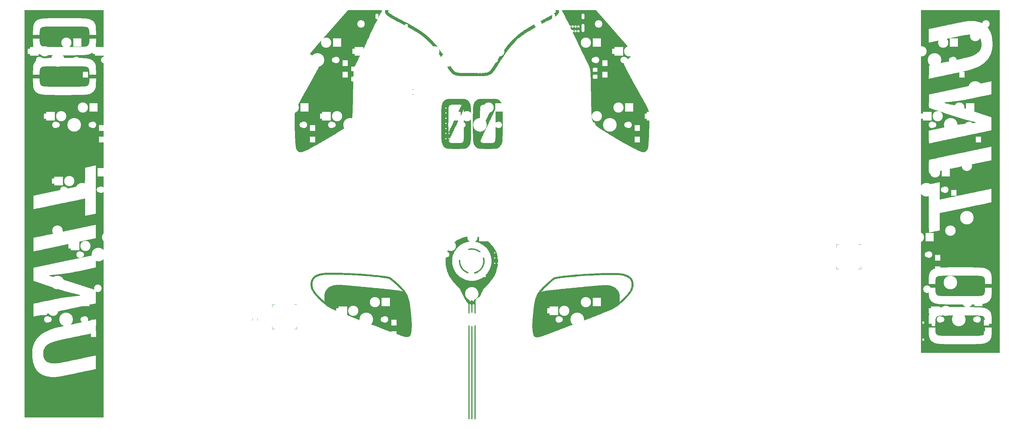
<source format=gbo>
%TF.GenerationSoftware,KiCad,Pcbnew,(5.1.10)-1*%
%TF.CreationDate,2022-03-06T16:48:13-07:00*%
%TF.ProjectId,Unit000,556e6974-3030-4302-9e6b-696361645f70,rev?*%
%TF.SameCoordinates,Original*%
%TF.FileFunction,Legend,Bot*%
%TF.FilePolarity,Positive*%
%FSLAX46Y46*%
G04 Gerber Fmt 4.6, Leading zero omitted, Abs format (unit mm)*
G04 Created by KiCad (PCBNEW (5.1.10)-1) date 2022-03-06 16:48:13*
%MOMM*%
%LPD*%
G01*
G04 APERTURE LIST*
%ADD10C,0.010000*%
%ADD11C,0.120000*%
%ADD12C,3.000000*%
%ADD13C,0.100000*%
%ADD14C,1.900000*%
%ADD15C,0.100000*%
%ADD16R,2.500000X2.500000*%
%ADD17C,1.700000*%
%ADD18C,4.000000*%
%ADD19R,1.500000X1.800000*%
%ADD20R,2.400000X0.740000*%
%ADD21R,0.700000X1.500000*%
%ADD22R,2.400000X2.400000*%
%ADD23R,2.100000X1.800000*%
%ADD24R,2.580000X1.000000*%
%ADD25R,1.800000X1.500000*%
%ADD26C,1.400000*%
%ADD27O,1.800000X0.900000*%
%ADD28O,0.900000X1.700000*%
%ADD29O,0.900000X2.400000*%
%ADD30C,0.700000*%
%ADD31R,0.990600X0.711200*%
%ADD32R,0.609600X0.711200*%
%ADD33C,2.200000*%
%ADD34C,3.987800*%
%ADD35C,3.048000*%
%ADD36C,0.400000*%
%ADD37R,5.200000X5.200000*%
G04 APERTURE END LIST*
D10*
%TO.C,Ref\u002A\u002A*%
G36*
X147953824Y-94985632D02*
G01*
X148579607Y-95068048D01*
X148836500Y-95115314D01*
X149445093Y-95261782D01*
X150033377Y-95454128D01*
X150599717Y-95691604D01*
X151142475Y-95973457D01*
X151660017Y-96298940D01*
X152057041Y-96592008D01*
X152210066Y-96720207D01*
X152384784Y-96878596D01*
X152571482Y-97057435D01*
X152760448Y-97246984D01*
X152941967Y-97437504D01*
X153106328Y-97619255D01*
X153241973Y-97780200D01*
X153598677Y-98264425D01*
X153913182Y-98775038D01*
X154183900Y-99308651D01*
X154409244Y-99861877D01*
X154587625Y-100431327D01*
X154690198Y-100869821D01*
X154774110Y-101409972D01*
X154814491Y-101973015D01*
X154811622Y-102556131D01*
X154765783Y-103156498D01*
X154677255Y-103771296D01*
X154546319Y-104397704D01*
X154373254Y-105032901D01*
X154233289Y-105463682D01*
X154086501Y-105850233D01*
X153914089Y-106233008D01*
X153713194Y-106616709D01*
X153480957Y-107006040D01*
X153214520Y-107405703D01*
X152911024Y-107820401D01*
X152567609Y-108254838D01*
X152449982Y-108397400D01*
X152366538Y-108496959D01*
X152285700Y-108591846D01*
X152203520Y-108686354D01*
X152116049Y-108784776D01*
X152019339Y-108891407D01*
X151909442Y-109010538D01*
X151782409Y-109146464D01*
X151634292Y-109303479D01*
X151461143Y-109485874D01*
X151259013Y-109697944D01*
X151122500Y-109840884D01*
X150512900Y-110478836D01*
X150246460Y-111082768D01*
X150135187Y-111330624D01*
X150011134Y-111599342D01*
X149878421Y-111880520D01*
X149741164Y-112165759D01*
X149603485Y-112446657D01*
X149469500Y-112714812D01*
X149343330Y-112961824D01*
X149229092Y-113179292D01*
X149130906Y-113358815D01*
X149128492Y-113363100D01*
X148969586Y-113636039D01*
X148807936Y-113897102D01*
X148649864Y-114136575D01*
X148501694Y-114344746D01*
X148421788Y-114448565D01*
X148265000Y-114645030D01*
X148265000Y-148554800D01*
X147985600Y-148554800D01*
X147985600Y-114876113D01*
X147899195Y-114927093D01*
X147820825Y-114958929D01*
X147704664Y-114987201D01*
X147581695Y-115006526D01*
X147350600Y-115034980D01*
X147350600Y-148554800D01*
X147071200Y-148554800D01*
X147071200Y-115034298D01*
X146836250Y-115017467D01*
X146725506Y-115008353D01*
X146628703Y-114998264D01*
X146560908Y-114988854D01*
X146544150Y-114985355D01*
X146487000Y-114970075D01*
X146487000Y-148554800D01*
X146207600Y-148554800D01*
X146207462Y-131670150D01*
X146207325Y-114785500D01*
X146079710Y-114662361D01*
X145931996Y-114502956D01*
X145770456Y-114297072D01*
X145596267Y-114046762D01*
X145410607Y-113754080D01*
X145214654Y-113421081D01*
X145009588Y-113049818D01*
X144796585Y-112642346D01*
X144576826Y-112200717D01*
X144409722Y-111849414D01*
X145177234Y-111849414D01*
X145186576Y-112049600D01*
X145211066Y-112225848D01*
X145224588Y-112283600D01*
X145311398Y-112533240D01*
X145433181Y-112779958D01*
X145581432Y-113009312D01*
X145747647Y-113206860D01*
X145796419Y-113254666D01*
X145988724Y-113410873D01*
X146206554Y-113547829D01*
X146435555Y-113658044D01*
X146661374Y-113734025D01*
X146753700Y-113754267D01*
X146847372Y-113771043D01*
X146929542Y-113785709D01*
X146969600Y-113792822D01*
X147060244Y-113799705D01*
X147184918Y-113797081D01*
X147328027Y-113786298D01*
X147473972Y-113768705D01*
X147607159Y-113745650D01*
X147662350Y-113732943D01*
X147943027Y-113635644D01*
X148208747Y-113494027D01*
X148452926Y-113313789D01*
X148668980Y-113100624D01*
X148850324Y-112860229D01*
X148990373Y-112598298D01*
X148999806Y-112576079D01*
X149098297Y-112278414D01*
X149148762Y-111980726D01*
X149153806Y-111686916D01*
X149116031Y-111400890D01*
X149038041Y-111126550D01*
X148922440Y-110867800D01*
X148771832Y-110628544D01*
X148588819Y-110412686D01*
X148376005Y-110224128D01*
X148135995Y-110066775D01*
X147871391Y-109944530D01*
X147584797Y-109861298D01*
X147278817Y-109820980D01*
X147160100Y-109817722D01*
X146844342Y-109842166D01*
X146544005Y-109913172D01*
X146262885Y-110027847D01*
X146004777Y-110183299D01*
X145773479Y-110376639D01*
X145572788Y-110604973D01*
X145406500Y-110865411D01*
X145278412Y-111155060D01*
X145237776Y-111281737D01*
X145203066Y-111447832D01*
X145182808Y-111642941D01*
X145177234Y-111849414D01*
X144409722Y-111849414D01*
X144351486Y-111726986D01*
X144175894Y-111343800D01*
X144101999Y-111180116D01*
X144029718Y-111020213D01*
X143963535Y-110873993D01*
X143907934Y-110751362D01*
X143867399Y-110662224D01*
X143858985Y-110643798D01*
X143838850Y-110601234D01*
X143817188Y-110560232D01*
X143791189Y-110517601D01*
X143758041Y-110470153D01*
X143714933Y-110414698D01*
X143659055Y-110348047D01*
X143587595Y-110267012D01*
X143497742Y-110168402D01*
X143386685Y-110049029D01*
X143251613Y-109905704D01*
X143089716Y-109735236D01*
X142898182Y-109534438D01*
X142679845Y-109306022D01*
X142192838Y-108780142D01*
X141753690Y-108270989D01*
X141362328Y-107778467D01*
X141018678Y-107302480D01*
X140722665Y-106842934D01*
X140579747Y-106596455D01*
X140360505Y-106163845D01*
X140159883Y-105690060D01*
X139979974Y-105181961D01*
X139822873Y-104646410D01*
X139690672Y-104090268D01*
X139585466Y-103520396D01*
X139536546Y-103177700D01*
X139511958Y-102928439D01*
X139496384Y-102648259D01*
X139489728Y-102350691D01*
X139490737Y-102210463D01*
X141355095Y-102210463D01*
X141359214Y-102456722D01*
X141369751Y-102693026D01*
X141386571Y-102904307D01*
X141395470Y-102981915D01*
X141485609Y-103490259D01*
X141624114Y-103993955D01*
X141808562Y-104487380D01*
X142036529Y-104964912D01*
X142305590Y-105420927D01*
X142613322Y-105849803D01*
X142653365Y-105899959D01*
X142916034Y-106197928D01*
X143217205Y-106492083D01*
X143544987Y-106772203D01*
X143887489Y-107028069D01*
X144203434Y-107232107D01*
X144677579Y-107484947D01*
X145174562Y-107692646D01*
X145693098Y-107854772D01*
X146231905Y-107970894D01*
X146525100Y-108013620D01*
X146654808Y-108024914D01*
X146821698Y-108032697D01*
X147012273Y-108036954D01*
X147213036Y-108037673D01*
X147410488Y-108034838D01*
X147591134Y-108028436D01*
X147741475Y-108018453D01*
X147777051Y-108014932D01*
X148306932Y-107932353D01*
X148821112Y-107803020D01*
X149317103Y-107629093D01*
X149792414Y-107412729D01*
X150244555Y-107156084D01*
X150671037Y-106861318D01*
X151069369Y-106530588D01*
X151437062Y-106166051D01*
X151771627Y-105769865D01*
X152070573Y-105344187D01*
X152331411Y-104891177D01*
X152551650Y-104412990D01*
X152728802Y-103911785D01*
X152797729Y-103663939D01*
X152863569Y-103384812D01*
X152911894Y-103128452D01*
X152944706Y-102878199D01*
X152964007Y-102617396D01*
X152971800Y-102329381D01*
X152972167Y-102212500D01*
X152967993Y-101935181D01*
X152955401Y-101691562D01*
X152932410Y-101464948D01*
X152897041Y-101238648D01*
X152847314Y-100995971D01*
X152807976Y-100828200D01*
X152660923Y-100329651D01*
X152466875Y-99845269D01*
X152228548Y-99378757D01*
X151948657Y-98933819D01*
X151629918Y-98514157D01*
X151275046Y-98123476D01*
X150886758Y-97765478D01*
X150467769Y-97443868D01*
X150195400Y-97265370D01*
X150051474Y-97182470D01*
X149875219Y-97089551D01*
X149680938Y-96993428D01*
X149482935Y-96900922D01*
X149295511Y-96818848D01*
X149132970Y-96754025D01*
X149090500Y-96738717D01*
X148698488Y-96615562D01*
X148316890Y-96524825D01*
X147931141Y-96464108D01*
X147526676Y-96431009D01*
X147172800Y-96422797D01*
X146897324Y-96425667D01*
X146657665Y-96435879D01*
X146439143Y-96455207D01*
X146227080Y-96485426D01*
X146006798Y-96528311D01*
X145763618Y-96585638D01*
X145706679Y-96600084D01*
X145197220Y-96756274D01*
X144709599Y-96956811D01*
X144245986Y-97199206D01*
X143808551Y-97480968D01*
X143399465Y-97799607D01*
X143020896Y-98152632D01*
X142675014Y-98537555D01*
X142363990Y-98951883D01*
X142089993Y-99393128D01*
X141855193Y-99858798D01*
X141661760Y-100346405D01*
X141511863Y-100853456D01*
X141407673Y-101377463D01*
X141382616Y-101562648D01*
X141366659Y-101748358D01*
X141357531Y-101969319D01*
X141355095Y-102210463D01*
X139490737Y-102210463D01*
X139491898Y-102049268D01*
X139502797Y-101757522D01*
X139522330Y-101488986D01*
X139549972Y-101260000D01*
X139662716Y-100665983D01*
X139814708Y-100100653D01*
X140007392Y-99561309D01*
X140242214Y-99045250D01*
X140520618Y-98549775D01*
X140844050Y-98072182D01*
X141213954Y-97609769D01*
X141631776Y-97159836D01*
X141864200Y-96933913D01*
X142304305Y-96554434D01*
X142775839Y-96213150D01*
X143275892Y-95910821D01*
X143801554Y-95648206D01*
X144349915Y-95426063D01*
X144918067Y-95245152D01*
X145503098Y-95106231D01*
X146102099Y-95010060D01*
X146712160Y-94957397D01*
X147330371Y-94949002D01*
X147953824Y-94985632D01*
G37*
X147953824Y-94985632D02*
X148579607Y-95068048D01*
X148836500Y-95115314D01*
X149445093Y-95261782D01*
X150033377Y-95454128D01*
X150599717Y-95691604D01*
X151142475Y-95973457D01*
X151660017Y-96298940D01*
X152057041Y-96592008D01*
X152210066Y-96720207D01*
X152384784Y-96878596D01*
X152571482Y-97057435D01*
X152760448Y-97246984D01*
X152941967Y-97437504D01*
X153106328Y-97619255D01*
X153241973Y-97780200D01*
X153598677Y-98264425D01*
X153913182Y-98775038D01*
X154183900Y-99308651D01*
X154409244Y-99861877D01*
X154587625Y-100431327D01*
X154690198Y-100869821D01*
X154774110Y-101409972D01*
X154814491Y-101973015D01*
X154811622Y-102556131D01*
X154765783Y-103156498D01*
X154677255Y-103771296D01*
X154546319Y-104397704D01*
X154373254Y-105032901D01*
X154233289Y-105463682D01*
X154086501Y-105850233D01*
X153914089Y-106233008D01*
X153713194Y-106616709D01*
X153480957Y-107006040D01*
X153214520Y-107405703D01*
X152911024Y-107820401D01*
X152567609Y-108254838D01*
X152449982Y-108397400D01*
X152366538Y-108496959D01*
X152285700Y-108591846D01*
X152203520Y-108686354D01*
X152116049Y-108784776D01*
X152019339Y-108891407D01*
X151909442Y-109010538D01*
X151782409Y-109146464D01*
X151634292Y-109303479D01*
X151461143Y-109485874D01*
X151259013Y-109697944D01*
X151122500Y-109840884D01*
X150512900Y-110478836D01*
X150246460Y-111082768D01*
X150135187Y-111330624D01*
X150011134Y-111599342D01*
X149878421Y-111880520D01*
X149741164Y-112165759D01*
X149603485Y-112446657D01*
X149469500Y-112714812D01*
X149343330Y-112961824D01*
X149229092Y-113179292D01*
X149130906Y-113358815D01*
X149128492Y-113363100D01*
X148969586Y-113636039D01*
X148807936Y-113897102D01*
X148649864Y-114136575D01*
X148501694Y-114344746D01*
X148421788Y-114448565D01*
X148265000Y-114645030D01*
X148265000Y-148554800D01*
X147985600Y-148554800D01*
X147985600Y-114876113D01*
X147899195Y-114927093D01*
X147820825Y-114958929D01*
X147704664Y-114987201D01*
X147581695Y-115006526D01*
X147350600Y-115034980D01*
X147350600Y-148554800D01*
X147071200Y-148554800D01*
X147071200Y-115034298D01*
X146836250Y-115017467D01*
X146725506Y-115008353D01*
X146628703Y-114998264D01*
X146560908Y-114988854D01*
X146544150Y-114985355D01*
X146487000Y-114970075D01*
X146487000Y-148554800D01*
X146207600Y-148554800D01*
X146207462Y-131670150D01*
X146207325Y-114785500D01*
X146079710Y-114662361D01*
X145931996Y-114502956D01*
X145770456Y-114297072D01*
X145596267Y-114046762D01*
X145410607Y-113754080D01*
X145214654Y-113421081D01*
X145009588Y-113049818D01*
X144796585Y-112642346D01*
X144576826Y-112200717D01*
X144409722Y-111849414D01*
X145177234Y-111849414D01*
X145186576Y-112049600D01*
X145211066Y-112225848D01*
X145224588Y-112283600D01*
X145311398Y-112533240D01*
X145433181Y-112779958D01*
X145581432Y-113009312D01*
X145747647Y-113206860D01*
X145796419Y-113254666D01*
X145988724Y-113410873D01*
X146206554Y-113547829D01*
X146435555Y-113658044D01*
X146661374Y-113734025D01*
X146753700Y-113754267D01*
X146847372Y-113771043D01*
X146929542Y-113785709D01*
X146969600Y-113792822D01*
X147060244Y-113799705D01*
X147184918Y-113797081D01*
X147328027Y-113786298D01*
X147473972Y-113768705D01*
X147607159Y-113745650D01*
X147662350Y-113732943D01*
X147943027Y-113635644D01*
X148208747Y-113494027D01*
X148452926Y-113313789D01*
X148668980Y-113100624D01*
X148850324Y-112860229D01*
X148990373Y-112598298D01*
X148999806Y-112576079D01*
X149098297Y-112278414D01*
X149148762Y-111980726D01*
X149153806Y-111686916D01*
X149116031Y-111400890D01*
X149038041Y-111126550D01*
X148922440Y-110867800D01*
X148771832Y-110628544D01*
X148588819Y-110412686D01*
X148376005Y-110224128D01*
X148135995Y-110066775D01*
X147871391Y-109944530D01*
X147584797Y-109861298D01*
X147278817Y-109820980D01*
X147160100Y-109817722D01*
X146844342Y-109842166D01*
X146544005Y-109913172D01*
X146262885Y-110027847D01*
X146004777Y-110183299D01*
X145773479Y-110376639D01*
X145572788Y-110604973D01*
X145406500Y-110865411D01*
X145278412Y-111155060D01*
X145237776Y-111281737D01*
X145203066Y-111447832D01*
X145182808Y-111642941D01*
X145177234Y-111849414D01*
X144409722Y-111849414D01*
X144351486Y-111726986D01*
X144175894Y-111343800D01*
X144101999Y-111180116D01*
X144029718Y-111020213D01*
X143963535Y-110873993D01*
X143907934Y-110751362D01*
X143867399Y-110662224D01*
X143858985Y-110643798D01*
X143838850Y-110601234D01*
X143817188Y-110560232D01*
X143791189Y-110517601D01*
X143758041Y-110470153D01*
X143714933Y-110414698D01*
X143659055Y-110348047D01*
X143587595Y-110267012D01*
X143497742Y-110168402D01*
X143386685Y-110049029D01*
X143251613Y-109905704D01*
X143089716Y-109735236D01*
X142898182Y-109534438D01*
X142679845Y-109306022D01*
X142192838Y-108780142D01*
X141753690Y-108270989D01*
X141362328Y-107778467D01*
X141018678Y-107302480D01*
X140722665Y-106842934D01*
X140579747Y-106596455D01*
X140360505Y-106163845D01*
X140159883Y-105690060D01*
X139979974Y-105181961D01*
X139822873Y-104646410D01*
X139690672Y-104090268D01*
X139585466Y-103520396D01*
X139536546Y-103177700D01*
X139511958Y-102928439D01*
X139496384Y-102648259D01*
X139489728Y-102350691D01*
X139490737Y-102210463D01*
X141355095Y-102210463D01*
X141359214Y-102456722D01*
X141369751Y-102693026D01*
X141386571Y-102904307D01*
X141395470Y-102981915D01*
X141485609Y-103490259D01*
X141624114Y-103993955D01*
X141808562Y-104487380D01*
X142036529Y-104964912D01*
X142305590Y-105420927D01*
X142613322Y-105849803D01*
X142653365Y-105899959D01*
X142916034Y-106197928D01*
X143217205Y-106492083D01*
X143544987Y-106772203D01*
X143887489Y-107028069D01*
X144203434Y-107232107D01*
X144677579Y-107484947D01*
X145174562Y-107692646D01*
X145693098Y-107854772D01*
X146231905Y-107970894D01*
X146525100Y-108013620D01*
X146654808Y-108024914D01*
X146821698Y-108032697D01*
X147012273Y-108036954D01*
X147213036Y-108037673D01*
X147410488Y-108034838D01*
X147591134Y-108028436D01*
X147741475Y-108018453D01*
X147777051Y-108014932D01*
X148306932Y-107932353D01*
X148821112Y-107803020D01*
X149317103Y-107629093D01*
X149792414Y-107412729D01*
X150244555Y-107156084D01*
X150671037Y-106861318D01*
X151069369Y-106530588D01*
X151437062Y-106166051D01*
X151771627Y-105769865D01*
X152070573Y-105344187D01*
X152331411Y-104891177D01*
X152551650Y-104412990D01*
X152728802Y-103911785D01*
X152797729Y-103663939D01*
X152863569Y-103384812D01*
X152911894Y-103128452D01*
X152944706Y-102878199D01*
X152964007Y-102617396D01*
X152971800Y-102329381D01*
X152972167Y-102212500D01*
X152967993Y-101935181D01*
X152955401Y-101691562D01*
X152932410Y-101464948D01*
X152897041Y-101238648D01*
X152847314Y-100995971D01*
X152807976Y-100828200D01*
X152660923Y-100329651D01*
X152466875Y-99845269D01*
X152228548Y-99378757D01*
X151948657Y-98933819D01*
X151629918Y-98514157D01*
X151275046Y-98123476D01*
X150886758Y-97765478D01*
X150467769Y-97443868D01*
X150195400Y-97265370D01*
X150051474Y-97182470D01*
X149875219Y-97089551D01*
X149680938Y-96993428D01*
X149482935Y-96900922D01*
X149295511Y-96818848D01*
X149132970Y-96754025D01*
X149090500Y-96738717D01*
X148698488Y-96615562D01*
X148316890Y-96524825D01*
X147931141Y-96464108D01*
X147526676Y-96431009D01*
X147172800Y-96422797D01*
X146897324Y-96425667D01*
X146657665Y-96435879D01*
X146439143Y-96455207D01*
X146227080Y-96485426D01*
X146006798Y-96528311D01*
X145763618Y-96585638D01*
X145706679Y-96600084D01*
X145197220Y-96756274D01*
X144709599Y-96956811D01*
X144245986Y-97199206D01*
X143808551Y-97480968D01*
X143399465Y-97799607D01*
X143020896Y-98152632D01*
X142675014Y-98537555D01*
X142363990Y-98951883D01*
X142089993Y-99393128D01*
X141855193Y-99858798D01*
X141661760Y-100346405D01*
X141511863Y-100853456D01*
X141407673Y-101377463D01*
X141382616Y-101562648D01*
X141366659Y-101748358D01*
X141357531Y-101969319D01*
X141355095Y-102210463D01*
X139490737Y-102210463D01*
X139491898Y-102049268D01*
X139502797Y-101757522D01*
X139522330Y-101488986D01*
X139549972Y-101260000D01*
X139662716Y-100665983D01*
X139814708Y-100100653D01*
X140007392Y-99561309D01*
X140242214Y-99045250D01*
X140520618Y-98549775D01*
X140844050Y-98072182D01*
X141213954Y-97609769D01*
X141631776Y-97159836D01*
X141864200Y-96933913D01*
X142304305Y-96554434D01*
X142775839Y-96213150D01*
X143275892Y-95910821D01*
X143801554Y-95648206D01*
X144349915Y-95426063D01*
X144918067Y-95245152D01*
X145503098Y-95106231D01*
X146102099Y-95010060D01*
X146712160Y-94957397D01*
X147330371Y-94949002D01*
X147953824Y-94985632D01*
G36*
X39146600Y-148046800D02*
G01*
X15956400Y-148046800D01*
X15956400Y-129326967D01*
X18170739Y-129326967D01*
X18173862Y-129704870D01*
X18190904Y-130179410D01*
X18220939Y-130615033D01*
X18265223Y-131022250D01*
X18325014Y-131411570D01*
X18401571Y-131793503D01*
X18446879Y-131986408D01*
X18591795Y-132493224D01*
X18770760Y-132976935D01*
X18981596Y-133433706D01*
X19222129Y-133859700D01*
X19490180Y-134251081D01*
X19783574Y-134604014D01*
X20100135Y-134914663D01*
X20116302Y-134928817D01*
X20493375Y-135225243D01*
X20902577Y-135485637D01*
X21344797Y-135710334D01*
X21820922Y-135899667D01*
X22331842Y-136053969D01*
X22878444Y-136173575D01*
X23461619Y-136258818D01*
X23728800Y-136285419D01*
X23873273Y-136294035D01*
X24057608Y-136299168D01*
X24270998Y-136301027D01*
X24502640Y-136299818D01*
X24741727Y-136295749D01*
X24977455Y-136289028D01*
X25199020Y-136279861D01*
X25395615Y-136268457D01*
X25556437Y-136255024D01*
X25606495Y-136249358D01*
X25712741Y-136234750D01*
X25859534Y-136212634D01*
X26037430Y-136184533D01*
X26236985Y-136151973D01*
X26448757Y-136116479D01*
X26663301Y-136079574D01*
X26724095Y-136068929D01*
X26811414Y-136053404D01*
X26903713Y-136036615D01*
X27002818Y-136018182D01*
X27110556Y-135997723D01*
X27228752Y-135974856D01*
X27359235Y-135949200D01*
X27503830Y-135920373D01*
X27664364Y-135887993D01*
X27842663Y-135851679D01*
X28040554Y-135811049D01*
X28259863Y-135765721D01*
X28502417Y-135715314D01*
X28770042Y-135659446D01*
X29064566Y-135597736D01*
X29387813Y-135529801D01*
X29741612Y-135455260D01*
X30127788Y-135373732D01*
X30548168Y-135284835D01*
X31004578Y-135188187D01*
X31498846Y-135083406D01*
X32032797Y-134970112D01*
X32608257Y-134847921D01*
X33227055Y-134716453D01*
X33891015Y-134575326D01*
X34601965Y-134424158D01*
X34955600Y-134348951D01*
X36898700Y-133935686D01*
X36905202Y-131910743D01*
X36906069Y-131594961D01*
X36906609Y-131294276D01*
X36906833Y-131012498D01*
X36906751Y-130753433D01*
X36906373Y-130520892D01*
X36905709Y-130318681D01*
X36904770Y-130150611D01*
X36903566Y-130020489D01*
X36902108Y-129932124D01*
X36900406Y-129889325D01*
X36899708Y-129885800D01*
X36874047Y-129890930D01*
X36800998Y-129905995D01*
X36682891Y-129930508D01*
X36522059Y-129963982D01*
X36320830Y-130005930D01*
X36081538Y-130055864D01*
X35806512Y-130113297D01*
X35498084Y-130177742D01*
X35158584Y-130248712D01*
X34790344Y-130325719D01*
X34395695Y-130408276D01*
X33976967Y-130495896D01*
X33536492Y-130588091D01*
X33076600Y-130684375D01*
X32599623Y-130784260D01*
X32107892Y-130887259D01*
X31787806Y-130954318D01*
X31282296Y-131060160D01*
X30786918Y-131163740D01*
X30304224Y-131264532D01*
X29836765Y-131362007D01*
X29387094Y-131455637D01*
X28957764Y-131544895D01*
X28551327Y-131629252D01*
X28170335Y-131708180D01*
X27817340Y-131781152D01*
X27494895Y-131847640D01*
X27205552Y-131907116D01*
X26951863Y-131959052D01*
X26736381Y-132002919D01*
X26561658Y-132038191D01*
X26430245Y-132064339D01*
X26344697Y-132080835D01*
X26319600Y-132085353D01*
X25900132Y-132148625D01*
X25504484Y-132190607D01*
X25111430Y-132212820D01*
X24699741Y-132216786D01*
X24528900Y-132213700D01*
X24196303Y-132200470D01*
X23904973Y-132177512D01*
X23646050Y-132143328D01*
X23410671Y-132096422D01*
X23189977Y-132035297D01*
X22975105Y-131958457D01*
X22944332Y-131946095D01*
X22645060Y-131804811D01*
X22383140Y-131638602D01*
X22157221Y-131445208D01*
X21965954Y-131222372D01*
X21807990Y-130967837D01*
X21681978Y-130679344D01*
X21586569Y-130354637D01*
X21520414Y-129991456D01*
X21482162Y-129587545D01*
X21477318Y-129492100D01*
X21478852Y-129079559D01*
X21521365Y-128695150D01*
X21605961Y-128335527D01*
X21733747Y-127997344D01*
X21905827Y-127677257D01*
X22123307Y-127371918D01*
X22213328Y-127264502D01*
X22460579Y-127014396D01*
X22754137Y-126778156D01*
X23094423Y-126555578D01*
X23481853Y-126346455D01*
X23916846Y-126150583D01*
X24399821Y-125967758D01*
X24931195Y-125797773D01*
X25511388Y-125640425D01*
X25543574Y-125632418D01*
X25612563Y-125616231D01*
X25728742Y-125590102D01*
X25889593Y-125554570D01*
X26092599Y-125510176D01*
X26335244Y-125457458D01*
X26615010Y-125396956D01*
X26929380Y-125329210D01*
X27275836Y-125254761D01*
X27651863Y-125174146D01*
X28054942Y-125087906D01*
X28482556Y-124996581D01*
X28932189Y-124900711D01*
X29401322Y-124800834D01*
X29887440Y-124697491D01*
X30388025Y-124591221D01*
X30900559Y-124482564D01*
X31412300Y-124374223D01*
X31927775Y-124265146D01*
X32430316Y-124158767D01*
X32917641Y-124055571D01*
X33387471Y-123956043D01*
X33837527Y-123860666D01*
X34265529Y-123769924D01*
X34669197Y-123684301D01*
X35046251Y-123604282D01*
X35394413Y-123530351D01*
X35711401Y-123462991D01*
X35994938Y-123402687D01*
X36242742Y-123349923D01*
X36452535Y-123305183D01*
X36622036Y-123268951D01*
X36748966Y-123241711D01*
X36831046Y-123223947D01*
X36865995Y-123216144D01*
X36866950Y-123215889D01*
X36875128Y-123211122D01*
X36882241Y-123199995D01*
X36888361Y-123179184D01*
X36893563Y-123145363D01*
X36897922Y-123095207D01*
X36901510Y-123025392D01*
X36904403Y-122932594D01*
X36906674Y-122813486D01*
X36908398Y-122664744D01*
X36909648Y-122483044D01*
X36910498Y-122265061D01*
X36911023Y-122007470D01*
X36911297Y-121706945D01*
X36911394Y-121360163D01*
X36911399Y-121220976D01*
X36911353Y-120856740D01*
X36911164Y-120540025D01*
X36910759Y-120267552D01*
X36910063Y-120036041D01*
X36909002Y-119842215D01*
X36907502Y-119682792D01*
X36905490Y-119554495D01*
X36902891Y-119454044D01*
X36899631Y-119378161D01*
X36895636Y-119323566D01*
X36890832Y-119286979D01*
X36885145Y-119265123D01*
X36878500Y-119254718D01*
X36870824Y-119252484D01*
X36866950Y-119253291D01*
X36838171Y-119259803D01*
X36762000Y-119276389D01*
X36640737Y-119302556D01*
X36476678Y-119337815D01*
X36272123Y-119381675D01*
X36029369Y-119433645D01*
X35750715Y-119493234D01*
X35438458Y-119559951D01*
X35094898Y-119633307D01*
X34722331Y-119712809D01*
X34323057Y-119797969D01*
X33899373Y-119888294D01*
X33453578Y-119983294D01*
X32987970Y-120082479D01*
X32504847Y-120185357D01*
X32006508Y-120291438D01*
X31501200Y-120398966D01*
X30984754Y-120508878D01*
X30478327Y-120616723D01*
X29984418Y-120721965D01*
X29505528Y-120824069D01*
X29044158Y-120922500D01*
X28602809Y-121016724D01*
X28183981Y-121106204D01*
X27790174Y-121190406D01*
X27423891Y-121268795D01*
X27087631Y-121340835D01*
X26783894Y-121405991D01*
X26515183Y-121463729D01*
X26283997Y-121513512D01*
X26092837Y-121554807D01*
X25944204Y-121587077D01*
X25840599Y-121609788D01*
X25789235Y-121621308D01*
X25159041Y-121778531D01*
X24541721Y-121955712D01*
X23943407Y-122150586D01*
X23370231Y-122360886D01*
X22828327Y-122584344D01*
X22323825Y-122818696D01*
X21862860Y-123061673D01*
X21808555Y-123092568D01*
X21376762Y-123354393D01*
X20985553Y-123622050D01*
X20624743Y-123903093D01*
X20284145Y-124205077D01*
X20201291Y-124284408D01*
X19873476Y-124620657D01*
X19586968Y-124954241D01*
X19334024Y-125295703D01*
X19106898Y-125655587D01*
X18897847Y-126044436D01*
X18876078Y-126088500D01*
X18684588Y-126512077D01*
X18525393Y-126938107D01*
X18397261Y-127372929D01*
X18298960Y-127822886D01*
X18229261Y-128294317D01*
X18186931Y-128793563D01*
X18170739Y-129326967D01*
X15956400Y-129326967D01*
X15956400Y-108029959D01*
X18496089Y-108029959D01*
X23277794Y-109622246D01*
X28059500Y-111214533D01*
X30116900Y-111707520D01*
X32174300Y-112200508D01*
X32174300Y-112273804D01*
X32166628Y-112326924D01*
X32132990Y-112349212D01*
X32098100Y-112354390D01*
X31934119Y-112370446D01*
X31728543Y-112391156D01*
X31490268Y-112415580D01*
X31228189Y-112442778D01*
X30951204Y-112471811D01*
X30668207Y-112501739D01*
X30388094Y-112531623D01*
X30119762Y-112560522D01*
X29872106Y-112587498D01*
X29654023Y-112611610D01*
X29520000Y-112626705D01*
X29081059Y-112677079D01*
X28687239Y-112723231D01*
X28333100Y-112765908D01*
X28013207Y-112805856D01*
X27722121Y-112843823D01*
X27454407Y-112880555D01*
X27204626Y-112916797D01*
X26967342Y-112953298D01*
X26737117Y-112990804D01*
X26508515Y-113030061D01*
X26276099Y-113071815D01*
X26268800Y-113073153D01*
X26210454Y-113084503D01*
X26106571Y-113105445D01*
X25960562Y-113135265D01*
X25775837Y-113173251D01*
X25555807Y-113218687D01*
X25303884Y-113270861D01*
X25023477Y-113329057D01*
X24717999Y-113392563D01*
X24390860Y-113460664D01*
X24045471Y-113532646D01*
X23685243Y-113607796D01*
X23313586Y-113685400D01*
X22933913Y-113764743D01*
X22549632Y-113845112D01*
X22164157Y-113925793D01*
X21780897Y-114006072D01*
X21403263Y-114085235D01*
X21034666Y-114162569D01*
X20678518Y-114237359D01*
X20338229Y-114308891D01*
X20017210Y-114376452D01*
X19718871Y-114439327D01*
X19446625Y-114496804D01*
X19203882Y-114548167D01*
X18994052Y-114592703D01*
X18820547Y-114629698D01*
X18686777Y-114658439D01*
X18596154Y-114678210D01*
X18553550Y-114687932D01*
X18496400Y-114702107D01*
X18496400Y-116629753D01*
X18496512Y-116994475D01*
X18496887Y-117311550D01*
X18497583Y-117584132D01*
X18498659Y-117815373D01*
X18500172Y-118008427D01*
X18502180Y-118166446D01*
X18504742Y-118292584D01*
X18507915Y-118389994D01*
X18511758Y-118461827D01*
X18516328Y-118511239D01*
X18521685Y-118541381D01*
X18527885Y-118555407D01*
X18531910Y-118557400D01*
X18559100Y-118552198D01*
X18634243Y-118536837D01*
X18755594Y-118511686D01*
X18921408Y-118477113D01*
X19129940Y-118433484D01*
X19379445Y-118381168D01*
X19668179Y-118320532D01*
X19994397Y-118251945D01*
X20356354Y-118175774D01*
X20752305Y-118092387D01*
X21180505Y-118002152D01*
X21639210Y-117905437D01*
X22126674Y-117802609D01*
X22641154Y-117694036D01*
X23180904Y-117580087D01*
X23744179Y-117461128D01*
X24329234Y-117337528D01*
X24934326Y-117209655D01*
X25557708Y-117077876D01*
X26197636Y-116942559D01*
X26852366Y-116804072D01*
X27520152Y-116662783D01*
X27694960Y-116625790D01*
X28365957Y-116483781D01*
X29024393Y-116344410D01*
X29668520Y-116208047D01*
X30296591Y-116075064D01*
X30906860Y-115945831D01*
X31497578Y-115820718D01*
X32066998Y-115700095D01*
X32613374Y-115584334D01*
X33134957Y-115473805D01*
X33630002Y-115368878D01*
X34096760Y-115269923D01*
X34533484Y-115177311D01*
X34938427Y-115091413D01*
X35309842Y-115012599D01*
X35645982Y-114941240D01*
X35945100Y-114877706D01*
X36205447Y-114822367D01*
X36425278Y-114775594D01*
X36602844Y-114737758D01*
X36736398Y-114709228D01*
X36824194Y-114690376D01*
X36864484Y-114681572D01*
X36866950Y-114680979D01*
X36875159Y-114676295D01*
X36882294Y-114665228D01*
X36888430Y-114644441D01*
X36893641Y-114610597D01*
X36898002Y-114560357D01*
X36901589Y-114490384D01*
X36904476Y-114397341D01*
X36906738Y-114277889D01*
X36908451Y-114128692D01*
X36909689Y-113946411D01*
X36910528Y-113727709D01*
X36911042Y-113469249D01*
X36911306Y-113167692D01*
X36911395Y-112819701D01*
X36911400Y-112702596D01*
X36911400Y-110737417D01*
X36371650Y-110559799D01*
X36289525Y-110532789D01*
X36161995Y-110490864D01*
X35991913Y-110434964D01*
X35782138Y-110366027D01*
X35535526Y-110284992D01*
X35254932Y-110192796D01*
X34943214Y-110090378D01*
X34603228Y-109978677D01*
X34237831Y-109858632D01*
X33849878Y-109731180D01*
X33442226Y-109597260D01*
X33017732Y-109457811D01*
X32579253Y-109313771D01*
X32129644Y-109166079D01*
X31671762Y-109015673D01*
X31564700Y-108980505D01*
X27297500Y-107578829D01*
X23246200Y-106534769D01*
X23246200Y-106462784D01*
X23258349Y-106404970D01*
X23285397Y-106390800D01*
X23324069Y-106388169D01*
X23402713Y-106380958D01*
X23510811Y-106370189D01*
X23637845Y-106356887D01*
X23672747Y-106353132D01*
X23791878Y-106340804D01*
X23958039Y-106324471D01*
X24167646Y-106304462D01*
X24417115Y-106281107D01*
X24702861Y-106254735D01*
X25021300Y-106225675D01*
X25368847Y-106194256D01*
X25741917Y-106160809D01*
X26136927Y-106125662D01*
X26446600Y-106098280D01*
X27033453Y-106039644D01*
X27651756Y-105964962D01*
X28285528Y-105876387D01*
X28918789Y-105776071D01*
X29202500Y-105727110D01*
X29278234Y-105712790D01*
X29400437Y-105688505D01*
X29565903Y-105654927D01*
X29771424Y-105612727D01*
X30013796Y-105562575D01*
X30289813Y-105505143D01*
X30596268Y-105441101D01*
X30929956Y-105371122D01*
X31287670Y-105295875D01*
X31666205Y-105216031D01*
X32062355Y-105132263D01*
X32472913Y-105045241D01*
X32894675Y-104955635D01*
X33260740Y-104877694D01*
X33681226Y-104788095D01*
X34088065Y-104701437D01*
X34478491Y-104618308D01*
X34849740Y-104539297D01*
X35199047Y-104464989D01*
X35523647Y-104395973D01*
X35820775Y-104332835D01*
X36087666Y-104276163D01*
X36321556Y-104226544D01*
X36519680Y-104184566D01*
X36679273Y-104150816D01*
X36797569Y-104125881D01*
X36871805Y-104110348D01*
X36899215Y-104104805D01*
X36899290Y-104104800D01*
X36901229Y-104080052D01*
X36903073Y-104008418D01*
X36904795Y-103893811D01*
X36906373Y-103740145D01*
X36907780Y-103551334D01*
X36908992Y-103331291D01*
X36909985Y-103083929D01*
X36910733Y-102813163D01*
X36911212Y-102522906D01*
X36911398Y-102217071D01*
X36911400Y-102187100D01*
X36911349Y-101828999D01*
X36911147Y-101518345D01*
X36910714Y-101251783D01*
X36909973Y-101025959D01*
X36908846Y-100837520D01*
X36907256Y-100683112D01*
X36905125Y-100559380D01*
X36902375Y-100462971D01*
X36898927Y-100390532D01*
X36894706Y-100338708D01*
X36889631Y-100304145D01*
X36883627Y-100283490D01*
X36876614Y-100273388D01*
X36868516Y-100270487D01*
X36866950Y-100270470D01*
X36839094Y-100275718D01*
X36763272Y-100291062D01*
X36641229Y-100316135D01*
X36474710Y-100350573D01*
X36265459Y-100394010D01*
X36015221Y-100446082D01*
X35725742Y-100506421D01*
X35398767Y-100574665D01*
X35036041Y-100650446D01*
X34639307Y-100733401D01*
X34210313Y-100823163D01*
X33750802Y-100919368D01*
X33262520Y-101021650D01*
X32747211Y-101129643D01*
X32206621Y-101242984D01*
X31642494Y-101361306D01*
X31056576Y-101484243D01*
X30450611Y-101611432D01*
X29826345Y-101742506D01*
X29185522Y-101877101D01*
X28529888Y-102014850D01*
X27861187Y-102155390D01*
X27665800Y-102196462D01*
X18509100Y-104121385D01*
X18502594Y-106075672D01*
X18496089Y-108029959D01*
X15956400Y-108029959D01*
X15956400Y-95348813D01*
X18496400Y-95348813D01*
X18496400Y-99437124D01*
X18548893Y-99423397D01*
X18577337Y-99417183D01*
X18653734Y-99400821D01*
X18776337Y-99374680D01*
X18943400Y-99339132D01*
X19153175Y-99294546D01*
X19403917Y-99241292D01*
X19693879Y-99179741D01*
X20021313Y-99110264D01*
X20384475Y-99033230D01*
X20781617Y-98949009D01*
X21210992Y-98857972D01*
X21670854Y-98760490D01*
X22159457Y-98656932D01*
X22675053Y-98547668D01*
X23215897Y-98433070D01*
X23780242Y-98313506D01*
X24366342Y-98189348D01*
X24972449Y-98060966D01*
X25596817Y-97928730D01*
X26237700Y-97793010D01*
X26893351Y-97654177D01*
X27562024Y-97512600D01*
X27756393Y-97471449D01*
X36911400Y-95533228D01*
X36911400Y-91480032D01*
X36854250Y-91493280D01*
X36825831Y-91499333D01*
X36749828Y-91515378D01*
X36628371Y-91540967D01*
X36463590Y-91575654D01*
X36257616Y-91618990D01*
X36012581Y-91670528D01*
X35730614Y-91729820D01*
X35413846Y-91796419D01*
X35064409Y-91869877D01*
X34684433Y-91949746D01*
X34276048Y-92035579D01*
X33841386Y-92126929D01*
X33382577Y-92223347D01*
X32901753Y-92324386D01*
X32401042Y-92429599D01*
X31882577Y-92538537D01*
X31348489Y-92650754D01*
X30800907Y-92765802D01*
X30241963Y-92883233D01*
X29673787Y-93002599D01*
X29098510Y-93123454D01*
X28518264Y-93245349D01*
X27935177Y-93367836D01*
X27351383Y-93490469D01*
X26769010Y-93612799D01*
X26190190Y-93734380D01*
X25617053Y-93854762D01*
X25051731Y-93973500D01*
X24496354Y-94090145D01*
X23953053Y-94204249D01*
X23423958Y-94315366D01*
X22911201Y-94423047D01*
X22416912Y-94526845D01*
X21943221Y-94626312D01*
X21492260Y-94721001D01*
X21066159Y-94810464D01*
X20667049Y-94894254D01*
X20297061Y-94971922D01*
X19958325Y-95043022D01*
X19652972Y-95107106D01*
X19383134Y-95163726D01*
X19150940Y-95212434D01*
X18958521Y-95252783D01*
X18808009Y-95284326D01*
X18701533Y-95306615D01*
X18641226Y-95319202D01*
X18629750Y-95321574D01*
X18496400Y-95348813D01*
X15956400Y-95348813D01*
X15956400Y-85628152D01*
X18501411Y-85628152D01*
X18501451Y-85909868D01*
X18501888Y-86168869D01*
X18502703Y-86401343D01*
X18503876Y-86603483D01*
X18505388Y-86771479D01*
X18507221Y-86901521D01*
X18509355Y-86989802D01*
X18511771Y-87032510D01*
X18512739Y-87036000D01*
X18538369Y-87030898D01*
X18611396Y-87015919D01*
X18729485Y-86991547D01*
X18890301Y-86958269D01*
X19091509Y-86916572D01*
X19330774Y-86866940D01*
X19605763Y-86809860D01*
X19914139Y-86745818D01*
X20253568Y-86675300D01*
X20621715Y-86598793D01*
X21016245Y-86516781D01*
X21434824Y-86429752D01*
X21875117Y-86338192D01*
X22334789Y-86242585D01*
X22811504Y-86143420D01*
X23302930Y-86041180D01*
X23806729Y-85936354D01*
X24320569Y-85829426D01*
X24842113Y-85720882D01*
X25369027Y-85611210D01*
X25898977Y-85500894D01*
X26429627Y-85390421D01*
X26958642Y-85280277D01*
X27483689Y-85170948D01*
X28002431Y-85062921D01*
X28512535Y-84956680D01*
X29011665Y-84852712D01*
X29497486Y-84751504D01*
X29967665Y-84653541D01*
X30419865Y-84559309D01*
X30851752Y-84469294D01*
X31260992Y-84383983D01*
X31645249Y-84303862D01*
X32002189Y-84229416D01*
X32329477Y-84161132D01*
X32624778Y-84099495D01*
X32885757Y-84044992D01*
X33110080Y-83998109D01*
X33295411Y-83959332D01*
X33439416Y-83929146D01*
X33539760Y-83908039D01*
X33594109Y-83896495D01*
X33603050Y-83894524D01*
X33660200Y-83880892D01*
X33660200Y-86423646D01*
X33660310Y-86852751D01*
X33660663Y-87233597D01*
X33661291Y-87568725D01*
X33662226Y-87860675D01*
X33663500Y-88111987D01*
X33665146Y-88325201D01*
X33667196Y-88502860D01*
X33669682Y-88647502D01*
X33672637Y-88761668D01*
X33676093Y-88847900D01*
X33680082Y-88908736D01*
X33684637Y-88946719D01*
X33689789Y-88964387D01*
X33692526Y-88966400D01*
X33722477Y-88961533D01*
X33797940Y-88947495D01*
X33914624Y-88925128D01*
X34068238Y-88895272D01*
X34254491Y-88858770D01*
X34469090Y-88816463D01*
X34707746Y-88769193D01*
X34966167Y-88717802D01*
X35240061Y-88663131D01*
X35311200Y-88648900D01*
X35587472Y-88593626D01*
X35848681Y-88541407D01*
X36090624Y-88493081D01*
X36309097Y-88449485D01*
X36499900Y-88411455D01*
X36658830Y-88379830D01*
X36781685Y-88355447D01*
X36864262Y-88339144D01*
X36902360Y-88331757D01*
X36904473Y-88331400D01*
X36905054Y-88306338D01*
X36905622Y-88232504D01*
X36906175Y-88111928D01*
X36906712Y-87946638D01*
X36907229Y-87738662D01*
X36907726Y-87490030D01*
X36908200Y-87202769D01*
X36908649Y-86878908D01*
X36909071Y-86520476D01*
X36909465Y-86129502D01*
X36909828Y-85708014D01*
X36910159Y-85258040D01*
X36910455Y-84781610D01*
X36910714Y-84280752D01*
X36910935Y-83757494D01*
X36911115Y-83213866D01*
X36911253Y-82651896D01*
X36911347Y-82073611D01*
X36911394Y-81481042D01*
X36911400Y-81194000D01*
X36911377Y-80595343D01*
X36911312Y-80010010D01*
X36911204Y-79440028D01*
X36911057Y-78887425D01*
X36910872Y-78354230D01*
X36910651Y-77842471D01*
X36910395Y-77354177D01*
X36910107Y-76891376D01*
X36909788Y-76456095D01*
X36909441Y-76050364D01*
X36909066Y-75676210D01*
X36908665Y-75335662D01*
X36908241Y-75030748D01*
X36907796Y-74763497D01*
X36907330Y-74535936D01*
X36906847Y-74350095D01*
X36906347Y-74208000D01*
X36905832Y-74111682D01*
X36905305Y-74063167D01*
X36905050Y-74057455D01*
X36879761Y-74062668D01*
X36808906Y-74077426D01*
X36696637Y-74100861D01*
X36547109Y-74132104D01*
X36364475Y-74170286D01*
X36152889Y-74214540D01*
X35916507Y-74263996D01*
X35659480Y-74317786D01*
X35385964Y-74375042D01*
X35285800Y-74396013D01*
X33672900Y-74733717D01*
X33660200Y-77283313D01*
X33647500Y-79832910D01*
X26078300Y-81410262D01*
X18509100Y-82987613D01*
X18502597Y-85011806D01*
X18501787Y-85327528D01*
X18501411Y-85628152D01*
X15956400Y-85628152D01*
X15956400Y-48504200D01*
X18394800Y-48504200D01*
X18395507Y-48929650D01*
X18396861Y-49125046D01*
X18400142Y-49341790D01*
X18405085Y-49572540D01*
X18411426Y-49809952D01*
X18418899Y-50046684D01*
X18427241Y-50275395D01*
X18436186Y-50488742D01*
X18445471Y-50679382D01*
X18454830Y-50839973D01*
X18464000Y-50963173D01*
X18471240Y-51031500D01*
X18542856Y-51385356D01*
X18657405Y-51717993D01*
X18812725Y-52025798D01*
X19006656Y-52305153D01*
X19237038Y-52552445D01*
X19501710Y-52764058D01*
X19509985Y-52769701D01*
X19694900Y-52882678D01*
X19909708Y-52993515D01*
X20134094Y-53092337D01*
X20300780Y-53154084D01*
X20473429Y-53207599D01*
X20652693Y-53253893D01*
X20844162Y-53293669D01*
X21053423Y-53327630D01*
X21286065Y-53356478D01*
X21547678Y-53380916D01*
X21843849Y-53401646D01*
X22180167Y-53419372D01*
X22522300Y-53433354D01*
X22673360Y-53438094D01*
X22867989Y-53442963D01*
X23101002Y-53447904D01*
X23367217Y-53452863D01*
X23661451Y-53457783D01*
X23978521Y-53462607D01*
X24313244Y-53467281D01*
X24660437Y-53471748D01*
X25014918Y-53475952D01*
X25371503Y-53479838D01*
X25725010Y-53483348D01*
X26070255Y-53486428D01*
X26402056Y-53489021D01*
X26715230Y-53491072D01*
X27004594Y-53492524D01*
X27264965Y-53493321D01*
X27491160Y-53493408D01*
X27677997Y-53492729D01*
X27820292Y-53491227D01*
X27843600Y-53490810D01*
X27933140Y-53489392D01*
X28068517Y-53487713D01*
X28244769Y-53485816D01*
X28456933Y-53483744D01*
X28700046Y-53481541D01*
X28969147Y-53479250D01*
X29259272Y-53476916D01*
X29565461Y-53474581D01*
X29882750Y-53472289D01*
X30205800Y-53470086D01*
X30756490Y-53465979D01*
X31259245Y-53461142D01*
X31716927Y-53455390D01*
X32132396Y-53448536D01*
X32508514Y-53440394D01*
X32848144Y-53430777D01*
X33154146Y-53419499D01*
X33429383Y-53406374D01*
X33676715Y-53391214D01*
X33899005Y-53373835D01*
X34099114Y-53354048D01*
X34279904Y-53331668D01*
X34444236Y-53306508D01*
X34594973Y-53278382D01*
X34734975Y-53247103D01*
X34867104Y-53212486D01*
X34994223Y-53174343D01*
X35056219Y-53154084D01*
X35273893Y-53071329D01*
X35500086Y-52968180D01*
X35713126Y-52855074D01*
X35844343Y-52774561D01*
X36082934Y-52589191D01*
X36302872Y-52363341D01*
X36497206Y-52105969D01*
X36658984Y-51826029D01*
X36758315Y-51597188D01*
X36794994Y-51490642D01*
X36826587Y-51379509D01*
X36853542Y-51259004D01*
X36876310Y-51124346D01*
X36895340Y-50970752D01*
X36911082Y-50793439D01*
X36923985Y-50587625D01*
X36934501Y-50348527D01*
X36943078Y-50071363D01*
X36950166Y-49751349D01*
X36954254Y-49513850D01*
X36970128Y-48504200D01*
X34955600Y-48504200D01*
X34955497Y-48955050D01*
X34943975Y-49335785D01*
X34909496Y-49671502D01*
X34851922Y-49962571D01*
X34771112Y-50209361D01*
X34666926Y-50412243D01*
X34539224Y-50571585D01*
X34387867Y-50687758D01*
X34280133Y-50739012D01*
X34206095Y-50765497D01*
X34128075Y-50789567D01*
X34043320Y-50811375D01*
X33949075Y-50831074D01*
X33842585Y-50848815D01*
X33721098Y-50864751D01*
X33581857Y-50879034D01*
X33422108Y-50891816D01*
X33239098Y-50903251D01*
X33030071Y-50913490D01*
X32792273Y-50922685D01*
X32522950Y-50930989D01*
X32219347Y-50938554D01*
X31878710Y-50945533D01*
X31498284Y-50952078D01*
X31075315Y-50958340D01*
X30607049Y-50964474D01*
X30092056Y-50970614D01*
X29683728Y-50974709D01*
X29253498Y-50977911D01*
X28805263Y-50980247D01*
X28342920Y-50981742D01*
X27870366Y-50982426D01*
X27391499Y-50982323D01*
X26910214Y-50981462D01*
X26430410Y-50979870D01*
X25955984Y-50977573D01*
X25490832Y-50974598D01*
X25038851Y-50970972D01*
X24603940Y-50966722D01*
X24189994Y-50961876D01*
X23800911Y-50956460D01*
X23440589Y-50950500D01*
X23112923Y-50944025D01*
X22821812Y-50937061D01*
X22571152Y-50929635D01*
X22364841Y-50921773D01*
X22255600Y-50916400D01*
X21937403Y-50895153D01*
X21665327Y-50868235D01*
X21434849Y-50833919D01*
X21241442Y-50790478D01*
X21080581Y-50736184D01*
X20947742Y-50669310D01*
X20838399Y-50588129D01*
X20748027Y-50490913D01*
X20672102Y-50375935D01*
X20630874Y-50296182D01*
X20576477Y-50175127D01*
X20533413Y-50060856D01*
X20500242Y-49944765D01*
X20475520Y-49818250D01*
X20457805Y-49672708D01*
X20445655Y-49499534D01*
X20437628Y-49290124D01*
X20433741Y-49120150D01*
X20422184Y-48504200D01*
X18394800Y-48504200D01*
X15956400Y-48504200D01*
X15956400Y-47462800D01*
X18386979Y-47462800D01*
X20426800Y-47462800D01*
X20427133Y-46935750D01*
X20433335Y-46624257D01*
X20452379Y-46355927D01*
X20485562Y-46124450D01*
X20534182Y-45923520D01*
X20599536Y-45746827D01*
X20682919Y-45588063D01*
X20714257Y-45539064D01*
X20780489Y-45452087D01*
X20857574Y-45376383D01*
X20949403Y-45311021D01*
X21059868Y-45255070D01*
X21192861Y-45207599D01*
X21352272Y-45167677D01*
X21541993Y-45134373D01*
X21765915Y-45106758D01*
X22027930Y-45083898D01*
X22331928Y-45064865D01*
X22681802Y-45048727D01*
X22780010Y-45044919D01*
X22932685Y-45040296D01*
X23132431Y-45036027D01*
X23375520Y-45032111D01*
X23658224Y-45028548D01*
X23976816Y-45025339D01*
X24327568Y-45022482D01*
X24706752Y-45019979D01*
X25110640Y-45017828D01*
X25535504Y-45016031D01*
X25977617Y-45014587D01*
X26433251Y-45013495D01*
X26898678Y-45012757D01*
X27370170Y-45012371D01*
X27844000Y-45012338D01*
X28316439Y-45012658D01*
X28783760Y-45013331D01*
X29242235Y-45014356D01*
X29688136Y-45015734D01*
X30117736Y-45017465D01*
X30527307Y-45019548D01*
X30913120Y-45021984D01*
X31271448Y-45024772D01*
X31598564Y-45027913D01*
X31890739Y-45031406D01*
X32144246Y-45035252D01*
X32355357Y-45039450D01*
X32520344Y-45044000D01*
X32549326Y-45045021D01*
X32909541Y-45059827D01*
X33222968Y-45076466D01*
X33493613Y-45095951D01*
X33725481Y-45119293D01*
X33922577Y-45147506D01*
X34088908Y-45181603D01*
X34228478Y-45222596D01*
X34345293Y-45271497D01*
X34443359Y-45329320D01*
X34526681Y-45397077D01*
X34599265Y-45475781D01*
X34665115Y-45566444D01*
X34675597Y-45582600D01*
X34772669Y-45772856D01*
X34849626Y-46007693D01*
X34906026Y-46284855D01*
X34941425Y-46602088D01*
X34955382Y-46957136D01*
X34955600Y-47010075D01*
X34955600Y-47462800D01*
X36962200Y-47462800D01*
X36961641Y-46808750D01*
X36959990Y-46539983D01*
X36955688Y-46266661D01*
X36949034Y-45996217D01*
X36940329Y-45736081D01*
X36929872Y-45493686D01*
X36917963Y-45276462D01*
X36904901Y-45091841D01*
X36890987Y-44947256D01*
X36884551Y-44897400D01*
X36813212Y-44567286D01*
X36698415Y-44250013D01*
X36544007Y-43951826D01*
X36353834Y-43678969D01*
X36131745Y-43437689D01*
X35881586Y-43234231D01*
X35844600Y-43209158D01*
X35515952Y-43018416D01*
X35160930Y-42864628D01*
X34775505Y-42746356D01*
X34355650Y-42662163D01*
X34282500Y-42651407D01*
X34137230Y-42632862D01*
X33975710Y-42615768D01*
X33795877Y-42600079D01*
X33595674Y-42585749D01*
X33373039Y-42572730D01*
X33125913Y-42560975D01*
X32852237Y-42550440D01*
X32549950Y-42541076D01*
X32216993Y-42532837D01*
X31851306Y-42525676D01*
X31450829Y-42519547D01*
X31013503Y-42514404D01*
X30537267Y-42510199D01*
X30020062Y-42506886D01*
X29459828Y-42504418D01*
X28854505Y-42502749D01*
X28202033Y-42501831D01*
X27665800Y-42501608D01*
X26977776Y-42501926D01*
X26338472Y-42502966D01*
X25745810Y-42504773D01*
X25197714Y-42507397D01*
X24692108Y-42510883D01*
X24226915Y-42515280D01*
X23800058Y-42520634D01*
X23409461Y-42526992D01*
X23053048Y-42534402D01*
X22728742Y-42542911D01*
X22434466Y-42552566D01*
X22168144Y-42563414D01*
X21927699Y-42575502D01*
X21711056Y-42588879D01*
X21516136Y-42603590D01*
X21340865Y-42619683D01*
X21183165Y-42637205D01*
X21074500Y-42651407D01*
X20645225Y-42731138D01*
X20251622Y-42844967D01*
X19894325Y-42992449D01*
X19573968Y-43173141D01*
X19291187Y-43386600D01*
X19046615Y-43632381D01*
X18840888Y-43910041D01*
X18674640Y-44219137D01*
X18610840Y-44373768D01*
X18574084Y-44478230D01*
X18542319Y-44585262D01*
X18515089Y-44699597D01*
X18491939Y-44825965D01*
X18472414Y-44969100D01*
X18456056Y-45133731D01*
X18442412Y-45324591D01*
X18431025Y-45546412D01*
X18421440Y-45803925D01*
X18413200Y-46101861D01*
X18405851Y-46444954D01*
X18404499Y-46516650D01*
X18386979Y-47462800D01*
X15956400Y-47462800D01*
X15956400Y-36845600D01*
X18386979Y-36845600D01*
X18404403Y-37791750D01*
X18411670Y-38146260D01*
X18419841Y-38454718D01*
X18429415Y-38721871D01*
X18440890Y-38952465D01*
X18454766Y-39151246D01*
X18471540Y-39322961D01*
X18491712Y-39472356D01*
X18515781Y-39604177D01*
X18544245Y-39723172D01*
X18577604Y-39834086D01*
X18616355Y-39941665D01*
X18635349Y-39989428D01*
X18792108Y-40308550D01*
X18989154Y-40597419D01*
X19224762Y-40854344D01*
X19497211Y-41077638D01*
X19804777Y-41265611D01*
X20054816Y-41381320D01*
X20186442Y-41432854D01*
X20317688Y-41479658D01*
X20451547Y-41521992D01*
X20591015Y-41560114D01*
X20739087Y-41594284D01*
X20898759Y-41624762D01*
X21073024Y-41651807D01*
X21264878Y-41675678D01*
X21477317Y-41696635D01*
X21713335Y-41714938D01*
X21975928Y-41730845D01*
X22268090Y-41744617D01*
X22592816Y-41756512D01*
X22953102Y-41766790D01*
X23351943Y-41775711D01*
X23792333Y-41783533D01*
X24277269Y-41790517D01*
X24809744Y-41796922D01*
X24859100Y-41797468D01*
X25315229Y-41802413D01*
X25726840Y-41806686D01*
X26100210Y-41810287D01*
X26441617Y-41813218D01*
X26757337Y-41815481D01*
X27053648Y-41817075D01*
X27336827Y-41818001D01*
X27613152Y-41818262D01*
X27888899Y-41817858D01*
X28170346Y-41816789D01*
X28463770Y-41815057D01*
X28775449Y-41812664D01*
X29111659Y-41809609D01*
X29478679Y-41805894D01*
X29882785Y-41801521D01*
X30167700Y-41798332D01*
X30718256Y-41791762D01*
X31220810Y-41784928D01*
X31678160Y-41777648D01*
X32093102Y-41769742D01*
X32468436Y-41761025D01*
X32806958Y-41751317D01*
X33111467Y-41740436D01*
X33384760Y-41728200D01*
X33629634Y-41714426D01*
X33848888Y-41698932D01*
X34045318Y-41681537D01*
X34221724Y-41662059D01*
X34380902Y-41640315D01*
X34525651Y-41616125D01*
X34658767Y-41589304D01*
X34783049Y-41559673D01*
X34901295Y-41527048D01*
X35016302Y-41491248D01*
X35047459Y-41480914D01*
X35411231Y-41337595D01*
X35734236Y-41164961D01*
X36018188Y-40961555D01*
X36264801Y-40725918D01*
X36475791Y-40456589D01*
X36652872Y-40152110D01*
X36683434Y-40088869D01*
X36733965Y-39974468D01*
X36777514Y-39859436D01*
X36814667Y-39738946D01*
X36846009Y-39608168D01*
X36872127Y-39462272D01*
X36893605Y-39296430D01*
X36911029Y-39105812D01*
X36924985Y-38885589D01*
X36936059Y-38630932D01*
X36944836Y-38337010D01*
X36951901Y-37998996D01*
X36954303Y-37855250D01*
X36970240Y-36845600D01*
X34955600Y-36845600D01*
X34955497Y-37283750D01*
X34943583Y-37664367D01*
X34908053Y-38000578D01*
X34848947Y-38292268D01*
X34766303Y-38539322D01*
X34660159Y-38741624D01*
X34530555Y-38899059D01*
X34377528Y-39011512D01*
X34376763Y-39011929D01*
X34316199Y-39042462D01*
X34249611Y-39070744D01*
X34174995Y-39096857D01*
X34090351Y-39120888D01*
X33993675Y-39142918D01*
X33882964Y-39163032D01*
X33756217Y-39181314D01*
X33611430Y-39197848D01*
X33446601Y-39212718D01*
X33259727Y-39226007D01*
X33048807Y-39237800D01*
X32811837Y-39248181D01*
X32546815Y-39257233D01*
X32251738Y-39265041D01*
X31924604Y-39271688D01*
X31563410Y-39277259D01*
X31166154Y-39281836D01*
X30730833Y-39285505D01*
X30255445Y-39288349D01*
X29737987Y-39290452D01*
X29176456Y-39291897D01*
X28568850Y-39292770D01*
X27913167Y-39293153D01*
X27665800Y-39293188D01*
X27009146Y-39293007D01*
X26401176Y-39292375D01*
X25839775Y-39291239D01*
X25322828Y-39289544D01*
X24848222Y-39287235D01*
X24413841Y-39284259D01*
X24017571Y-39280560D01*
X23657297Y-39276086D01*
X23330904Y-39270780D01*
X23036278Y-39264589D01*
X22771305Y-39257460D01*
X22533868Y-39249336D01*
X22321855Y-39240164D01*
X22133150Y-39229891D01*
X21965639Y-39218460D01*
X21817207Y-39205819D01*
X21685740Y-39191912D01*
X21569122Y-39176685D01*
X21465240Y-39160085D01*
X21371978Y-39142056D01*
X21318535Y-39130131D01*
X21120436Y-39071818D01*
X20956927Y-38995098D01*
X20822577Y-38894162D01*
X20711954Y-38763203D01*
X20619628Y-38596413D01*
X20540167Y-38387982D01*
X20500481Y-38255300D01*
X20481870Y-38182791D01*
X20467435Y-38110373D01*
X20456469Y-38029595D01*
X20448266Y-37932008D01*
X20442120Y-37809162D01*
X20437324Y-37652607D01*
X20433172Y-37453892D01*
X20433080Y-37448850D01*
X20422116Y-36845600D01*
X18386979Y-36845600D01*
X15956400Y-36845600D01*
X15956400Y-35778800D01*
X18387144Y-35778800D01*
X20422116Y-35778800D01*
X20433080Y-35175550D01*
X20437257Y-34975121D01*
X20442095Y-34817038D01*
X20448295Y-34692848D01*
X20456556Y-34594097D01*
X20467579Y-34512331D01*
X20482062Y-34439097D01*
X20499837Y-34369100D01*
X20584407Y-34117167D01*
X20687587Y-33911289D01*
X20810527Y-33749816D01*
X20954373Y-33631097D01*
X21048425Y-33580920D01*
X21116182Y-33553333D01*
X21191275Y-33527802D01*
X21275731Y-33504253D01*
X21371574Y-33482607D01*
X21480831Y-33462790D01*
X21605526Y-33444725D01*
X21747685Y-33428335D01*
X21909333Y-33413544D01*
X22092497Y-33400276D01*
X22299201Y-33388455D01*
X22531470Y-33378004D01*
X22791331Y-33368847D01*
X23080809Y-33360908D01*
X23401929Y-33354110D01*
X23756716Y-33348377D01*
X24147196Y-33343633D01*
X24575395Y-33339801D01*
X25043338Y-33336805D01*
X25553050Y-33334570D01*
X26106558Y-33333018D01*
X26705885Y-33332073D01*
X27353058Y-33331659D01*
X27665800Y-33331625D01*
X28340905Y-33331872D01*
X28967204Y-33332613D01*
X29546688Y-33333933D01*
X30081348Y-33335914D01*
X30573178Y-33338641D01*
X31024168Y-33342197D01*
X31436310Y-33346664D01*
X31811595Y-33352126D01*
X32152016Y-33358667D01*
X32459565Y-33366371D01*
X32736232Y-33375319D01*
X32984011Y-33385596D01*
X33204892Y-33397285D01*
X33400867Y-33410469D01*
X33573928Y-33425232D01*
X33726066Y-33441658D01*
X33859274Y-33459828D01*
X33975544Y-33479828D01*
X34076866Y-33501739D01*
X34165232Y-33525646D01*
X34242636Y-33551632D01*
X34311067Y-33579780D01*
X34372518Y-33610173D01*
X34376763Y-33612470D01*
X34529899Y-33724714D01*
X34659612Y-33881940D01*
X34765864Y-34084034D01*
X34848618Y-34330881D01*
X34907833Y-34622364D01*
X34943473Y-34958369D01*
X34955497Y-35338781D01*
X34955497Y-35340650D01*
X34955600Y-35778800D01*
X36970240Y-35778800D01*
X36954303Y-34769150D01*
X36947742Y-34412766D01*
X36939697Y-34102346D01*
X36929582Y-33833059D01*
X36916812Y-33600076D01*
X36900800Y-33398569D01*
X36880961Y-33223707D01*
X36856709Y-33070661D01*
X36827459Y-32934602D01*
X36792626Y-32810702D01*
X36751623Y-32694130D01*
X36703864Y-32580057D01*
X36683434Y-32535530D01*
X36508457Y-32218222D01*
X36297682Y-31936873D01*
X36050876Y-31691265D01*
X35767807Y-31481180D01*
X35448245Y-31306399D01*
X35311200Y-31246751D01*
X35189684Y-31198739D01*
X35070076Y-31154871D01*
X34949639Y-31114930D01*
X34825636Y-31078701D01*
X34695331Y-31045970D01*
X34555986Y-31016521D01*
X34404866Y-30990138D01*
X34239233Y-30966607D01*
X34056350Y-30945711D01*
X33853482Y-30927236D01*
X33627891Y-30910967D01*
X33376841Y-30896687D01*
X33097595Y-30884183D01*
X32787416Y-30873238D01*
X32443569Y-30863637D01*
X32063315Y-30855165D01*
X31643918Y-30847606D01*
X31182643Y-30840746D01*
X30676751Y-30834369D01*
X30123507Y-30828260D01*
X29971746Y-30826690D01*
X29426851Y-30821845D01*
X28874873Y-30818331D01*
X28318990Y-30816110D01*
X27762382Y-30815144D01*
X27208228Y-30815395D01*
X26659705Y-30816825D01*
X26119994Y-30819397D01*
X25592273Y-30823072D01*
X25079721Y-30827812D01*
X24585518Y-30833580D01*
X24112841Y-30840337D01*
X23664870Y-30848046D01*
X23244785Y-30856669D01*
X22855763Y-30866167D01*
X22500983Y-30876504D01*
X22183626Y-30887640D01*
X21906869Y-30899538D01*
X21673891Y-30912160D01*
X21487872Y-30925468D01*
X21455500Y-30928308D01*
X20989040Y-30987461D01*
X20563333Y-31076381D01*
X20177648Y-31195511D01*
X19831256Y-31345292D01*
X19523427Y-31526167D01*
X19253432Y-31738578D01*
X19020540Y-31982968D01*
X18824023Y-32259780D01*
X18663150Y-32569455D01*
X18633519Y-32639458D01*
X18592449Y-32746999D01*
X18556943Y-32856836D01*
X18526510Y-32973683D01*
X18500657Y-33102260D01*
X18478892Y-33247282D01*
X18460723Y-33413466D01*
X18445657Y-33605529D01*
X18433201Y-33828187D01*
X18422863Y-34086159D01*
X18414152Y-34384159D01*
X18406574Y-34726906D01*
X18404567Y-34832650D01*
X18387144Y-35778800D01*
X15956400Y-35778800D01*
X15956400Y-28565200D01*
X39146600Y-28565200D01*
X39146600Y-148046800D01*
G37*
X39146600Y-148046800D02*
X15956400Y-148046800D01*
X15956400Y-129326967D01*
X18170739Y-129326967D01*
X18173862Y-129704870D01*
X18190904Y-130179410D01*
X18220939Y-130615033D01*
X18265223Y-131022250D01*
X18325014Y-131411570D01*
X18401571Y-131793503D01*
X18446879Y-131986408D01*
X18591795Y-132493224D01*
X18770760Y-132976935D01*
X18981596Y-133433706D01*
X19222129Y-133859700D01*
X19490180Y-134251081D01*
X19783574Y-134604014D01*
X20100135Y-134914663D01*
X20116302Y-134928817D01*
X20493375Y-135225243D01*
X20902577Y-135485637D01*
X21344797Y-135710334D01*
X21820922Y-135899667D01*
X22331842Y-136053969D01*
X22878444Y-136173575D01*
X23461619Y-136258818D01*
X23728800Y-136285419D01*
X23873273Y-136294035D01*
X24057608Y-136299168D01*
X24270998Y-136301027D01*
X24502640Y-136299818D01*
X24741727Y-136295749D01*
X24977455Y-136289028D01*
X25199020Y-136279861D01*
X25395615Y-136268457D01*
X25556437Y-136255024D01*
X25606495Y-136249358D01*
X25712741Y-136234750D01*
X25859534Y-136212634D01*
X26037430Y-136184533D01*
X26236985Y-136151973D01*
X26448757Y-136116479D01*
X26663301Y-136079574D01*
X26724095Y-136068929D01*
X26811414Y-136053404D01*
X26903713Y-136036615D01*
X27002818Y-136018182D01*
X27110556Y-135997723D01*
X27228752Y-135974856D01*
X27359235Y-135949200D01*
X27503830Y-135920373D01*
X27664364Y-135887993D01*
X27842663Y-135851679D01*
X28040554Y-135811049D01*
X28259863Y-135765721D01*
X28502417Y-135715314D01*
X28770042Y-135659446D01*
X29064566Y-135597736D01*
X29387813Y-135529801D01*
X29741612Y-135455260D01*
X30127788Y-135373732D01*
X30548168Y-135284835D01*
X31004578Y-135188187D01*
X31498846Y-135083406D01*
X32032797Y-134970112D01*
X32608257Y-134847921D01*
X33227055Y-134716453D01*
X33891015Y-134575326D01*
X34601965Y-134424158D01*
X34955600Y-134348951D01*
X36898700Y-133935686D01*
X36905202Y-131910743D01*
X36906069Y-131594961D01*
X36906609Y-131294276D01*
X36906833Y-131012498D01*
X36906751Y-130753433D01*
X36906373Y-130520892D01*
X36905709Y-130318681D01*
X36904770Y-130150611D01*
X36903566Y-130020489D01*
X36902108Y-129932124D01*
X36900406Y-129889325D01*
X36899708Y-129885800D01*
X36874047Y-129890930D01*
X36800998Y-129905995D01*
X36682891Y-129930508D01*
X36522059Y-129963982D01*
X36320830Y-130005930D01*
X36081538Y-130055864D01*
X35806512Y-130113297D01*
X35498084Y-130177742D01*
X35158584Y-130248712D01*
X34790344Y-130325719D01*
X34395695Y-130408276D01*
X33976967Y-130495896D01*
X33536492Y-130588091D01*
X33076600Y-130684375D01*
X32599623Y-130784260D01*
X32107892Y-130887259D01*
X31787806Y-130954318D01*
X31282296Y-131060160D01*
X30786918Y-131163740D01*
X30304224Y-131264532D01*
X29836765Y-131362007D01*
X29387094Y-131455637D01*
X28957764Y-131544895D01*
X28551327Y-131629252D01*
X28170335Y-131708180D01*
X27817340Y-131781152D01*
X27494895Y-131847640D01*
X27205552Y-131907116D01*
X26951863Y-131959052D01*
X26736381Y-132002919D01*
X26561658Y-132038191D01*
X26430245Y-132064339D01*
X26344697Y-132080835D01*
X26319600Y-132085353D01*
X25900132Y-132148625D01*
X25504484Y-132190607D01*
X25111430Y-132212820D01*
X24699741Y-132216786D01*
X24528900Y-132213700D01*
X24196303Y-132200470D01*
X23904973Y-132177512D01*
X23646050Y-132143328D01*
X23410671Y-132096422D01*
X23189977Y-132035297D01*
X22975105Y-131958457D01*
X22944332Y-131946095D01*
X22645060Y-131804811D01*
X22383140Y-131638602D01*
X22157221Y-131445208D01*
X21965954Y-131222372D01*
X21807990Y-130967837D01*
X21681978Y-130679344D01*
X21586569Y-130354637D01*
X21520414Y-129991456D01*
X21482162Y-129587545D01*
X21477318Y-129492100D01*
X21478852Y-129079559D01*
X21521365Y-128695150D01*
X21605961Y-128335527D01*
X21733747Y-127997344D01*
X21905827Y-127677257D01*
X22123307Y-127371918D01*
X22213328Y-127264502D01*
X22460579Y-127014396D01*
X22754137Y-126778156D01*
X23094423Y-126555578D01*
X23481853Y-126346455D01*
X23916846Y-126150583D01*
X24399821Y-125967758D01*
X24931195Y-125797773D01*
X25511388Y-125640425D01*
X25543574Y-125632418D01*
X25612563Y-125616231D01*
X25728742Y-125590102D01*
X25889593Y-125554570D01*
X26092599Y-125510176D01*
X26335244Y-125457458D01*
X26615010Y-125396956D01*
X26929380Y-125329210D01*
X27275836Y-125254761D01*
X27651863Y-125174146D01*
X28054942Y-125087906D01*
X28482556Y-124996581D01*
X28932189Y-124900711D01*
X29401322Y-124800834D01*
X29887440Y-124697491D01*
X30388025Y-124591221D01*
X30900559Y-124482564D01*
X31412300Y-124374223D01*
X31927775Y-124265146D01*
X32430316Y-124158767D01*
X32917641Y-124055571D01*
X33387471Y-123956043D01*
X33837527Y-123860666D01*
X34265529Y-123769924D01*
X34669197Y-123684301D01*
X35046251Y-123604282D01*
X35394413Y-123530351D01*
X35711401Y-123462991D01*
X35994938Y-123402687D01*
X36242742Y-123349923D01*
X36452535Y-123305183D01*
X36622036Y-123268951D01*
X36748966Y-123241711D01*
X36831046Y-123223947D01*
X36865995Y-123216144D01*
X36866950Y-123215889D01*
X36875128Y-123211122D01*
X36882241Y-123199995D01*
X36888361Y-123179184D01*
X36893563Y-123145363D01*
X36897922Y-123095207D01*
X36901510Y-123025392D01*
X36904403Y-122932594D01*
X36906674Y-122813486D01*
X36908398Y-122664744D01*
X36909648Y-122483044D01*
X36910498Y-122265061D01*
X36911023Y-122007470D01*
X36911297Y-121706945D01*
X36911394Y-121360163D01*
X36911399Y-121220976D01*
X36911353Y-120856740D01*
X36911164Y-120540025D01*
X36910759Y-120267552D01*
X36910063Y-120036041D01*
X36909002Y-119842215D01*
X36907502Y-119682792D01*
X36905490Y-119554495D01*
X36902891Y-119454044D01*
X36899631Y-119378161D01*
X36895636Y-119323566D01*
X36890832Y-119286979D01*
X36885145Y-119265123D01*
X36878500Y-119254718D01*
X36870824Y-119252484D01*
X36866950Y-119253291D01*
X36838171Y-119259803D01*
X36762000Y-119276389D01*
X36640737Y-119302556D01*
X36476678Y-119337815D01*
X36272123Y-119381675D01*
X36029369Y-119433645D01*
X35750715Y-119493234D01*
X35438458Y-119559951D01*
X35094898Y-119633307D01*
X34722331Y-119712809D01*
X34323057Y-119797969D01*
X33899373Y-119888294D01*
X33453578Y-119983294D01*
X32987970Y-120082479D01*
X32504847Y-120185357D01*
X32006508Y-120291438D01*
X31501200Y-120398966D01*
X30984754Y-120508878D01*
X30478327Y-120616723D01*
X29984418Y-120721965D01*
X29505528Y-120824069D01*
X29044158Y-120922500D01*
X28602809Y-121016724D01*
X28183981Y-121106204D01*
X27790174Y-121190406D01*
X27423891Y-121268795D01*
X27087631Y-121340835D01*
X26783894Y-121405991D01*
X26515183Y-121463729D01*
X26283997Y-121513512D01*
X26092837Y-121554807D01*
X25944204Y-121587077D01*
X25840599Y-121609788D01*
X25789235Y-121621308D01*
X25159041Y-121778531D01*
X24541721Y-121955712D01*
X23943407Y-122150586D01*
X23370231Y-122360886D01*
X22828327Y-122584344D01*
X22323825Y-122818696D01*
X21862860Y-123061673D01*
X21808555Y-123092568D01*
X21376762Y-123354393D01*
X20985553Y-123622050D01*
X20624743Y-123903093D01*
X20284145Y-124205077D01*
X20201291Y-124284408D01*
X19873476Y-124620657D01*
X19586968Y-124954241D01*
X19334024Y-125295703D01*
X19106898Y-125655587D01*
X18897847Y-126044436D01*
X18876078Y-126088500D01*
X18684588Y-126512077D01*
X18525393Y-126938107D01*
X18397261Y-127372929D01*
X18298960Y-127822886D01*
X18229261Y-128294317D01*
X18186931Y-128793563D01*
X18170739Y-129326967D01*
X15956400Y-129326967D01*
X15956400Y-108029959D01*
X18496089Y-108029959D01*
X23277794Y-109622246D01*
X28059500Y-111214533D01*
X30116900Y-111707520D01*
X32174300Y-112200508D01*
X32174300Y-112273804D01*
X32166628Y-112326924D01*
X32132990Y-112349212D01*
X32098100Y-112354390D01*
X31934119Y-112370446D01*
X31728543Y-112391156D01*
X31490268Y-112415580D01*
X31228189Y-112442778D01*
X30951204Y-112471811D01*
X30668207Y-112501739D01*
X30388094Y-112531623D01*
X30119762Y-112560522D01*
X29872106Y-112587498D01*
X29654023Y-112611610D01*
X29520000Y-112626705D01*
X29081059Y-112677079D01*
X28687239Y-112723231D01*
X28333100Y-112765908D01*
X28013207Y-112805856D01*
X27722121Y-112843823D01*
X27454407Y-112880555D01*
X27204626Y-112916797D01*
X26967342Y-112953298D01*
X26737117Y-112990804D01*
X26508515Y-113030061D01*
X26276099Y-113071815D01*
X26268800Y-113073153D01*
X26210454Y-113084503D01*
X26106571Y-113105445D01*
X25960562Y-113135265D01*
X25775837Y-113173251D01*
X25555807Y-113218687D01*
X25303884Y-113270861D01*
X25023477Y-113329057D01*
X24717999Y-113392563D01*
X24390860Y-113460664D01*
X24045471Y-113532646D01*
X23685243Y-113607796D01*
X23313586Y-113685400D01*
X22933913Y-113764743D01*
X22549632Y-113845112D01*
X22164157Y-113925793D01*
X21780897Y-114006072D01*
X21403263Y-114085235D01*
X21034666Y-114162569D01*
X20678518Y-114237359D01*
X20338229Y-114308891D01*
X20017210Y-114376452D01*
X19718871Y-114439327D01*
X19446625Y-114496804D01*
X19203882Y-114548167D01*
X18994052Y-114592703D01*
X18820547Y-114629698D01*
X18686777Y-114658439D01*
X18596154Y-114678210D01*
X18553550Y-114687932D01*
X18496400Y-114702107D01*
X18496400Y-116629753D01*
X18496512Y-116994475D01*
X18496887Y-117311550D01*
X18497583Y-117584132D01*
X18498659Y-117815373D01*
X18500172Y-118008427D01*
X18502180Y-118166446D01*
X18504742Y-118292584D01*
X18507915Y-118389994D01*
X18511758Y-118461827D01*
X18516328Y-118511239D01*
X18521685Y-118541381D01*
X18527885Y-118555407D01*
X18531910Y-118557400D01*
X18559100Y-118552198D01*
X18634243Y-118536837D01*
X18755594Y-118511686D01*
X18921408Y-118477113D01*
X19129940Y-118433484D01*
X19379445Y-118381168D01*
X19668179Y-118320532D01*
X19994397Y-118251945D01*
X20356354Y-118175774D01*
X20752305Y-118092387D01*
X21180505Y-118002152D01*
X21639210Y-117905437D01*
X22126674Y-117802609D01*
X22641154Y-117694036D01*
X23180904Y-117580087D01*
X23744179Y-117461128D01*
X24329234Y-117337528D01*
X24934326Y-117209655D01*
X25557708Y-117077876D01*
X26197636Y-116942559D01*
X26852366Y-116804072D01*
X27520152Y-116662783D01*
X27694960Y-116625790D01*
X28365957Y-116483781D01*
X29024393Y-116344410D01*
X29668520Y-116208047D01*
X30296591Y-116075064D01*
X30906860Y-115945831D01*
X31497578Y-115820718D01*
X32066998Y-115700095D01*
X32613374Y-115584334D01*
X33134957Y-115473805D01*
X33630002Y-115368878D01*
X34096760Y-115269923D01*
X34533484Y-115177311D01*
X34938427Y-115091413D01*
X35309842Y-115012599D01*
X35645982Y-114941240D01*
X35945100Y-114877706D01*
X36205447Y-114822367D01*
X36425278Y-114775594D01*
X36602844Y-114737758D01*
X36736398Y-114709228D01*
X36824194Y-114690376D01*
X36864484Y-114681572D01*
X36866950Y-114680979D01*
X36875159Y-114676295D01*
X36882294Y-114665228D01*
X36888430Y-114644441D01*
X36893641Y-114610597D01*
X36898002Y-114560357D01*
X36901589Y-114490384D01*
X36904476Y-114397341D01*
X36906738Y-114277889D01*
X36908451Y-114128692D01*
X36909689Y-113946411D01*
X36910528Y-113727709D01*
X36911042Y-113469249D01*
X36911306Y-113167692D01*
X36911395Y-112819701D01*
X36911400Y-112702596D01*
X36911400Y-110737417D01*
X36371650Y-110559799D01*
X36289525Y-110532789D01*
X36161995Y-110490864D01*
X35991913Y-110434964D01*
X35782138Y-110366027D01*
X35535526Y-110284992D01*
X35254932Y-110192796D01*
X34943214Y-110090378D01*
X34603228Y-109978677D01*
X34237831Y-109858632D01*
X33849878Y-109731180D01*
X33442226Y-109597260D01*
X33017732Y-109457811D01*
X32579253Y-109313771D01*
X32129644Y-109166079D01*
X31671762Y-109015673D01*
X31564700Y-108980505D01*
X27297500Y-107578829D01*
X23246200Y-106534769D01*
X23246200Y-106462784D01*
X23258349Y-106404970D01*
X23285397Y-106390800D01*
X23324069Y-106388169D01*
X23402713Y-106380958D01*
X23510811Y-106370189D01*
X23637845Y-106356887D01*
X23672747Y-106353132D01*
X23791878Y-106340804D01*
X23958039Y-106324471D01*
X24167646Y-106304462D01*
X24417115Y-106281107D01*
X24702861Y-106254735D01*
X25021300Y-106225675D01*
X25368847Y-106194256D01*
X25741917Y-106160809D01*
X26136927Y-106125662D01*
X26446600Y-106098280D01*
X27033453Y-106039644D01*
X27651756Y-105964962D01*
X28285528Y-105876387D01*
X28918789Y-105776071D01*
X29202500Y-105727110D01*
X29278234Y-105712790D01*
X29400437Y-105688505D01*
X29565903Y-105654927D01*
X29771424Y-105612727D01*
X30013796Y-105562575D01*
X30289813Y-105505143D01*
X30596268Y-105441101D01*
X30929956Y-105371122D01*
X31287670Y-105295875D01*
X31666205Y-105216031D01*
X32062355Y-105132263D01*
X32472913Y-105045241D01*
X32894675Y-104955635D01*
X33260740Y-104877694D01*
X33681226Y-104788095D01*
X34088065Y-104701437D01*
X34478491Y-104618308D01*
X34849740Y-104539297D01*
X35199047Y-104464989D01*
X35523647Y-104395973D01*
X35820775Y-104332835D01*
X36087666Y-104276163D01*
X36321556Y-104226544D01*
X36519680Y-104184566D01*
X36679273Y-104150816D01*
X36797569Y-104125881D01*
X36871805Y-104110348D01*
X36899215Y-104104805D01*
X36899290Y-104104800D01*
X36901229Y-104080052D01*
X36903073Y-104008418D01*
X36904795Y-103893811D01*
X36906373Y-103740145D01*
X36907780Y-103551334D01*
X36908992Y-103331291D01*
X36909985Y-103083929D01*
X36910733Y-102813163D01*
X36911212Y-102522906D01*
X36911398Y-102217071D01*
X36911400Y-102187100D01*
X36911349Y-101828999D01*
X36911147Y-101518345D01*
X36910714Y-101251783D01*
X36909973Y-101025959D01*
X36908846Y-100837520D01*
X36907256Y-100683112D01*
X36905125Y-100559380D01*
X36902375Y-100462971D01*
X36898927Y-100390532D01*
X36894706Y-100338708D01*
X36889631Y-100304145D01*
X36883627Y-100283490D01*
X36876614Y-100273388D01*
X36868516Y-100270487D01*
X36866950Y-100270470D01*
X36839094Y-100275718D01*
X36763272Y-100291062D01*
X36641229Y-100316135D01*
X36474710Y-100350573D01*
X36265459Y-100394010D01*
X36015221Y-100446082D01*
X35725742Y-100506421D01*
X35398767Y-100574665D01*
X35036041Y-100650446D01*
X34639307Y-100733401D01*
X34210313Y-100823163D01*
X33750802Y-100919368D01*
X33262520Y-101021650D01*
X32747211Y-101129643D01*
X32206621Y-101242984D01*
X31642494Y-101361306D01*
X31056576Y-101484243D01*
X30450611Y-101611432D01*
X29826345Y-101742506D01*
X29185522Y-101877101D01*
X28529888Y-102014850D01*
X27861187Y-102155390D01*
X27665800Y-102196462D01*
X18509100Y-104121385D01*
X18502594Y-106075672D01*
X18496089Y-108029959D01*
X15956400Y-108029959D01*
X15956400Y-95348813D01*
X18496400Y-95348813D01*
X18496400Y-99437124D01*
X18548893Y-99423397D01*
X18577337Y-99417183D01*
X18653734Y-99400821D01*
X18776337Y-99374680D01*
X18943400Y-99339132D01*
X19153175Y-99294546D01*
X19403917Y-99241292D01*
X19693879Y-99179741D01*
X20021313Y-99110264D01*
X20384475Y-99033230D01*
X20781617Y-98949009D01*
X21210992Y-98857972D01*
X21670854Y-98760490D01*
X22159457Y-98656932D01*
X22675053Y-98547668D01*
X23215897Y-98433070D01*
X23780242Y-98313506D01*
X24366342Y-98189348D01*
X24972449Y-98060966D01*
X25596817Y-97928730D01*
X26237700Y-97793010D01*
X26893351Y-97654177D01*
X27562024Y-97512600D01*
X27756393Y-97471449D01*
X36911400Y-95533228D01*
X36911400Y-91480032D01*
X36854250Y-91493280D01*
X36825831Y-91499333D01*
X36749828Y-91515378D01*
X36628371Y-91540967D01*
X36463590Y-91575654D01*
X36257616Y-91618990D01*
X36012581Y-91670528D01*
X35730614Y-91729820D01*
X35413846Y-91796419D01*
X35064409Y-91869877D01*
X34684433Y-91949746D01*
X34276048Y-92035579D01*
X33841386Y-92126929D01*
X33382577Y-92223347D01*
X32901753Y-92324386D01*
X32401042Y-92429599D01*
X31882577Y-92538537D01*
X31348489Y-92650754D01*
X30800907Y-92765802D01*
X30241963Y-92883233D01*
X29673787Y-93002599D01*
X29098510Y-93123454D01*
X28518264Y-93245349D01*
X27935177Y-93367836D01*
X27351383Y-93490469D01*
X26769010Y-93612799D01*
X26190190Y-93734380D01*
X25617053Y-93854762D01*
X25051731Y-93973500D01*
X24496354Y-94090145D01*
X23953053Y-94204249D01*
X23423958Y-94315366D01*
X22911201Y-94423047D01*
X22416912Y-94526845D01*
X21943221Y-94626312D01*
X21492260Y-94721001D01*
X21066159Y-94810464D01*
X20667049Y-94894254D01*
X20297061Y-94971922D01*
X19958325Y-95043022D01*
X19652972Y-95107106D01*
X19383134Y-95163726D01*
X19150940Y-95212434D01*
X18958521Y-95252783D01*
X18808009Y-95284326D01*
X18701533Y-95306615D01*
X18641226Y-95319202D01*
X18629750Y-95321574D01*
X18496400Y-95348813D01*
X15956400Y-95348813D01*
X15956400Y-85628152D01*
X18501411Y-85628152D01*
X18501451Y-85909868D01*
X18501888Y-86168869D01*
X18502703Y-86401343D01*
X18503876Y-86603483D01*
X18505388Y-86771479D01*
X18507221Y-86901521D01*
X18509355Y-86989802D01*
X18511771Y-87032510D01*
X18512739Y-87036000D01*
X18538369Y-87030898D01*
X18611396Y-87015919D01*
X18729485Y-86991547D01*
X18890301Y-86958269D01*
X19091509Y-86916572D01*
X19330774Y-86866940D01*
X19605763Y-86809860D01*
X19914139Y-86745818D01*
X20253568Y-86675300D01*
X20621715Y-86598793D01*
X21016245Y-86516781D01*
X21434824Y-86429752D01*
X21875117Y-86338192D01*
X22334789Y-86242585D01*
X22811504Y-86143420D01*
X23302930Y-86041180D01*
X23806729Y-85936354D01*
X24320569Y-85829426D01*
X24842113Y-85720882D01*
X25369027Y-85611210D01*
X25898977Y-85500894D01*
X26429627Y-85390421D01*
X26958642Y-85280277D01*
X27483689Y-85170948D01*
X28002431Y-85062921D01*
X28512535Y-84956680D01*
X29011665Y-84852712D01*
X29497486Y-84751504D01*
X29967665Y-84653541D01*
X30419865Y-84559309D01*
X30851752Y-84469294D01*
X31260992Y-84383983D01*
X31645249Y-84303862D01*
X32002189Y-84229416D01*
X32329477Y-84161132D01*
X32624778Y-84099495D01*
X32885757Y-84044992D01*
X33110080Y-83998109D01*
X33295411Y-83959332D01*
X33439416Y-83929146D01*
X33539760Y-83908039D01*
X33594109Y-83896495D01*
X33603050Y-83894524D01*
X33660200Y-83880892D01*
X33660200Y-86423646D01*
X33660310Y-86852751D01*
X33660663Y-87233597D01*
X33661291Y-87568725D01*
X33662226Y-87860675D01*
X33663500Y-88111987D01*
X33665146Y-88325201D01*
X33667196Y-88502860D01*
X33669682Y-88647502D01*
X33672637Y-88761668D01*
X33676093Y-88847900D01*
X33680082Y-88908736D01*
X33684637Y-88946719D01*
X33689789Y-88964387D01*
X33692526Y-88966400D01*
X33722477Y-88961533D01*
X33797940Y-88947495D01*
X33914624Y-88925128D01*
X34068238Y-88895272D01*
X34254491Y-88858770D01*
X34469090Y-88816463D01*
X34707746Y-88769193D01*
X34966167Y-88717802D01*
X35240061Y-88663131D01*
X35311200Y-88648900D01*
X35587472Y-88593626D01*
X35848681Y-88541407D01*
X36090624Y-88493081D01*
X36309097Y-88449485D01*
X36499900Y-88411455D01*
X36658830Y-88379830D01*
X36781685Y-88355447D01*
X36864262Y-88339144D01*
X36902360Y-88331757D01*
X36904473Y-88331400D01*
X36905054Y-88306338D01*
X36905622Y-88232504D01*
X36906175Y-88111928D01*
X36906712Y-87946638D01*
X36907229Y-87738662D01*
X36907726Y-87490030D01*
X36908200Y-87202769D01*
X36908649Y-86878908D01*
X36909071Y-86520476D01*
X36909465Y-86129502D01*
X36909828Y-85708014D01*
X36910159Y-85258040D01*
X36910455Y-84781610D01*
X36910714Y-84280752D01*
X36910935Y-83757494D01*
X36911115Y-83213866D01*
X36911253Y-82651896D01*
X36911347Y-82073611D01*
X36911394Y-81481042D01*
X36911400Y-81194000D01*
X36911377Y-80595343D01*
X36911312Y-80010010D01*
X36911204Y-79440028D01*
X36911057Y-78887425D01*
X36910872Y-78354230D01*
X36910651Y-77842471D01*
X36910395Y-77354177D01*
X36910107Y-76891376D01*
X36909788Y-76456095D01*
X36909441Y-76050364D01*
X36909066Y-75676210D01*
X36908665Y-75335662D01*
X36908241Y-75030748D01*
X36907796Y-74763497D01*
X36907330Y-74535936D01*
X36906847Y-74350095D01*
X36906347Y-74208000D01*
X36905832Y-74111682D01*
X36905305Y-74063167D01*
X36905050Y-74057455D01*
X36879761Y-74062668D01*
X36808906Y-74077426D01*
X36696637Y-74100861D01*
X36547109Y-74132104D01*
X36364475Y-74170286D01*
X36152889Y-74214540D01*
X35916507Y-74263996D01*
X35659480Y-74317786D01*
X35385964Y-74375042D01*
X35285800Y-74396013D01*
X33672900Y-74733717D01*
X33660200Y-77283313D01*
X33647500Y-79832910D01*
X26078300Y-81410262D01*
X18509100Y-82987613D01*
X18502597Y-85011806D01*
X18501787Y-85327528D01*
X18501411Y-85628152D01*
X15956400Y-85628152D01*
X15956400Y-48504200D01*
X18394800Y-48504200D01*
X18395507Y-48929650D01*
X18396861Y-49125046D01*
X18400142Y-49341790D01*
X18405085Y-49572540D01*
X18411426Y-49809952D01*
X18418899Y-50046684D01*
X18427241Y-50275395D01*
X18436186Y-50488742D01*
X18445471Y-50679382D01*
X18454830Y-50839973D01*
X18464000Y-50963173D01*
X18471240Y-51031500D01*
X18542856Y-51385356D01*
X18657405Y-51717993D01*
X18812725Y-52025798D01*
X19006656Y-52305153D01*
X19237038Y-52552445D01*
X19501710Y-52764058D01*
X19509985Y-52769701D01*
X19694900Y-52882678D01*
X19909708Y-52993515D01*
X20134094Y-53092337D01*
X20300780Y-53154084D01*
X20473429Y-53207599D01*
X20652693Y-53253893D01*
X20844162Y-53293669D01*
X21053423Y-53327630D01*
X21286065Y-53356478D01*
X21547678Y-53380916D01*
X21843849Y-53401646D01*
X22180167Y-53419372D01*
X22522300Y-53433354D01*
X22673360Y-53438094D01*
X22867989Y-53442963D01*
X23101002Y-53447904D01*
X23367217Y-53452863D01*
X23661451Y-53457783D01*
X23978521Y-53462607D01*
X24313244Y-53467281D01*
X24660437Y-53471748D01*
X25014918Y-53475952D01*
X25371503Y-53479838D01*
X25725010Y-53483348D01*
X26070255Y-53486428D01*
X26402056Y-53489021D01*
X26715230Y-53491072D01*
X27004594Y-53492524D01*
X27264965Y-53493321D01*
X27491160Y-53493408D01*
X27677997Y-53492729D01*
X27820292Y-53491227D01*
X27843600Y-53490810D01*
X27933140Y-53489392D01*
X28068517Y-53487713D01*
X28244769Y-53485816D01*
X28456933Y-53483744D01*
X28700046Y-53481541D01*
X28969147Y-53479250D01*
X29259272Y-53476916D01*
X29565461Y-53474581D01*
X29882750Y-53472289D01*
X30205800Y-53470086D01*
X30756490Y-53465979D01*
X31259245Y-53461142D01*
X31716927Y-53455390D01*
X32132396Y-53448536D01*
X32508514Y-53440394D01*
X32848144Y-53430777D01*
X33154146Y-53419499D01*
X33429383Y-53406374D01*
X33676715Y-53391214D01*
X33899005Y-53373835D01*
X34099114Y-53354048D01*
X34279904Y-53331668D01*
X34444236Y-53306508D01*
X34594973Y-53278382D01*
X34734975Y-53247103D01*
X34867104Y-53212486D01*
X34994223Y-53174343D01*
X35056219Y-53154084D01*
X35273893Y-53071329D01*
X35500086Y-52968180D01*
X35713126Y-52855074D01*
X35844343Y-52774561D01*
X36082934Y-52589191D01*
X36302872Y-52363341D01*
X36497206Y-52105969D01*
X36658984Y-51826029D01*
X36758315Y-51597188D01*
X36794994Y-51490642D01*
X36826587Y-51379509D01*
X36853542Y-51259004D01*
X36876310Y-51124346D01*
X36895340Y-50970752D01*
X36911082Y-50793439D01*
X36923985Y-50587625D01*
X36934501Y-50348527D01*
X36943078Y-50071363D01*
X36950166Y-49751349D01*
X36954254Y-49513850D01*
X36970128Y-48504200D01*
X34955600Y-48504200D01*
X34955497Y-48955050D01*
X34943975Y-49335785D01*
X34909496Y-49671502D01*
X34851922Y-49962571D01*
X34771112Y-50209361D01*
X34666926Y-50412243D01*
X34539224Y-50571585D01*
X34387867Y-50687758D01*
X34280133Y-50739012D01*
X34206095Y-50765497D01*
X34128075Y-50789567D01*
X34043320Y-50811375D01*
X33949075Y-50831074D01*
X33842585Y-50848815D01*
X33721098Y-50864751D01*
X33581857Y-50879034D01*
X33422108Y-50891816D01*
X33239098Y-50903251D01*
X33030071Y-50913490D01*
X32792273Y-50922685D01*
X32522950Y-50930989D01*
X32219347Y-50938554D01*
X31878710Y-50945533D01*
X31498284Y-50952078D01*
X31075315Y-50958340D01*
X30607049Y-50964474D01*
X30092056Y-50970614D01*
X29683728Y-50974709D01*
X29253498Y-50977911D01*
X28805263Y-50980247D01*
X28342920Y-50981742D01*
X27870366Y-50982426D01*
X27391499Y-50982323D01*
X26910214Y-50981462D01*
X26430410Y-50979870D01*
X25955984Y-50977573D01*
X25490832Y-50974598D01*
X25038851Y-50970972D01*
X24603940Y-50966722D01*
X24189994Y-50961876D01*
X23800911Y-50956460D01*
X23440589Y-50950500D01*
X23112923Y-50944025D01*
X22821812Y-50937061D01*
X22571152Y-50929635D01*
X22364841Y-50921773D01*
X22255600Y-50916400D01*
X21937403Y-50895153D01*
X21665327Y-50868235D01*
X21434849Y-50833919D01*
X21241442Y-50790478D01*
X21080581Y-50736184D01*
X20947742Y-50669310D01*
X20838399Y-50588129D01*
X20748027Y-50490913D01*
X20672102Y-50375935D01*
X20630874Y-50296182D01*
X20576477Y-50175127D01*
X20533413Y-50060856D01*
X20500242Y-49944765D01*
X20475520Y-49818250D01*
X20457805Y-49672708D01*
X20445655Y-49499534D01*
X20437628Y-49290124D01*
X20433741Y-49120150D01*
X20422184Y-48504200D01*
X18394800Y-48504200D01*
X15956400Y-48504200D01*
X15956400Y-47462800D01*
X18386979Y-47462800D01*
X20426800Y-47462800D01*
X20427133Y-46935750D01*
X20433335Y-46624257D01*
X20452379Y-46355927D01*
X20485562Y-46124450D01*
X20534182Y-45923520D01*
X20599536Y-45746827D01*
X20682919Y-45588063D01*
X20714257Y-45539064D01*
X20780489Y-45452087D01*
X20857574Y-45376383D01*
X20949403Y-45311021D01*
X21059868Y-45255070D01*
X21192861Y-45207599D01*
X21352272Y-45167677D01*
X21541993Y-45134373D01*
X21765915Y-45106758D01*
X22027930Y-45083898D01*
X22331928Y-45064865D01*
X22681802Y-45048727D01*
X22780010Y-45044919D01*
X22932685Y-45040296D01*
X23132431Y-45036027D01*
X23375520Y-45032111D01*
X23658224Y-45028548D01*
X23976816Y-45025339D01*
X24327568Y-45022482D01*
X24706752Y-45019979D01*
X25110640Y-45017828D01*
X25535504Y-45016031D01*
X25977617Y-45014587D01*
X26433251Y-45013495D01*
X26898678Y-45012757D01*
X27370170Y-45012371D01*
X27844000Y-45012338D01*
X28316439Y-45012658D01*
X28783760Y-45013331D01*
X29242235Y-45014356D01*
X29688136Y-45015734D01*
X30117736Y-45017465D01*
X30527307Y-45019548D01*
X30913120Y-45021984D01*
X31271448Y-45024772D01*
X31598564Y-45027913D01*
X31890739Y-45031406D01*
X32144246Y-45035252D01*
X32355357Y-45039450D01*
X32520344Y-45044000D01*
X32549326Y-45045021D01*
X32909541Y-45059827D01*
X33222968Y-45076466D01*
X33493613Y-45095951D01*
X33725481Y-45119293D01*
X33922577Y-45147506D01*
X34088908Y-45181603D01*
X34228478Y-45222596D01*
X34345293Y-45271497D01*
X34443359Y-45329320D01*
X34526681Y-45397077D01*
X34599265Y-45475781D01*
X34665115Y-45566444D01*
X34675597Y-45582600D01*
X34772669Y-45772856D01*
X34849626Y-46007693D01*
X34906026Y-46284855D01*
X34941425Y-46602088D01*
X34955382Y-46957136D01*
X34955600Y-47010075D01*
X34955600Y-47462800D01*
X36962200Y-47462800D01*
X36961641Y-46808750D01*
X36959990Y-46539983D01*
X36955688Y-46266661D01*
X36949034Y-45996217D01*
X36940329Y-45736081D01*
X36929872Y-45493686D01*
X36917963Y-45276462D01*
X36904901Y-45091841D01*
X36890987Y-44947256D01*
X36884551Y-44897400D01*
X36813212Y-44567286D01*
X36698415Y-44250013D01*
X36544007Y-43951826D01*
X36353834Y-43678969D01*
X36131745Y-43437689D01*
X35881586Y-43234231D01*
X35844600Y-43209158D01*
X35515952Y-43018416D01*
X35160930Y-42864628D01*
X34775505Y-42746356D01*
X34355650Y-42662163D01*
X34282500Y-42651407D01*
X34137230Y-42632862D01*
X33975710Y-42615768D01*
X33795877Y-42600079D01*
X33595674Y-42585749D01*
X33373039Y-42572730D01*
X33125913Y-42560975D01*
X32852237Y-42550440D01*
X32549950Y-42541076D01*
X32216993Y-42532837D01*
X31851306Y-42525676D01*
X31450829Y-42519547D01*
X31013503Y-42514404D01*
X30537267Y-42510199D01*
X30020062Y-42506886D01*
X29459828Y-42504418D01*
X28854505Y-42502749D01*
X28202033Y-42501831D01*
X27665800Y-42501608D01*
X26977776Y-42501926D01*
X26338472Y-42502966D01*
X25745810Y-42504773D01*
X25197714Y-42507397D01*
X24692108Y-42510883D01*
X24226915Y-42515280D01*
X23800058Y-42520634D01*
X23409461Y-42526992D01*
X23053048Y-42534402D01*
X22728742Y-42542911D01*
X22434466Y-42552566D01*
X22168144Y-42563414D01*
X21927699Y-42575502D01*
X21711056Y-42588879D01*
X21516136Y-42603590D01*
X21340865Y-42619683D01*
X21183165Y-42637205D01*
X21074500Y-42651407D01*
X20645225Y-42731138D01*
X20251622Y-42844967D01*
X19894325Y-42992449D01*
X19573968Y-43173141D01*
X19291187Y-43386600D01*
X19046615Y-43632381D01*
X18840888Y-43910041D01*
X18674640Y-44219137D01*
X18610840Y-44373768D01*
X18574084Y-44478230D01*
X18542319Y-44585262D01*
X18515089Y-44699597D01*
X18491939Y-44825965D01*
X18472414Y-44969100D01*
X18456056Y-45133731D01*
X18442412Y-45324591D01*
X18431025Y-45546412D01*
X18421440Y-45803925D01*
X18413200Y-46101861D01*
X18405851Y-46444954D01*
X18404499Y-46516650D01*
X18386979Y-47462800D01*
X15956400Y-47462800D01*
X15956400Y-36845600D01*
X18386979Y-36845600D01*
X18404403Y-37791750D01*
X18411670Y-38146260D01*
X18419841Y-38454718D01*
X18429415Y-38721871D01*
X18440890Y-38952465D01*
X18454766Y-39151246D01*
X18471540Y-39322961D01*
X18491712Y-39472356D01*
X18515781Y-39604177D01*
X18544245Y-39723172D01*
X18577604Y-39834086D01*
X18616355Y-39941665D01*
X18635349Y-39989428D01*
X18792108Y-40308550D01*
X18989154Y-40597419D01*
X19224762Y-40854344D01*
X19497211Y-41077638D01*
X19804777Y-41265611D01*
X20054816Y-41381320D01*
X20186442Y-41432854D01*
X20317688Y-41479658D01*
X20451547Y-41521992D01*
X20591015Y-41560114D01*
X20739087Y-41594284D01*
X20898759Y-41624762D01*
X21073024Y-41651807D01*
X21264878Y-41675678D01*
X21477317Y-41696635D01*
X21713335Y-41714938D01*
X21975928Y-41730845D01*
X22268090Y-41744617D01*
X22592816Y-41756512D01*
X22953102Y-41766790D01*
X23351943Y-41775711D01*
X23792333Y-41783533D01*
X24277269Y-41790517D01*
X24809744Y-41796922D01*
X24859100Y-41797468D01*
X25315229Y-41802413D01*
X25726840Y-41806686D01*
X26100210Y-41810287D01*
X26441617Y-41813218D01*
X26757337Y-41815481D01*
X27053648Y-41817075D01*
X27336827Y-41818001D01*
X27613152Y-41818262D01*
X27888899Y-41817858D01*
X28170346Y-41816789D01*
X28463770Y-41815057D01*
X28775449Y-41812664D01*
X29111659Y-41809609D01*
X29478679Y-41805894D01*
X29882785Y-41801521D01*
X30167700Y-41798332D01*
X30718256Y-41791762D01*
X31220810Y-41784928D01*
X31678160Y-41777648D01*
X32093102Y-41769742D01*
X32468436Y-41761025D01*
X32806958Y-41751317D01*
X33111467Y-41740436D01*
X33384760Y-41728200D01*
X33629634Y-41714426D01*
X33848888Y-41698932D01*
X34045318Y-41681537D01*
X34221724Y-41662059D01*
X34380902Y-41640315D01*
X34525651Y-41616125D01*
X34658767Y-41589304D01*
X34783049Y-41559673D01*
X34901295Y-41527048D01*
X35016302Y-41491248D01*
X35047459Y-41480914D01*
X35411231Y-41337595D01*
X35734236Y-41164961D01*
X36018188Y-40961555D01*
X36264801Y-40725918D01*
X36475791Y-40456589D01*
X36652872Y-40152110D01*
X36683434Y-40088869D01*
X36733965Y-39974468D01*
X36777514Y-39859436D01*
X36814667Y-39738946D01*
X36846009Y-39608168D01*
X36872127Y-39462272D01*
X36893605Y-39296430D01*
X36911029Y-39105812D01*
X36924985Y-38885589D01*
X36936059Y-38630932D01*
X36944836Y-38337010D01*
X36951901Y-37998996D01*
X36954303Y-37855250D01*
X36970240Y-36845600D01*
X34955600Y-36845600D01*
X34955497Y-37283750D01*
X34943583Y-37664367D01*
X34908053Y-38000578D01*
X34848947Y-38292268D01*
X34766303Y-38539322D01*
X34660159Y-38741624D01*
X34530555Y-38899059D01*
X34377528Y-39011512D01*
X34376763Y-39011929D01*
X34316199Y-39042462D01*
X34249611Y-39070744D01*
X34174995Y-39096857D01*
X34090351Y-39120888D01*
X33993675Y-39142918D01*
X33882964Y-39163032D01*
X33756217Y-39181314D01*
X33611430Y-39197848D01*
X33446601Y-39212718D01*
X33259727Y-39226007D01*
X33048807Y-39237800D01*
X32811837Y-39248181D01*
X32546815Y-39257233D01*
X32251738Y-39265041D01*
X31924604Y-39271688D01*
X31563410Y-39277259D01*
X31166154Y-39281836D01*
X30730833Y-39285505D01*
X30255445Y-39288349D01*
X29737987Y-39290452D01*
X29176456Y-39291897D01*
X28568850Y-39292770D01*
X27913167Y-39293153D01*
X27665800Y-39293188D01*
X27009146Y-39293007D01*
X26401176Y-39292375D01*
X25839775Y-39291239D01*
X25322828Y-39289544D01*
X24848222Y-39287235D01*
X24413841Y-39284259D01*
X24017571Y-39280560D01*
X23657297Y-39276086D01*
X23330904Y-39270780D01*
X23036278Y-39264589D01*
X22771305Y-39257460D01*
X22533868Y-39249336D01*
X22321855Y-39240164D01*
X22133150Y-39229891D01*
X21965639Y-39218460D01*
X21817207Y-39205819D01*
X21685740Y-39191912D01*
X21569122Y-39176685D01*
X21465240Y-39160085D01*
X21371978Y-39142056D01*
X21318535Y-39130131D01*
X21120436Y-39071818D01*
X20956927Y-38995098D01*
X20822577Y-38894162D01*
X20711954Y-38763203D01*
X20619628Y-38596413D01*
X20540167Y-38387982D01*
X20500481Y-38255300D01*
X20481870Y-38182791D01*
X20467435Y-38110373D01*
X20456469Y-38029595D01*
X20448266Y-37932008D01*
X20442120Y-37809162D01*
X20437324Y-37652607D01*
X20433172Y-37453892D01*
X20433080Y-37448850D01*
X20422116Y-36845600D01*
X18386979Y-36845600D01*
X15956400Y-36845600D01*
X15956400Y-35778800D01*
X18387144Y-35778800D01*
X20422116Y-35778800D01*
X20433080Y-35175550D01*
X20437257Y-34975121D01*
X20442095Y-34817038D01*
X20448295Y-34692848D01*
X20456556Y-34594097D01*
X20467579Y-34512331D01*
X20482062Y-34439097D01*
X20499837Y-34369100D01*
X20584407Y-34117167D01*
X20687587Y-33911289D01*
X20810527Y-33749816D01*
X20954373Y-33631097D01*
X21048425Y-33580920D01*
X21116182Y-33553333D01*
X21191275Y-33527802D01*
X21275731Y-33504253D01*
X21371574Y-33482607D01*
X21480831Y-33462790D01*
X21605526Y-33444725D01*
X21747685Y-33428335D01*
X21909333Y-33413544D01*
X22092497Y-33400276D01*
X22299201Y-33388455D01*
X22531470Y-33378004D01*
X22791331Y-33368847D01*
X23080809Y-33360908D01*
X23401929Y-33354110D01*
X23756716Y-33348377D01*
X24147196Y-33343633D01*
X24575395Y-33339801D01*
X25043338Y-33336805D01*
X25553050Y-33334570D01*
X26106558Y-33333018D01*
X26705885Y-33332073D01*
X27353058Y-33331659D01*
X27665800Y-33331625D01*
X28340905Y-33331872D01*
X28967204Y-33332613D01*
X29546688Y-33333933D01*
X30081348Y-33335914D01*
X30573178Y-33338641D01*
X31024168Y-33342197D01*
X31436310Y-33346664D01*
X31811595Y-33352126D01*
X32152016Y-33358667D01*
X32459565Y-33366371D01*
X32736232Y-33375319D01*
X32984011Y-33385596D01*
X33204892Y-33397285D01*
X33400867Y-33410469D01*
X33573928Y-33425232D01*
X33726066Y-33441658D01*
X33859274Y-33459828D01*
X33975544Y-33479828D01*
X34076866Y-33501739D01*
X34165232Y-33525646D01*
X34242636Y-33551632D01*
X34311067Y-33579780D01*
X34372518Y-33610173D01*
X34376763Y-33612470D01*
X34529899Y-33724714D01*
X34659612Y-33881940D01*
X34765864Y-34084034D01*
X34848618Y-34330881D01*
X34907833Y-34622364D01*
X34943473Y-34958369D01*
X34955497Y-35338781D01*
X34955497Y-35340650D01*
X34955600Y-35778800D01*
X36970240Y-35778800D01*
X36954303Y-34769150D01*
X36947742Y-34412766D01*
X36939697Y-34102346D01*
X36929582Y-33833059D01*
X36916812Y-33600076D01*
X36900800Y-33398569D01*
X36880961Y-33223707D01*
X36856709Y-33070661D01*
X36827459Y-32934602D01*
X36792626Y-32810702D01*
X36751623Y-32694130D01*
X36703864Y-32580057D01*
X36683434Y-32535530D01*
X36508457Y-32218222D01*
X36297682Y-31936873D01*
X36050876Y-31691265D01*
X35767807Y-31481180D01*
X35448245Y-31306399D01*
X35311200Y-31246751D01*
X35189684Y-31198739D01*
X35070076Y-31154871D01*
X34949639Y-31114930D01*
X34825636Y-31078701D01*
X34695331Y-31045970D01*
X34555986Y-31016521D01*
X34404866Y-30990138D01*
X34239233Y-30966607D01*
X34056350Y-30945711D01*
X33853482Y-30927236D01*
X33627891Y-30910967D01*
X33376841Y-30896687D01*
X33097595Y-30884183D01*
X32787416Y-30873238D01*
X32443569Y-30863637D01*
X32063315Y-30855165D01*
X31643918Y-30847606D01*
X31182643Y-30840746D01*
X30676751Y-30834369D01*
X30123507Y-30828260D01*
X29971746Y-30826690D01*
X29426851Y-30821845D01*
X28874873Y-30818331D01*
X28318990Y-30816110D01*
X27762382Y-30815144D01*
X27208228Y-30815395D01*
X26659705Y-30816825D01*
X26119994Y-30819397D01*
X25592273Y-30823072D01*
X25079721Y-30827812D01*
X24585518Y-30833580D01*
X24112841Y-30840337D01*
X23664870Y-30848046D01*
X23244785Y-30856669D01*
X22855763Y-30866167D01*
X22500983Y-30876504D01*
X22183626Y-30887640D01*
X21906869Y-30899538D01*
X21673891Y-30912160D01*
X21487872Y-30925468D01*
X21455500Y-30928308D01*
X20989040Y-30987461D01*
X20563333Y-31076381D01*
X20177648Y-31195511D01*
X19831256Y-31345292D01*
X19523427Y-31526167D01*
X19253432Y-31738578D01*
X19020540Y-31982968D01*
X18824023Y-32259780D01*
X18663150Y-32569455D01*
X18633519Y-32639458D01*
X18592449Y-32746999D01*
X18556943Y-32856836D01*
X18526510Y-32973683D01*
X18500657Y-33102260D01*
X18478892Y-33247282D01*
X18460723Y-33413466D01*
X18445657Y-33605529D01*
X18433201Y-33828187D01*
X18422863Y-34086159D01*
X18414152Y-34384159D01*
X18406574Y-34726906D01*
X18404567Y-34832650D01*
X18387144Y-35778800D01*
X15956400Y-35778800D01*
X15956400Y-28565200D01*
X39146600Y-28565200D01*
X39146600Y-148046800D01*
G36*
X302036600Y-129098400D02*
G01*
X278973400Y-129098400D01*
X278973400Y-121681600D01*
X281149759Y-121681600D01*
X281165827Y-122691250D01*
X281172214Y-123042439D01*
X281179770Y-123347717D01*
X281189030Y-123611967D01*
X281200529Y-123840073D01*
X281214803Y-124036919D01*
X281232387Y-124207389D01*
X281253815Y-124356368D01*
X281279622Y-124488739D01*
X281310343Y-124609386D01*
X281346514Y-124723194D01*
X281388670Y-124835047D01*
X281405020Y-124874835D01*
X281563504Y-125189886D01*
X281761969Y-125473769D01*
X281999994Y-125726119D01*
X282277162Y-125946566D01*
X282593053Y-126134742D01*
X282947249Y-126290281D01*
X283063780Y-126331484D01*
X283235705Y-126384821D01*
X283413944Y-126430969D01*
X283604043Y-126470615D01*
X283811548Y-126504451D01*
X284042006Y-126533166D01*
X284300963Y-126557448D01*
X284593965Y-126577988D01*
X284926560Y-126595476D01*
X285304292Y-126610600D01*
X285310700Y-126610826D01*
X285582742Y-126619147D01*
X285900637Y-126626722D01*
X286260060Y-126633551D01*
X286656687Y-126639635D01*
X287086194Y-126644972D01*
X287544257Y-126649563D01*
X288026551Y-126653409D01*
X288528753Y-126656509D01*
X289046538Y-126658863D01*
X289575583Y-126660472D01*
X290111563Y-126661336D01*
X290650154Y-126661454D01*
X291187032Y-126660828D01*
X291717872Y-126659456D01*
X292238352Y-126657339D01*
X292744146Y-126654478D01*
X293230931Y-126650871D01*
X293694382Y-126646520D01*
X294130175Y-126641425D01*
X294533987Y-126635585D01*
X294901493Y-126629000D01*
X295228368Y-126621672D01*
X295510290Y-126613599D01*
X295597700Y-126610592D01*
X296003702Y-126593469D01*
X296364099Y-126572683D01*
X296684010Y-126547346D01*
X296968554Y-126516570D01*
X297222851Y-126479468D01*
X297452019Y-126435152D01*
X297661177Y-126382734D01*
X297855445Y-126321327D01*
X298039942Y-126250043D01*
X298219787Y-126167995D01*
X298257153Y-126149459D01*
X298469104Y-126035061D01*
X298648053Y-125919058D01*
X298810715Y-125789418D01*
X298973804Y-125634103D01*
X298975900Y-125631966D01*
X299187514Y-125382006D01*
X299365578Y-125101588D01*
X299504588Y-124801006D01*
X299599042Y-124490550D01*
X299607721Y-124450200D01*
X299628289Y-124335562D01*
X299646186Y-124203555D01*
X299661683Y-124049652D01*
X299675051Y-123869327D01*
X299686562Y-123658052D01*
X299696485Y-123411301D01*
X299705093Y-123124548D01*
X299712657Y-122793266D01*
X299715343Y-122653150D01*
X299733137Y-121681600D01*
X297693200Y-121681600D01*
X297693200Y-122212765D01*
X297691261Y-122448583D01*
X297684606Y-122643825D01*
X297671969Y-122808597D01*
X297652090Y-122953006D01*
X297623705Y-123087159D01*
X297585551Y-123221161D01*
X297556205Y-123309262D01*
X297493520Y-123466528D01*
X297420399Y-123600841D01*
X297332501Y-123714198D01*
X297225486Y-123808596D01*
X297095014Y-123886034D01*
X296936744Y-123948507D01*
X296746335Y-123998014D01*
X296519447Y-124036551D01*
X296251740Y-124066116D01*
X295938872Y-124088706D01*
X295851700Y-124093572D01*
X295668341Y-124101791D01*
X295438138Y-124109580D01*
X295165043Y-124116913D01*
X294853008Y-124123762D01*
X294505988Y-124130100D01*
X294127936Y-124135899D01*
X293722803Y-124141132D01*
X293294545Y-124145772D01*
X292847113Y-124149791D01*
X292384461Y-124153163D01*
X291910543Y-124155859D01*
X291429311Y-124157853D01*
X290944718Y-124159118D01*
X290460717Y-124159625D01*
X289981263Y-124159349D01*
X289510307Y-124158260D01*
X289051804Y-124156333D01*
X288609706Y-124153540D01*
X288187966Y-124149853D01*
X287997718Y-124147802D01*
X287483063Y-124141652D01*
X287016448Y-124135506D01*
X286595111Y-124129210D01*
X286216292Y-124122611D01*
X285877229Y-124115558D01*
X285575163Y-124107897D01*
X285307332Y-124099476D01*
X285070976Y-124090142D01*
X284863334Y-124079743D01*
X284681645Y-124068126D01*
X284523149Y-124055138D01*
X284385084Y-124040626D01*
X284264691Y-124024439D01*
X284159208Y-124006423D01*
X284065874Y-123986426D01*
X283981930Y-123964295D01*
X283904614Y-123939877D01*
X283844587Y-123918179D01*
X283677336Y-123828931D01*
X283533973Y-123697264D01*
X283414326Y-123522725D01*
X283318224Y-123304863D01*
X283245493Y-123043228D01*
X283195963Y-122737367D01*
X283169461Y-122386830D01*
X283164502Y-122132450D01*
X283164400Y-121681600D01*
X281149759Y-121681600D01*
X278973400Y-121681600D01*
X278973400Y-120640200D01*
X281157800Y-120640200D01*
X283164400Y-120640200D01*
X283164400Y-120206915D01*
X283175739Y-119827211D01*
X283209854Y-119492590D01*
X283266885Y-119202653D01*
X283346975Y-118957004D01*
X283450265Y-118755245D01*
X283576899Y-118596978D01*
X283727017Y-118481806D01*
X283793038Y-118447999D01*
X283859304Y-118419936D01*
X283929627Y-118393967D01*
X284006070Y-118370013D01*
X284090696Y-118347993D01*
X284185567Y-118327827D01*
X284292746Y-118309438D01*
X284414295Y-118292743D01*
X284552278Y-118277665D01*
X284708757Y-118264122D01*
X284885794Y-118252036D01*
X285085452Y-118241327D01*
X285309794Y-118231914D01*
X285560883Y-118223719D01*
X285840780Y-118216662D01*
X286151549Y-118210662D01*
X286495253Y-118205641D01*
X286873953Y-118201518D01*
X287289713Y-118198214D01*
X287744595Y-118195649D01*
X288240662Y-118193743D01*
X288779976Y-118192418D01*
X289364600Y-118191592D01*
X289996597Y-118191187D01*
X290441500Y-118191111D01*
X291107520Y-118191256D01*
X291724788Y-118191773D01*
X292295350Y-118192745D01*
X292821253Y-118194252D01*
X293304542Y-118196377D01*
X293747264Y-118199200D01*
X294151467Y-118202805D01*
X294519196Y-118207271D01*
X294852498Y-118212682D01*
X295153419Y-118219118D01*
X295424007Y-118226661D01*
X295666307Y-118235394D01*
X295882366Y-118245397D01*
X296074230Y-118256752D01*
X296243947Y-118269540D01*
X296393562Y-118283844D01*
X296525122Y-118299746D01*
X296640673Y-118317326D01*
X296742263Y-118336666D01*
X296831938Y-118357848D01*
X296911743Y-118380954D01*
X296983727Y-118406065D01*
X297049934Y-118433264D01*
X297100476Y-118456755D01*
X297239698Y-118542090D01*
X297356860Y-118654273D01*
X297455845Y-118799076D01*
X297540534Y-118982275D01*
X297614807Y-119209643D01*
X297620575Y-119230500D01*
X297638968Y-119303664D01*
X297653245Y-119377445D01*
X297664102Y-119460296D01*
X297672236Y-119560673D01*
X297678342Y-119687030D01*
X297683118Y-119847822D01*
X297686998Y-120036950D01*
X297697883Y-120640200D01*
X299725200Y-120640200D01*
X299724576Y-120202050D01*
X299723039Y-119976945D01*
X299719232Y-119735411D01*
X299713444Y-119484651D01*
X299705964Y-119231868D01*
X299697083Y-118984265D01*
X299687090Y-118749045D01*
X299676274Y-118533412D01*
X299664926Y-118344568D01*
X299653334Y-118189716D01*
X299641788Y-118076060D01*
X299638002Y-118048591D01*
X299560401Y-117701998D01*
X299437526Y-117376765D01*
X299271331Y-117075536D01*
X299063771Y-116800959D01*
X298816799Y-116555678D01*
X298532370Y-116342340D01*
X298264700Y-116189138D01*
X298025348Y-116080508D01*
X297773284Y-115989588D01*
X297501310Y-115914715D01*
X297202225Y-115854229D01*
X296868829Y-115806470D01*
X296493923Y-115769776D01*
X296423200Y-115764345D01*
X296235385Y-115752700D01*
X296000280Y-115741880D01*
X295721366Y-115731887D01*
X295402120Y-115722719D01*
X295046023Y-115714378D01*
X294656555Y-115706863D01*
X294237195Y-115700173D01*
X293791422Y-115694310D01*
X293322716Y-115689273D01*
X292834558Y-115685063D01*
X292330425Y-115681678D01*
X291813799Y-115679119D01*
X291288158Y-115677387D01*
X290756983Y-115676481D01*
X290223752Y-115676401D01*
X289691946Y-115677147D01*
X289165043Y-115678719D01*
X288646524Y-115681118D01*
X288139868Y-115684343D01*
X287648555Y-115688394D01*
X287176065Y-115693272D01*
X286725876Y-115698976D01*
X286301469Y-115705506D01*
X285906323Y-115712862D01*
X285543917Y-115721045D01*
X285217732Y-115730054D01*
X284931247Y-115739890D01*
X284687942Y-115750552D01*
X284491295Y-115762040D01*
X284459800Y-115764294D01*
X284044021Y-115803554D01*
X283671576Y-115857284D01*
X283336648Y-115927116D01*
X283033421Y-116014682D01*
X282756078Y-116121612D01*
X282498801Y-116249540D01*
X282300840Y-116369860D01*
X282170441Y-116466829D01*
X282026637Y-116591692D01*
X281884237Y-116730184D01*
X281758046Y-116868040D01*
X281676621Y-116971206D01*
X281595620Y-117097096D01*
X281511098Y-117249336D01*
X281430554Y-117412412D01*
X281361486Y-117570810D01*
X281311392Y-117709016D01*
X281299048Y-117752398D01*
X281264955Y-117919375D01*
X281235275Y-118134372D01*
X281210170Y-118394788D01*
X281189800Y-118698023D01*
X281174328Y-119041473D01*
X281163914Y-119422539D01*
X281158721Y-119838619D01*
X281158134Y-120024250D01*
X281157800Y-120640200D01*
X278973400Y-120640200D01*
X278973400Y-110023000D01*
X281149735Y-110023000D01*
X281165909Y-111019950D01*
X281172607Y-111377298D01*
X281180694Y-111688642D01*
X281190746Y-111958768D01*
X281203339Y-112192464D01*
X281219052Y-112394520D01*
X281238460Y-112569722D01*
X281262141Y-112722859D01*
X281290671Y-112858719D01*
X281324628Y-112982089D01*
X281364589Y-113097759D01*
X281411130Y-113210516D01*
X281436565Y-113266269D01*
X281607269Y-113577734D01*
X281811549Y-113853765D01*
X282051120Y-114095822D01*
X282327697Y-114305365D01*
X282642994Y-114483852D01*
X282998726Y-114632742D01*
X283072540Y-114658314D01*
X283199488Y-114698395D01*
X283332055Y-114734770D01*
X283473224Y-114767648D01*
X283625974Y-114797241D01*
X283793288Y-114823759D01*
X283978145Y-114847414D01*
X284183528Y-114868416D01*
X284412417Y-114886976D01*
X284667792Y-114903305D01*
X284952636Y-114917613D01*
X285269929Y-114930113D01*
X285622652Y-114941014D01*
X286013786Y-114950527D01*
X286446312Y-114958863D01*
X286923211Y-114966233D01*
X287447464Y-114972848D01*
X287533200Y-114973820D01*
X288017750Y-114979141D01*
X288457717Y-114983721D01*
X288859312Y-114987564D01*
X289228747Y-114990671D01*
X289572232Y-114993044D01*
X289895980Y-114994684D01*
X290206202Y-114995595D01*
X290509109Y-114995777D01*
X290810912Y-114995232D01*
X291117823Y-114993963D01*
X291436053Y-114991971D01*
X291771814Y-114989258D01*
X292131317Y-114985827D01*
X292520773Y-114981678D01*
X292946394Y-114976815D01*
X293057700Y-114975505D01*
X293574415Y-114969088D01*
X294043353Y-114962563D01*
X294467535Y-114955809D01*
X294849984Y-114948704D01*
X295193722Y-114941127D01*
X295501772Y-114932957D01*
X295777155Y-114924071D01*
X296022894Y-114914349D01*
X296242012Y-114903669D01*
X296437529Y-114891910D01*
X296612470Y-114878949D01*
X296769856Y-114864666D01*
X296912709Y-114848939D01*
X297044051Y-114831646D01*
X297166905Y-114812667D01*
X297185200Y-114809597D01*
X297601723Y-114718735D01*
X297983129Y-114593793D01*
X298328485Y-114435631D01*
X298636858Y-114245109D01*
X298907317Y-114023086D01*
X299138928Y-113770421D01*
X299330761Y-113487975D01*
X299481882Y-113176606D01*
X299591360Y-112837174D01*
X299649532Y-112537600D01*
X299658315Y-112453292D01*
X299667498Y-112325502D01*
X299676818Y-112161542D01*
X299686010Y-111968724D01*
X299694810Y-111754362D01*
X299702954Y-111525768D01*
X299710176Y-111290255D01*
X299716214Y-111055136D01*
X299720802Y-110827723D01*
X299723677Y-110615330D01*
X299724566Y-110461150D01*
X299725200Y-110023000D01*
X297697883Y-110023000D01*
X297686998Y-110626250D01*
X297682821Y-110827261D01*
X297677948Y-110985894D01*
X297671692Y-111110570D01*
X297663361Y-111209710D01*
X297652268Y-111291736D01*
X297637721Y-111365068D01*
X297621154Y-111430422D01*
X297551519Y-111651034D01*
X297470693Y-111834505D01*
X297373475Y-111984650D01*
X297254669Y-112105284D01*
X297109073Y-112200219D01*
X296931489Y-112273270D01*
X296716718Y-112328252D01*
X296459560Y-112368977D01*
X296320633Y-112384473D01*
X296180381Y-112395683D01*
X295992630Y-112406234D01*
X295760677Y-112416119D01*
X295487821Y-112425330D01*
X295177358Y-112433859D01*
X294832586Y-112441700D01*
X294456801Y-112448846D01*
X294053303Y-112455289D01*
X293625386Y-112461021D01*
X293176350Y-112466037D01*
X292709491Y-112470327D01*
X292228106Y-112473886D01*
X291735493Y-112476705D01*
X291234949Y-112478778D01*
X290729772Y-112480098D01*
X290223259Y-112480656D01*
X289718706Y-112480446D01*
X289219412Y-112479461D01*
X288728673Y-112477693D01*
X288249788Y-112475135D01*
X287786052Y-112471780D01*
X287340765Y-112467620D01*
X286917222Y-112462648D01*
X286518721Y-112456858D01*
X286148560Y-112450241D01*
X285810035Y-112442791D01*
X285506445Y-112434500D01*
X285241085Y-112425361D01*
X285017255Y-112415366D01*
X284914322Y-112409581D01*
X284607121Y-112386423D01*
X284345800Y-112356666D01*
X284125687Y-112318687D01*
X283942106Y-112270867D01*
X283790383Y-112211584D01*
X283665844Y-112139217D01*
X283563815Y-112052145D01*
X283479620Y-111948747D01*
X283449351Y-111901560D01*
X283343670Y-111685295D01*
X283262594Y-111428550D01*
X283205896Y-111130175D01*
X283173349Y-110789020D01*
X283164502Y-110461150D01*
X283164400Y-110023000D01*
X281149735Y-110023000D01*
X278973400Y-110023000D01*
X278973400Y-108956200D01*
X281149735Y-108956200D01*
X283164400Y-108956200D01*
X283164502Y-108518050D01*
X283175079Y-108174311D01*
X283206081Y-107860772D01*
X283256658Y-107580647D01*
X283325963Y-107337151D01*
X283413150Y-107133498D01*
X283517369Y-106972902D01*
X283592706Y-106894123D01*
X283642338Y-106853410D01*
X283696356Y-106815645D01*
X283756715Y-106780719D01*
X283825369Y-106748522D01*
X283904271Y-106718945D01*
X283995376Y-106691878D01*
X284100637Y-106667212D01*
X284222009Y-106644836D01*
X284361445Y-106624643D01*
X284520901Y-106606522D01*
X284702329Y-106590363D01*
X284907684Y-106576058D01*
X285138920Y-106563496D01*
X285397991Y-106552569D01*
X285686850Y-106543166D01*
X286007453Y-106535179D01*
X286361752Y-106528497D01*
X286751703Y-106523012D01*
X287179258Y-106518613D01*
X287646373Y-106515192D01*
X288155001Y-106512639D01*
X288707096Y-106510843D01*
X289304612Y-106509697D01*
X289949503Y-106509089D01*
X290466900Y-106508922D01*
X291151833Y-106509157D01*
X291787534Y-106510043D01*
X292375565Y-106511602D01*
X292917490Y-106513857D01*
X293414872Y-106516831D01*
X293869275Y-106520547D01*
X294282261Y-106525029D01*
X294655394Y-106530298D01*
X294990238Y-106536378D01*
X295288355Y-106543291D01*
X295551309Y-106551061D01*
X295780663Y-106559711D01*
X295977980Y-106569263D01*
X296144825Y-106579741D01*
X296282759Y-106591166D01*
X296317762Y-106594680D01*
X296596688Y-106630936D01*
X296830617Y-106678584D01*
X297024790Y-106741460D01*
X297184445Y-106823398D01*
X297314820Y-106928233D01*
X297421156Y-107059801D01*
X297508690Y-107221936D01*
X297582663Y-107418473D01*
X297621154Y-107548777D01*
X297639388Y-107621479D01*
X297653550Y-107695315D01*
X297664329Y-107778705D01*
X297672415Y-107880071D01*
X297678499Y-108007834D01*
X297683268Y-108170416D01*
X297686998Y-108352950D01*
X297697883Y-108956200D01*
X299732998Y-108956200D01*
X299715142Y-107984650D01*
X299707351Y-107612298D01*
X299698052Y-107286060D01*
X299686471Y-107001256D01*
X299671831Y-106753206D01*
X299653357Y-106537228D01*
X299630272Y-106348642D01*
X299601801Y-106182767D01*
X299567168Y-106034924D01*
X299525598Y-105900432D01*
X299476314Y-105774609D01*
X299418541Y-105652776D01*
X299351503Y-105530252D01*
X299291775Y-105430368D01*
X299099849Y-105160459D01*
X298875043Y-104922149D01*
X298615870Y-104714685D01*
X298320846Y-104537315D01*
X297988483Y-104389285D01*
X297617297Y-104269844D01*
X297205800Y-104178238D01*
X296752509Y-104113715D01*
X296677200Y-104105972D01*
X296500167Y-104091578D01*
X296275678Y-104078166D01*
X296007068Y-104065737D01*
X295697672Y-104054290D01*
X295350824Y-104043826D01*
X294969859Y-104034345D01*
X294558112Y-104025846D01*
X294118918Y-104018330D01*
X293655610Y-104011797D01*
X293171524Y-104006248D01*
X292669995Y-104001681D01*
X292154357Y-103998097D01*
X291627945Y-103995497D01*
X291094093Y-103993880D01*
X290556137Y-103993247D01*
X290017411Y-103993597D01*
X289481249Y-103994932D01*
X288950987Y-103997249D01*
X288429959Y-104000551D01*
X287921500Y-104004837D01*
X287428944Y-104010107D01*
X286955627Y-104016361D01*
X286504883Y-104023599D01*
X286080046Y-104031822D01*
X285684452Y-104041029D01*
X285321434Y-104051220D01*
X284994329Y-104062397D01*
X284706469Y-104074558D01*
X284461191Y-104087704D01*
X284261829Y-104101834D01*
X284218500Y-104105617D01*
X283751839Y-104164924D01*
X283325954Y-104253915D01*
X282940116Y-104372982D01*
X282593597Y-104522515D01*
X282285669Y-104702905D01*
X282015603Y-104914543D01*
X281782673Y-105157821D01*
X281586149Y-105433128D01*
X281515005Y-105557070D01*
X281451392Y-105680332D01*
X281396433Y-105799484D01*
X281349425Y-105919367D01*
X281309665Y-106044820D01*
X281276450Y-106180684D01*
X281249075Y-106331798D01*
X281226839Y-106503003D01*
X281209036Y-106699139D01*
X281194965Y-106925046D01*
X281183921Y-107185564D01*
X281175201Y-107485533D01*
X281168102Y-107829794D01*
X281165909Y-107959250D01*
X281149735Y-108956200D01*
X278973400Y-108956200D01*
X278973400Y-86783711D01*
X281208600Y-86783711D01*
X281208610Y-87497120D01*
X281208649Y-88161467D01*
X281208726Y-88778491D01*
X281208853Y-89349929D01*
X281209042Y-89877521D01*
X281209301Y-90363005D01*
X281209643Y-90808119D01*
X281210078Y-91214602D01*
X281210617Y-91584191D01*
X281211271Y-91918625D01*
X281212051Y-92219643D01*
X281212967Y-92488982D01*
X281214031Y-92728382D01*
X281215253Y-92939580D01*
X281216644Y-93124315D01*
X281218215Y-93284325D01*
X281219977Y-93421349D01*
X281221940Y-93537125D01*
X281224116Y-93633391D01*
X281226516Y-93711885D01*
X281229149Y-93774346D01*
X281232027Y-93822513D01*
X281235162Y-93858123D01*
X281238563Y-93882915D01*
X281242241Y-93898628D01*
X281246208Y-93906999D01*
X281250474Y-93909767D01*
X281253050Y-93909503D01*
X281285242Y-93902082D01*
X281362775Y-93885267D01*
X281481247Y-93859985D01*
X281636256Y-93827162D01*
X281823403Y-93787727D01*
X282038286Y-93742605D01*
X282276506Y-93692725D01*
X282533660Y-93639013D01*
X282805349Y-93582396D01*
X282834200Y-93576392D01*
X283107144Y-93519528D01*
X283366011Y-93465477D01*
X283606400Y-93415164D01*
X283823909Y-93369515D01*
X284014139Y-93329459D01*
X284172688Y-93295922D01*
X284295157Y-93269831D01*
X284377143Y-93252112D01*
X284414246Y-93243692D01*
X284415350Y-93243388D01*
X284422621Y-93239129D01*
X284429057Y-93228981D01*
X284434707Y-93210014D01*
X284439623Y-93179298D01*
X284443857Y-93133903D01*
X284447458Y-93070899D01*
X284450479Y-92987357D01*
X284452970Y-92880347D01*
X284454984Y-92746938D01*
X284456569Y-92584201D01*
X284457779Y-92389206D01*
X284458664Y-92159024D01*
X284459275Y-91890723D01*
X284459663Y-91581376D01*
X284459879Y-91228051D01*
X284459976Y-90827818D01*
X284459990Y-90685538D01*
X284460180Y-88140900D01*
X291959340Y-86580475D01*
X292567761Y-86453859D01*
X293163706Y-86329809D01*
X293745230Y-86208730D01*
X294310386Y-86091030D01*
X294857230Y-85977113D01*
X295383815Y-85867386D01*
X295888197Y-85762255D01*
X296368430Y-85662126D01*
X296822569Y-85567405D01*
X297248667Y-85478498D01*
X297644780Y-85395811D01*
X298008962Y-85319750D01*
X298339267Y-85250721D01*
X298633751Y-85189130D01*
X298890468Y-85135384D01*
X299107471Y-85089887D01*
X299282816Y-85053047D01*
X299414558Y-85025269D01*
X299500750Y-85006959D01*
X299539447Y-84998523D01*
X299541050Y-84998131D01*
X299623600Y-84976212D01*
X299623600Y-82958106D01*
X299623307Y-82592449D01*
X299622449Y-82256904D01*
X299621053Y-81953854D01*
X299619146Y-81685685D01*
X299616757Y-81454779D01*
X299613914Y-81263523D01*
X299610643Y-81114300D01*
X299606975Y-81009495D01*
X299602935Y-80951492D01*
X299600007Y-80940000D01*
X299573933Y-80945104D01*
X299500466Y-80960094D01*
X299381942Y-80984482D01*
X299220698Y-81017781D01*
X299019072Y-81059506D01*
X298779399Y-81109169D01*
X298504016Y-81166285D01*
X298195261Y-81230365D01*
X297855469Y-81300924D01*
X297486979Y-81377476D01*
X297092125Y-81459533D01*
X296673246Y-81546608D01*
X296232677Y-81638216D01*
X295772756Y-81733870D01*
X295295819Y-81833083D01*
X294804203Y-81935368D01*
X294300245Y-82040239D01*
X293786282Y-82147209D01*
X293264650Y-82255792D01*
X292737685Y-82365501D01*
X292207725Y-82475849D01*
X291677107Y-82586351D01*
X291148167Y-82696518D01*
X290623242Y-82805865D01*
X290104668Y-82913906D01*
X289594783Y-83020152D01*
X289095923Y-83124119D01*
X288610424Y-83225318D01*
X288140625Y-83323264D01*
X287688860Y-83417470D01*
X287257467Y-83507450D01*
X286848784Y-83592716D01*
X286465145Y-83672783D01*
X286108889Y-83747163D01*
X285782352Y-83815370D01*
X285487871Y-83876918D01*
X285227782Y-83931319D01*
X285004422Y-83978087D01*
X284820128Y-84016736D01*
X284677236Y-84046779D01*
X284578084Y-84067729D01*
X284525008Y-84079100D01*
X284516950Y-84080919D01*
X284459800Y-84095107D01*
X284459800Y-81552353D01*
X284459689Y-81123248D01*
X284459336Y-80742402D01*
X284458708Y-80407274D01*
X284457773Y-80115324D01*
X284456499Y-79864012D01*
X284454853Y-79650798D01*
X284452803Y-79473139D01*
X284450317Y-79328497D01*
X284447362Y-79214331D01*
X284443906Y-79128099D01*
X284439917Y-79067263D01*
X284435362Y-79029280D01*
X284430210Y-79011612D01*
X284427473Y-79009600D01*
X284397522Y-79014466D01*
X284322059Y-79028504D01*
X284205375Y-79050871D01*
X284051761Y-79080727D01*
X283865508Y-79117229D01*
X283650909Y-79159536D01*
X283412253Y-79206806D01*
X283153832Y-79258197D01*
X282879938Y-79312868D01*
X282808800Y-79327100D01*
X282532527Y-79382373D01*
X282271318Y-79434592D01*
X282029375Y-79482918D01*
X281810902Y-79526514D01*
X281620099Y-79564544D01*
X281461169Y-79596169D01*
X281338314Y-79620552D01*
X281255737Y-79636855D01*
X281217639Y-79644242D01*
X281215526Y-79644600D01*
X281214945Y-79669661D01*
X281214377Y-79743495D01*
X281213824Y-79864072D01*
X281213288Y-80029364D01*
X281212770Y-80237342D01*
X281212274Y-80485978D01*
X281211800Y-80773244D01*
X281211351Y-81097112D01*
X281210928Y-81455553D01*
X281210534Y-81846538D01*
X281210171Y-82268039D01*
X281209841Y-82718029D01*
X281209545Y-83194478D01*
X281209285Y-83695358D01*
X281209064Y-84218641D01*
X281208884Y-84762299D01*
X281208746Y-85324303D01*
X281208652Y-85902624D01*
X281208605Y-86495235D01*
X281208600Y-86783711D01*
X278973400Y-86783711D01*
X278973400Y-74465717D01*
X281208600Y-74465717D01*
X281208745Y-74847991D01*
X281209209Y-75182224D01*
X281210035Y-75471172D01*
X281211267Y-75717595D01*
X281212948Y-75924248D01*
X281215121Y-76093891D01*
X281217829Y-76229280D01*
X281221116Y-76333174D01*
X281225025Y-76408329D01*
X281229599Y-76457504D01*
X281234882Y-76483457D01*
X281240350Y-76489213D01*
X281267265Y-76483227D01*
X281342158Y-76467172D01*
X281463287Y-76441414D01*
X281628911Y-76406320D01*
X281837292Y-76362256D01*
X282086687Y-76309589D01*
X282375359Y-76248684D01*
X282701565Y-76179909D01*
X283063566Y-76103628D01*
X283459621Y-76020210D01*
X283887991Y-75930019D01*
X284346935Y-75833423D01*
X284834713Y-75730787D01*
X285349585Y-75622479D01*
X285889810Y-75508863D01*
X286453648Y-75390307D01*
X287039359Y-75267177D01*
X287645203Y-75139839D01*
X288269440Y-75008660D01*
X288910328Y-74874005D01*
X289566129Y-74736242D01*
X290235101Y-74595736D01*
X290447850Y-74551057D01*
X299623600Y-72624122D01*
X299623600Y-70584461D01*
X299623507Y-70267507D01*
X299623237Y-69965636D01*
X299622806Y-69682645D01*
X299622227Y-69422326D01*
X299621514Y-69188476D01*
X299620682Y-68984888D01*
X299619745Y-68815359D01*
X299618716Y-68683682D01*
X299617612Y-68593652D01*
X299616444Y-68549064D01*
X299615949Y-68544800D01*
X299590823Y-68550000D01*
X299517732Y-68565358D01*
X299398410Y-68590507D01*
X299234588Y-68625080D01*
X299028001Y-68668710D01*
X298780380Y-68721031D01*
X298493459Y-68781676D01*
X298168971Y-68850279D01*
X297808649Y-68926473D01*
X297414226Y-69009892D01*
X296987435Y-69100168D01*
X296530008Y-69196936D01*
X296043680Y-69299828D01*
X295530182Y-69408479D01*
X294991248Y-69522521D01*
X294428610Y-69641588D01*
X293844003Y-69765313D01*
X293239158Y-69893330D01*
X292615809Y-70025272D01*
X291975688Y-70160772D01*
X291320529Y-70299465D01*
X290652065Y-70440982D01*
X290430459Y-70487900D01*
X289757863Y-70630287D01*
X289097934Y-70769968D01*
X288452409Y-70906576D01*
X287823024Y-71039744D01*
X287211516Y-71169106D01*
X286619621Y-71294294D01*
X286049075Y-71414943D01*
X285501616Y-71530684D01*
X284978980Y-71641152D01*
X284482904Y-71745979D01*
X284015124Y-71844800D01*
X283577376Y-71937246D01*
X283171397Y-72022951D01*
X282798924Y-72101550D01*
X282461694Y-72172673D01*
X282161442Y-72235956D01*
X281899905Y-72291031D01*
X281678821Y-72337531D01*
X281499925Y-72375089D01*
X281364954Y-72403340D01*
X281275645Y-72421916D01*
X281233734Y-72430449D01*
X281230610Y-72431000D01*
X281227135Y-72455785D01*
X281223837Y-72527687D01*
X281220757Y-72643021D01*
X281217934Y-72798102D01*
X281215408Y-72989247D01*
X281213219Y-73212773D01*
X281211407Y-73464994D01*
X281210011Y-73742227D01*
X281209072Y-74040788D01*
X281208630Y-74356993D01*
X281208600Y-74465717D01*
X278973400Y-74465717D01*
X278973400Y-63875409D01*
X281208600Y-63875409D01*
X281208600Y-65791004D01*
X281208832Y-66178576D01*
X281209549Y-66517324D01*
X281210780Y-66809220D01*
X281212554Y-67056238D01*
X281214900Y-67260352D01*
X281217847Y-67423535D01*
X281221425Y-67547759D01*
X281225662Y-67635000D01*
X281230587Y-67687229D01*
X281236231Y-67706421D01*
X281236882Y-67706600D01*
X281263544Y-67701436D01*
X281338177Y-67686189D01*
X281459037Y-67661222D01*
X281624382Y-67626902D01*
X281832468Y-67583593D01*
X282081552Y-67531661D01*
X282369891Y-67471469D01*
X282695742Y-67403383D01*
X283057362Y-67327769D01*
X283453007Y-67244991D01*
X283880935Y-67155413D01*
X284339402Y-67059402D01*
X284826665Y-66957322D01*
X285340982Y-66849538D01*
X285880608Y-66736415D01*
X286443801Y-66618318D01*
X287028817Y-66495612D01*
X287633914Y-66368662D01*
X288257349Y-66237833D01*
X288897378Y-66103490D01*
X289552257Y-65965998D01*
X290220245Y-65825722D01*
X290399932Y-65787983D01*
X291071304Y-65646960D01*
X291730111Y-65508555D01*
X292374605Y-65373135D01*
X293003039Y-65241067D01*
X293613666Y-65112721D01*
X294204739Y-64988462D01*
X294774509Y-64868660D01*
X295321230Y-64753682D01*
X295843154Y-64643896D01*
X296338533Y-64539670D01*
X296805622Y-64441371D01*
X297242671Y-64349367D01*
X297647934Y-64264027D01*
X298019663Y-64185717D01*
X298356111Y-64114806D01*
X298655531Y-64051662D01*
X298916175Y-63996651D01*
X299136296Y-63950143D01*
X299314146Y-63912505D01*
X299447978Y-63884104D01*
X299536046Y-63865309D01*
X299576600Y-63856487D01*
X299579150Y-63855871D01*
X299587386Y-63851118D01*
X299594540Y-63839973D01*
X299600689Y-63819083D01*
X299605907Y-63785101D01*
X299610271Y-63734677D01*
X299613856Y-63664459D01*
X299616738Y-63571100D01*
X299618993Y-63451249D01*
X299620697Y-63301556D01*
X299621925Y-63118672D01*
X299622753Y-62899247D01*
X299623257Y-62639931D01*
X299623513Y-62337374D01*
X299623597Y-61988227D01*
X299623600Y-61890678D01*
X299623600Y-59938979D01*
X294803950Y-58338728D01*
X289984300Y-56738476D01*
X288003100Y-56264726D01*
X287693732Y-56190722D01*
X287398089Y-56119947D01*
X287119977Y-56053315D01*
X286863201Y-55991741D01*
X286631564Y-55936138D01*
X286428871Y-55887421D01*
X286258928Y-55846504D01*
X286125538Y-55814301D01*
X286032508Y-55791726D01*
X285983641Y-55779693D01*
X285977450Y-55778076D01*
X285941084Y-55742989D01*
X285933000Y-55695727D01*
X285933000Y-55626278D01*
X286409250Y-55581263D01*
X286561618Y-55566316D01*
X286755232Y-55546451D01*
X286983888Y-55522366D01*
X287241384Y-55494755D01*
X287521515Y-55464315D01*
X287818077Y-55431742D01*
X288124868Y-55397731D01*
X288435684Y-55362979D01*
X288744320Y-55328181D01*
X289044575Y-55294034D01*
X289330243Y-55261233D01*
X289595122Y-55230474D01*
X289833008Y-55202453D01*
X290037697Y-55177865D01*
X290202986Y-55157408D01*
X290301800Y-55144601D01*
X290925818Y-55055270D01*
X291541078Y-54955963D01*
X291914700Y-54889724D01*
X291977126Y-54877596D01*
X292083442Y-54856168D01*
X292230382Y-54826127D01*
X292414676Y-54788160D01*
X292633058Y-54742955D01*
X292882260Y-54691199D01*
X293159014Y-54633578D01*
X293460053Y-54570781D01*
X293782109Y-54503493D01*
X294121914Y-54432404D01*
X294476201Y-54358198D01*
X294841703Y-54281565D01*
X295215151Y-54203191D01*
X295593278Y-54123762D01*
X295972817Y-54043967D01*
X296350500Y-53964493D01*
X296723059Y-53886026D01*
X297087226Y-53809255D01*
X297439735Y-53734865D01*
X297777317Y-53663544D01*
X298096706Y-53595980D01*
X298394632Y-53532860D01*
X298667829Y-53474870D01*
X298913030Y-53422698D01*
X299126965Y-53377032D01*
X299306369Y-53338558D01*
X299447973Y-53307963D01*
X299548510Y-53285935D01*
X299604711Y-53273161D01*
X299615920Y-53270145D01*
X299617115Y-53244096D01*
X299618087Y-53171170D01*
X299618836Y-53055291D01*
X299619357Y-52900384D01*
X299619647Y-52710371D01*
X299619704Y-52489176D01*
X299619524Y-52240723D01*
X299619105Y-51968934D01*
X299618443Y-51677734D01*
X299617536Y-51371046D01*
X299617409Y-51332960D01*
X299610900Y-49403773D01*
X290416100Y-51350399D01*
X281221300Y-53297024D01*
X281214794Y-55269412D01*
X281213910Y-55580978D01*
X281213349Y-55877397D01*
X281213101Y-56154809D01*
X281213156Y-56409356D01*
X281213506Y-56637178D01*
X281214139Y-56834417D01*
X281215046Y-56997214D01*
X281216218Y-57121709D01*
X281217645Y-57204044D01*
X281219317Y-57240360D01*
X281219751Y-57241800D01*
X281244653Y-57249605D01*
X281315516Y-57272520D01*
X281430041Y-57309789D01*
X281585930Y-57360661D01*
X281780883Y-57424382D01*
X282012602Y-57500198D01*
X282278788Y-57587356D01*
X282577141Y-57685102D01*
X282905364Y-57792684D01*
X283261157Y-57909347D01*
X283642221Y-58034338D01*
X284046257Y-58166905D01*
X284470968Y-58306293D01*
X284914052Y-58451748D01*
X285373213Y-58602519D01*
X285846151Y-58757851D01*
X286026857Y-58817212D01*
X290822500Y-60392624D01*
X292600500Y-60850530D01*
X292988171Y-60950307D01*
X293329594Y-61038112D01*
X293627674Y-61114790D01*
X293885319Y-61181189D01*
X294105435Y-61238155D01*
X294290929Y-61286534D01*
X294444708Y-61327173D01*
X294569679Y-61360919D01*
X294668748Y-61388619D01*
X294744822Y-61411118D01*
X294800808Y-61429264D01*
X294839613Y-61443903D01*
X294864143Y-61455882D01*
X294877306Y-61466047D01*
X294882008Y-61475244D01*
X294881157Y-61484322D01*
X294877657Y-61494125D01*
X294874418Y-61505501D01*
X294873800Y-61512617D01*
X294864101Y-61565595D01*
X294842050Y-61585312D01*
X294808931Y-61587758D01*
X294732473Y-61594576D01*
X294619882Y-61605088D01*
X294478368Y-61618613D01*
X294315137Y-61634470D01*
X294175300Y-61648226D01*
X293999507Y-61665276D01*
X293783822Y-61685652D01*
X293538969Y-61708371D01*
X293275672Y-61732453D01*
X293004656Y-61756915D01*
X292736645Y-61780776D01*
X292511600Y-61800515D01*
X291968718Y-61849291D01*
X291470245Y-61897484D01*
X291009813Y-61945918D01*
X290581049Y-61995419D01*
X290177583Y-62046810D01*
X289793045Y-62100917D01*
X289421063Y-62158562D01*
X289055268Y-62220570D01*
X288689289Y-62287767D01*
X288572460Y-62310235D01*
X288519142Y-62321056D01*
X288419654Y-62341729D01*
X288277507Y-62371507D01*
X288096213Y-62409644D01*
X287879282Y-62455394D01*
X287630228Y-62508010D01*
X287352561Y-62566748D01*
X287049793Y-62630859D01*
X286725436Y-62699599D01*
X286383001Y-62772221D01*
X286026000Y-62847980D01*
X285657945Y-62926127D01*
X285282347Y-63005919D01*
X284902718Y-63086608D01*
X284522569Y-63167449D01*
X284145412Y-63247694D01*
X283774760Y-63326599D01*
X283414122Y-63403417D01*
X283067012Y-63477401D01*
X282736940Y-63547806D01*
X282427419Y-63613886D01*
X282141959Y-63674893D01*
X281884073Y-63730083D01*
X281657272Y-63778709D01*
X281465068Y-63820024D01*
X281341950Y-63846582D01*
X281208600Y-63875409D01*
X278973400Y-63875409D01*
X278973400Y-48726661D01*
X281208291Y-48726661D01*
X281367195Y-48693169D01*
X281407114Y-48684702D01*
X281494355Y-48666156D01*
X281626553Y-48638035D01*
X281801346Y-48600842D01*
X282016369Y-48555080D01*
X282269257Y-48501253D01*
X282557649Y-48439863D01*
X282879178Y-48371415D01*
X283231482Y-48296411D01*
X283612197Y-48215355D01*
X284018959Y-48128750D01*
X284449403Y-48037099D01*
X284901166Y-47940905D01*
X285371885Y-47840672D01*
X285859194Y-47736903D01*
X286360731Y-47630101D01*
X286847400Y-47526463D01*
X287365694Y-47415992D01*
X287874982Y-47307256D01*
X288372691Y-47200810D01*
X288856249Y-47097212D01*
X289323086Y-46997017D01*
X289770629Y-46900782D01*
X290196307Y-46809064D01*
X290597549Y-46722419D01*
X290971783Y-46641404D01*
X291316437Y-46566576D01*
X291628940Y-46498491D01*
X291906720Y-46437705D01*
X292147206Y-46384776D01*
X292347826Y-46340259D01*
X292506008Y-46304711D01*
X292619182Y-46278690D01*
X292676700Y-46264824D01*
X293444019Y-46055406D01*
X294164902Y-45826648D01*
X294840087Y-45578058D01*
X295470310Y-45309145D01*
X296056308Y-45019418D01*
X296598820Y-44708385D01*
X297098583Y-44375555D01*
X297556334Y-44020436D01*
X297972811Y-43642536D01*
X298348751Y-43241365D01*
X298684892Y-42816430D01*
X298981970Y-42367241D01*
X299240724Y-41893305D01*
X299242969Y-41888749D01*
X299449645Y-41427207D01*
X299618670Y-40956760D01*
X299752145Y-40469530D01*
X299852170Y-39957640D01*
X299920847Y-39413214D01*
X299929803Y-39313950D01*
X299940679Y-39136656D01*
X299947226Y-38919704D01*
X299949647Y-38674039D01*
X299948146Y-38410600D01*
X299942923Y-38140330D01*
X299934182Y-37874169D01*
X299922125Y-37623059D01*
X299906955Y-37397943D01*
X299891245Y-37230518D01*
X299804267Y-36611631D01*
X299685262Y-36031547D01*
X299533827Y-35489314D01*
X299349560Y-34983978D01*
X299132056Y-34514585D01*
X298880913Y-34080184D01*
X298595727Y-33679821D01*
X298276097Y-33312543D01*
X298202654Y-33237623D01*
X297858177Y-32925266D01*
X297485349Y-32648750D01*
X297082558Y-32407427D01*
X296648193Y-32200647D01*
X296180643Y-32027761D01*
X295678297Y-31888122D01*
X295139543Y-31781079D01*
X294562772Y-31705983D01*
X294353773Y-31687298D01*
X294152175Y-31675852D01*
X293914226Y-31669825D01*
X293652830Y-31668948D01*
X293380892Y-31672947D01*
X293111315Y-31681551D01*
X292857003Y-31694488D01*
X292630862Y-31711486D01*
X292488573Y-31726603D01*
X292371249Y-31742031D01*
X292243210Y-31760460D01*
X292102368Y-31782305D01*
X291946639Y-31807985D01*
X291773935Y-31837914D01*
X291582169Y-31872511D01*
X291369256Y-31912192D01*
X291133110Y-31957374D01*
X290871643Y-32008474D01*
X290582770Y-32065909D01*
X290264404Y-32130095D01*
X289914458Y-32201450D01*
X289530847Y-32280390D01*
X289111484Y-32367333D01*
X288654282Y-32462694D01*
X288157156Y-32566892D01*
X287618019Y-32680342D01*
X287034784Y-32803462D01*
X286405365Y-32936668D01*
X285964852Y-33030054D01*
X281208805Y-34038900D01*
X281208702Y-36064550D01*
X281208777Y-36380389D01*
X281209026Y-36681132D01*
X281209436Y-36962970D01*
X281209991Y-37222096D01*
X281210679Y-37454701D01*
X281211485Y-37656977D01*
X281212396Y-37825118D01*
X281213398Y-37955314D01*
X281214477Y-38043757D01*
X281215619Y-38086641D01*
X281216062Y-38090200D01*
X281241744Y-38085165D01*
X281311587Y-38070831D01*
X281420044Y-38048354D01*
X281561564Y-38018890D01*
X281730596Y-37983593D01*
X281921591Y-37943620D01*
X282128999Y-37900125D01*
X282136812Y-37898485D01*
X283086666Y-37699159D01*
X283987054Y-37510344D01*
X284838200Y-37331993D01*
X285640330Y-37164060D01*
X286393668Y-37006499D01*
X287098438Y-36859263D01*
X287754867Y-36722305D01*
X288363177Y-36595578D01*
X288923595Y-36479037D01*
X289436344Y-36372634D01*
X289901649Y-36276323D01*
X290319736Y-36190057D01*
X290690828Y-36113790D01*
X291015152Y-36047475D01*
X291292930Y-35991065D01*
X291524388Y-35944514D01*
X291709751Y-35907776D01*
X291849244Y-35880803D01*
X291943091Y-35863549D01*
X291978200Y-35857749D01*
X292296346Y-35814369D01*
X292592690Y-35783833D01*
X292884455Y-35765095D01*
X293188862Y-35757107D01*
X293523134Y-35758824D01*
X293585717Y-35760038D01*
X293921352Y-35772237D01*
X294215718Y-35794724D01*
X294477615Y-35829205D01*
X294715843Y-35877386D01*
X294939204Y-35940970D01*
X295156497Y-36021663D01*
X295327228Y-36097481D01*
X295607866Y-36250221D01*
X295850907Y-36426578D01*
X296058166Y-36629475D01*
X296231458Y-36861835D01*
X296372599Y-37126582D01*
X296483406Y-37426637D01*
X296565692Y-37764925D01*
X296621275Y-38144369D01*
X296625777Y-38188141D01*
X296650114Y-38620385D01*
X296633958Y-39023483D01*
X296576425Y-39400091D01*
X296476637Y-39752863D01*
X296333713Y-40084457D01*
X296146771Y-40397528D01*
X295914931Y-40694732D01*
X295729639Y-40890644D01*
X295479208Y-41109085D01*
X295180527Y-41319549D01*
X294835655Y-41521104D01*
X294446653Y-41712815D01*
X294015579Y-41893748D01*
X293544493Y-42062972D01*
X293035455Y-42219551D01*
X292490525Y-42362552D01*
X292473500Y-42366657D01*
X292410071Y-42381196D01*
X292299573Y-42405669D01*
X292144637Y-42439514D01*
X291947896Y-42482167D01*
X291711983Y-42533066D01*
X291439531Y-42591648D01*
X291133174Y-42657349D01*
X290795544Y-42729608D01*
X290429274Y-42807860D01*
X290036997Y-42891544D01*
X289621346Y-42980095D01*
X289184954Y-43072952D01*
X288730454Y-43169550D01*
X288260479Y-43269329D01*
X287777662Y-43371723D01*
X287284636Y-43476171D01*
X287228400Y-43488077D01*
X286731243Y-43593336D01*
X286242195Y-43696889D01*
X285764022Y-43798149D01*
X285299487Y-43896530D01*
X284851357Y-43991448D01*
X284422395Y-44082316D01*
X284015367Y-44168547D01*
X283633037Y-44249557D01*
X283278171Y-44324759D01*
X282953532Y-44393568D01*
X282661887Y-44455397D01*
X282406000Y-44509662D01*
X282188635Y-44555774D01*
X282012558Y-44593150D01*
X281880533Y-44621203D01*
X281795326Y-44639347D01*
X281792800Y-44639887D01*
X281221300Y-44761913D01*
X281214795Y-46744287D01*
X281208291Y-48726661D01*
X278973400Y-48726661D01*
X278973400Y-28565200D01*
X302036600Y-28565200D01*
X302036600Y-129098400D01*
G37*
X302036600Y-129098400D02*
X278973400Y-129098400D01*
X278973400Y-121681600D01*
X281149759Y-121681600D01*
X281165827Y-122691250D01*
X281172214Y-123042439D01*
X281179770Y-123347717D01*
X281189030Y-123611967D01*
X281200529Y-123840073D01*
X281214803Y-124036919D01*
X281232387Y-124207389D01*
X281253815Y-124356368D01*
X281279622Y-124488739D01*
X281310343Y-124609386D01*
X281346514Y-124723194D01*
X281388670Y-124835047D01*
X281405020Y-124874835D01*
X281563504Y-125189886D01*
X281761969Y-125473769D01*
X281999994Y-125726119D01*
X282277162Y-125946566D01*
X282593053Y-126134742D01*
X282947249Y-126290281D01*
X283063780Y-126331484D01*
X283235705Y-126384821D01*
X283413944Y-126430969D01*
X283604043Y-126470615D01*
X283811548Y-126504451D01*
X284042006Y-126533166D01*
X284300963Y-126557448D01*
X284593965Y-126577988D01*
X284926560Y-126595476D01*
X285304292Y-126610600D01*
X285310700Y-126610826D01*
X285582742Y-126619147D01*
X285900637Y-126626722D01*
X286260060Y-126633551D01*
X286656687Y-126639635D01*
X287086194Y-126644972D01*
X287544257Y-126649563D01*
X288026551Y-126653409D01*
X288528753Y-126656509D01*
X289046538Y-126658863D01*
X289575583Y-126660472D01*
X290111563Y-126661336D01*
X290650154Y-126661454D01*
X291187032Y-126660828D01*
X291717872Y-126659456D01*
X292238352Y-126657339D01*
X292744146Y-126654478D01*
X293230931Y-126650871D01*
X293694382Y-126646520D01*
X294130175Y-126641425D01*
X294533987Y-126635585D01*
X294901493Y-126629000D01*
X295228368Y-126621672D01*
X295510290Y-126613599D01*
X295597700Y-126610592D01*
X296003702Y-126593469D01*
X296364099Y-126572683D01*
X296684010Y-126547346D01*
X296968554Y-126516570D01*
X297222851Y-126479468D01*
X297452019Y-126435152D01*
X297661177Y-126382734D01*
X297855445Y-126321327D01*
X298039942Y-126250043D01*
X298219787Y-126167995D01*
X298257153Y-126149459D01*
X298469104Y-126035061D01*
X298648053Y-125919058D01*
X298810715Y-125789418D01*
X298973804Y-125634103D01*
X298975900Y-125631966D01*
X299187514Y-125382006D01*
X299365578Y-125101588D01*
X299504588Y-124801006D01*
X299599042Y-124490550D01*
X299607721Y-124450200D01*
X299628289Y-124335562D01*
X299646186Y-124203555D01*
X299661683Y-124049652D01*
X299675051Y-123869327D01*
X299686562Y-123658052D01*
X299696485Y-123411301D01*
X299705093Y-123124548D01*
X299712657Y-122793266D01*
X299715343Y-122653150D01*
X299733137Y-121681600D01*
X297693200Y-121681600D01*
X297693200Y-122212765D01*
X297691261Y-122448583D01*
X297684606Y-122643825D01*
X297671969Y-122808597D01*
X297652090Y-122953006D01*
X297623705Y-123087159D01*
X297585551Y-123221161D01*
X297556205Y-123309262D01*
X297493520Y-123466528D01*
X297420399Y-123600841D01*
X297332501Y-123714198D01*
X297225486Y-123808596D01*
X297095014Y-123886034D01*
X296936744Y-123948507D01*
X296746335Y-123998014D01*
X296519447Y-124036551D01*
X296251740Y-124066116D01*
X295938872Y-124088706D01*
X295851700Y-124093572D01*
X295668341Y-124101791D01*
X295438138Y-124109580D01*
X295165043Y-124116913D01*
X294853008Y-124123762D01*
X294505988Y-124130100D01*
X294127936Y-124135899D01*
X293722803Y-124141132D01*
X293294545Y-124145772D01*
X292847113Y-124149791D01*
X292384461Y-124153163D01*
X291910543Y-124155859D01*
X291429311Y-124157853D01*
X290944718Y-124159118D01*
X290460717Y-124159625D01*
X289981263Y-124159349D01*
X289510307Y-124158260D01*
X289051804Y-124156333D01*
X288609706Y-124153540D01*
X288187966Y-124149853D01*
X287997718Y-124147802D01*
X287483063Y-124141652D01*
X287016448Y-124135506D01*
X286595111Y-124129210D01*
X286216292Y-124122611D01*
X285877229Y-124115558D01*
X285575163Y-124107897D01*
X285307332Y-124099476D01*
X285070976Y-124090142D01*
X284863334Y-124079743D01*
X284681645Y-124068126D01*
X284523149Y-124055138D01*
X284385084Y-124040626D01*
X284264691Y-124024439D01*
X284159208Y-124006423D01*
X284065874Y-123986426D01*
X283981930Y-123964295D01*
X283904614Y-123939877D01*
X283844587Y-123918179D01*
X283677336Y-123828931D01*
X283533973Y-123697264D01*
X283414326Y-123522725D01*
X283318224Y-123304863D01*
X283245493Y-123043228D01*
X283195963Y-122737367D01*
X283169461Y-122386830D01*
X283164502Y-122132450D01*
X283164400Y-121681600D01*
X281149759Y-121681600D01*
X278973400Y-121681600D01*
X278973400Y-120640200D01*
X281157800Y-120640200D01*
X283164400Y-120640200D01*
X283164400Y-120206915D01*
X283175739Y-119827211D01*
X283209854Y-119492590D01*
X283266885Y-119202653D01*
X283346975Y-118957004D01*
X283450265Y-118755245D01*
X283576899Y-118596978D01*
X283727017Y-118481806D01*
X283793038Y-118447999D01*
X283859304Y-118419936D01*
X283929627Y-118393967D01*
X284006070Y-118370013D01*
X284090696Y-118347993D01*
X284185567Y-118327827D01*
X284292746Y-118309438D01*
X284414295Y-118292743D01*
X284552278Y-118277665D01*
X284708757Y-118264122D01*
X284885794Y-118252036D01*
X285085452Y-118241327D01*
X285309794Y-118231914D01*
X285560883Y-118223719D01*
X285840780Y-118216662D01*
X286151549Y-118210662D01*
X286495253Y-118205641D01*
X286873953Y-118201518D01*
X287289713Y-118198214D01*
X287744595Y-118195649D01*
X288240662Y-118193743D01*
X288779976Y-118192418D01*
X289364600Y-118191592D01*
X289996597Y-118191187D01*
X290441500Y-118191111D01*
X291107520Y-118191256D01*
X291724788Y-118191773D01*
X292295350Y-118192745D01*
X292821253Y-118194252D01*
X293304542Y-118196377D01*
X293747264Y-118199200D01*
X294151467Y-118202805D01*
X294519196Y-118207271D01*
X294852498Y-118212682D01*
X295153419Y-118219118D01*
X295424007Y-118226661D01*
X295666307Y-118235394D01*
X295882366Y-118245397D01*
X296074230Y-118256752D01*
X296243947Y-118269540D01*
X296393562Y-118283844D01*
X296525122Y-118299746D01*
X296640673Y-118317326D01*
X296742263Y-118336666D01*
X296831938Y-118357848D01*
X296911743Y-118380954D01*
X296983727Y-118406065D01*
X297049934Y-118433264D01*
X297100476Y-118456755D01*
X297239698Y-118542090D01*
X297356860Y-118654273D01*
X297455845Y-118799076D01*
X297540534Y-118982275D01*
X297614807Y-119209643D01*
X297620575Y-119230500D01*
X297638968Y-119303664D01*
X297653245Y-119377445D01*
X297664102Y-119460296D01*
X297672236Y-119560673D01*
X297678342Y-119687030D01*
X297683118Y-119847822D01*
X297686998Y-120036950D01*
X297697883Y-120640200D01*
X299725200Y-120640200D01*
X299724576Y-120202050D01*
X299723039Y-119976945D01*
X299719232Y-119735411D01*
X299713444Y-119484651D01*
X299705964Y-119231868D01*
X299697083Y-118984265D01*
X299687090Y-118749045D01*
X299676274Y-118533412D01*
X299664926Y-118344568D01*
X299653334Y-118189716D01*
X299641788Y-118076060D01*
X299638002Y-118048591D01*
X299560401Y-117701998D01*
X299437526Y-117376765D01*
X299271331Y-117075536D01*
X299063771Y-116800959D01*
X298816799Y-116555678D01*
X298532370Y-116342340D01*
X298264700Y-116189138D01*
X298025348Y-116080508D01*
X297773284Y-115989588D01*
X297501310Y-115914715D01*
X297202225Y-115854229D01*
X296868829Y-115806470D01*
X296493923Y-115769776D01*
X296423200Y-115764345D01*
X296235385Y-115752700D01*
X296000280Y-115741880D01*
X295721366Y-115731887D01*
X295402120Y-115722719D01*
X295046023Y-115714378D01*
X294656555Y-115706863D01*
X294237195Y-115700173D01*
X293791422Y-115694310D01*
X293322716Y-115689273D01*
X292834558Y-115685063D01*
X292330425Y-115681678D01*
X291813799Y-115679119D01*
X291288158Y-115677387D01*
X290756983Y-115676481D01*
X290223752Y-115676401D01*
X289691946Y-115677147D01*
X289165043Y-115678719D01*
X288646524Y-115681118D01*
X288139868Y-115684343D01*
X287648555Y-115688394D01*
X287176065Y-115693272D01*
X286725876Y-115698976D01*
X286301469Y-115705506D01*
X285906323Y-115712862D01*
X285543917Y-115721045D01*
X285217732Y-115730054D01*
X284931247Y-115739890D01*
X284687942Y-115750552D01*
X284491295Y-115762040D01*
X284459800Y-115764294D01*
X284044021Y-115803554D01*
X283671576Y-115857284D01*
X283336648Y-115927116D01*
X283033421Y-116014682D01*
X282756078Y-116121612D01*
X282498801Y-116249540D01*
X282300840Y-116369860D01*
X282170441Y-116466829D01*
X282026637Y-116591692D01*
X281884237Y-116730184D01*
X281758046Y-116868040D01*
X281676621Y-116971206D01*
X281595620Y-117097096D01*
X281511098Y-117249336D01*
X281430554Y-117412412D01*
X281361486Y-117570810D01*
X281311392Y-117709016D01*
X281299048Y-117752398D01*
X281264955Y-117919375D01*
X281235275Y-118134372D01*
X281210170Y-118394788D01*
X281189800Y-118698023D01*
X281174328Y-119041473D01*
X281163914Y-119422539D01*
X281158721Y-119838619D01*
X281158134Y-120024250D01*
X281157800Y-120640200D01*
X278973400Y-120640200D01*
X278973400Y-110023000D01*
X281149735Y-110023000D01*
X281165909Y-111019950D01*
X281172607Y-111377298D01*
X281180694Y-111688642D01*
X281190746Y-111958768D01*
X281203339Y-112192464D01*
X281219052Y-112394520D01*
X281238460Y-112569722D01*
X281262141Y-112722859D01*
X281290671Y-112858719D01*
X281324628Y-112982089D01*
X281364589Y-113097759D01*
X281411130Y-113210516D01*
X281436565Y-113266269D01*
X281607269Y-113577734D01*
X281811549Y-113853765D01*
X282051120Y-114095822D01*
X282327697Y-114305365D01*
X282642994Y-114483852D01*
X282998726Y-114632742D01*
X283072540Y-114658314D01*
X283199488Y-114698395D01*
X283332055Y-114734770D01*
X283473224Y-114767648D01*
X283625974Y-114797241D01*
X283793288Y-114823759D01*
X283978145Y-114847414D01*
X284183528Y-114868416D01*
X284412417Y-114886976D01*
X284667792Y-114903305D01*
X284952636Y-114917613D01*
X285269929Y-114930113D01*
X285622652Y-114941014D01*
X286013786Y-114950527D01*
X286446312Y-114958863D01*
X286923211Y-114966233D01*
X287447464Y-114972848D01*
X287533200Y-114973820D01*
X288017750Y-114979141D01*
X288457717Y-114983721D01*
X288859312Y-114987564D01*
X289228747Y-114990671D01*
X289572232Y-114993044D01*
X289895980Y-114994684D01*
X290206202Y-114995595D01*
X290509109Y-114995777D01*
X290810912Y-114995232D01*
X291117823Y-114993963D01*
X291436053Y-114991971D01*
X291771814Y-114989258D01*
X292131317Y-114985827D01*
X292520773Y-114981678D01*
X292946394Y-114976815D01*
X293057700Y-114975505D01*
X293574415Y-114969088D01*
X294043353Y-114962563D01*
X294467535Y-114955809D01*
X294849984Y-114948704D01*
X295193722Y-114941127D01*
X295501772Y-114932957D01*
X295777155Y-114924071D01*
X296022894Y-114914349D01*
X296242012Y-114903669D01*
X296437529Y-114891910D01*
X296612470Y-114878949D01*
X296769856Y-114864666D01*
X296912709Y-114848939D01*
X297044051Y-114831646D01*
X297166905Y-114812667D01*
X297185200Y-114809597D01*
X297601723Y-114718735D01*
X297983129Y-114593793D01*
X298328485Y-114435631D01*
X298636858Y-114245109D01*
X298907317Y-114023086D01*
X299138928Y-113770421D01*
X299330761Y-113487975D01*
X299481882Y-113176606D01*
X299591360Y-112837174D01*
X299649532Y-112537600D01*
X299658315Y-112453292D01*
X299667498Y-112325502D01*
X299676818Y-112161542D01*
X299686010Y-111968724D01*
X299694810Y-111754362D01*
X299702954Y-111525768D01*
X299710176Y-111290255D01*
X299716214Y-111055136D01*
X299720802Y-110827723D01*
X299723677Y-110615330D01*
X299724566Y-110461150D01*
X299725200Y-110023000D01*
X297697883Y-110023000D01*
X297686998Y-110626250D01*
X297682821Y-110827261D01*
X297677948Y-110985894D01*
X297671692Y-111110570D01*
X297663361Y-111209710D01*
X297652268Y-111291736D01*
X297637721Y-111365068D01*
X297621154Y-111430422D01*
X297551519Y-111651034D01*
X297470693Y-111834505D01*
X297373475Y-111984650D01*
X297254669Y-112105284D01*
X297109073Y-112200219D01*
X296931489Y-112273270D01*
X296716718Y-112328252D01*
X296459560Y-112368977D01*
X296320633Y-112384473D01*
X296180381Y-112395683D01*
X295992630Y-112406234D01*
X295760677Y-112416119D01*
X295487821Y-112425330D01*
X295177358Y-112433859D01*
X294832586Y-112441700D01*
X294456801Y-112448846D01*
X294053303Y-112455289D01*
X293625386Y-112461021D01*
X293176350Y-112466037D01*
X292709491Y-112470327D01*
X292228106Y-112473886D01*
X291735493Y-112476705D01*
X291234949Y-112478778D01*
X290729772Y-112480098D01*
X290223259Y-112480656D01*
X289718706Y-112480446D01*
X289219412Y-112479461D01*
X288728673Y-112477693D01*
X288249788Y-112475135D01*
X287786052Y-112471780D01*
X287340765Y-112467620D01*
X286917222Y-112462648D01*
X286518721Y-112456858D01*
X286148560Y-112450241D01*
X285810035Y-112442791D01*
X285506445Y-112434500D01*
X285241085Y-112425361D01*
X285017255Y-112415366D01*
X284914322Y-112409581D01*
X284607121Y-112386423D01*
X284345800Y-112356666D01*
X284125687Y-112318687D01*
X283942106Y-112270867D01*
X283790383Y-112211584D01*
X283665844Y-112139217D01*
X283563815Y-112052145D01*
X283479620Y-111948747D01*
X283449351Y-111901560D01*
X283343670Y-111685295D01*
X283262594Y-111428550D01*
X283205896Y-111130175D01*
X283173349Y-110789020D01*
X283164502Y-110461150D01*
X283164400Y-110023000D01*
X281149735Y-110023000D01*
X278973400Y-110023000D01*
X278973400Y-108956200D01*
X281149735Y-108956200D01*
X283164400Y-108956200D01*
X283164502Y-108518050D01*
X283175079Y-108174311D01*
X283206081Y-107860772D01*
X283256658Y-107580647D01*
X283325963Y-107337151D01*
X283413150Y-107133498D01*
X283517369Y-106972902D01*
X283592706Y-106894123D01*
X283642338Y-106853410D01*
X283696356Y-106815645D01*
X283756715Y-106780719D01*
X283825369Y-106748522D01*
X283904271Y-106718945D01*
X283995376Y-106691878D01*
X284100637Y-106667212D01*
X284222009Y-106644836D01*
X284361445Y-106624643D01*
X284520901Y-106606522D01*
X284702329Y-106590363D01*
X284907684Y-106576058D01*
X285138920Y-106563496D01*
X285397991Y-106552569D01*
X285686850Y-106543166D01*
X286007453Y-106535179D01*
X286361752Y-106528497D01*
X286751703Y-106523012D01*
X287179258Y-106518613D01*
X287646373Y-106515192D01*
X288155001Y-106512639D01*
X288707096Y-106510843D01*
X289304612Y-106509697D01*
X289949503Y-106509089D01*
X290466900Y-106508922D01*
X291151833Y-106509157D01*
X291787534Y-106510043D01*
X292375565Y-106511602D01*
X292917490Y-106513857D01*
X293414872Y-106516831D01*
X293869275Y-106520547D01*
X294282261Y-106525029D01*
X294655394Y-106530298D01*
X294990238Y-106536378D01*
X295288355Y-106543291D01*
X295551309Y-106551061D01*
X295780663Y-106559711D01*
X295977980Y-106569263D01*
X296144825Y-106579741D01*
X296282759Y-106591166D01*
X296317762Y-106594680D01*
X296596688Y-106630936D01*
X296830617Y-106678584D01*
X297024790Y-106741460D01*
X297184445Y-106823398D01*
X297314820Y-106928233D01*
X297421156Y-107059801D01*
X297508690Y-107221936D01*
X297582663Y-107418473D01*
X297621154Y-107548777D01*
X297639388Y-107621479D01*
X297653550Y-107695315D01*
X297664329Y-107778705D01*
X297672415Y-107880071D01*
X297678499Y-108007834D01*
X297683268Y-108170416D01*
X297686998Y-108352950D01*
X297697883Y-108956200D01*
X299732998Y-108956200D01*
X299715142Y-107984650D01*
X299707351Y-107612298D01*
X299698052Y-107286060D01*
X299686471Y-107001256D01*
X299671831Y-106753206D01*
X299653357Y-106537228D01*
X299630272Y-106348642D01*
X299601801Y-106182767D01*
X299567168Y-106034924D01*
X299525598Y-105900432D01*
X299476314Y-105774609D01*
X299418541Y-105652776D01*
X299351503Y-105530252D01*
X299291775Y-105430368D01*
X299099849Y-105160459D01*
X298875043Y-104922149D01*
X298615870Y-104714685D01*
X298320846Y-104537315D01*
X297988483Y-104389285D01*
X297617297Y-104269844D01*
X297205800Y-104178238D01*
X296752509Y-104113715D01*
X296677200Y-104105972D01*
X296500167Y-104091578D01*
X296275678Y-104078166D01*
X296007068Y-104065737D01*
X295697672Y-104054290D01*
X295350824Y-104043826D01*
X294969859Y-104034345D01*
X294558112Y-104025846D01*
X294118918Y-104018330D01*
X293655610Y-104011797D01*
X293171524Y-104006248D01*
X292669995Y-104001681D01*
X292154357Y-103998097D01*
X291627945Y-103995497D01*
X291094093Y-103993880D01*
X290556137Y-103993247D01*
X290017411Y-103993597D01*
X289481249Y-103994932D01*
X288950987Y-103997249D01*
X288429959Y-104000551D01*
X287921500Y-104004837D01*
X287428944Y-104010107D01*
X286955627Y-104016361D01*
X286504883Y-104023599D01*
X286080046Y-104031822D01*
X285684452Y-104041029D01*
X285321434Y-104051220D01*
X284994329Y-104062397D01*
X284706469Y-104074558D01*
X284461191Y-104087704D01*
X284261829Y-104101834D01*
X284218500Y-104105617D01*
X283751839Y-104164924D01*
X283325954Y-104253915D01*
X282940116Y-104372982D01*
X282593597Y-104522515D01*
X282285669Y-104702905D01*
X282015603Y-104914543D01*
X281782673Y-105157821D01*
X281586149Y-105433128D01*
X281515005Y-105557070D01*
X281451392Y-105680332D01*
X281396433Y-105799484D01*
X281349425Y-105919367D01*
X281309665Y-106044820D01*
X281276450Y-106180684D01*
X281249075Y-106331798D01*
X281226839Y-106503003D01*
X281209036Y-106699139D01*
X281194965Y-106925046D01*
X281183921Y-107185564D01*
X281175201Y-107485533D01*
X281168102Y-107829794D01*
X281165909Y-107959250D01*
X281149735Y-108956200D01*
X278973400Y-108956200D01*
X278973400Y-86783711D01*
X281208600Y-86783711D01*
X281208610Y-87497120D01*
X281208649Y-88161467D01*
X281208726Y-88778491D01*
X281208853Y-89349929D01*
X281209042Y-89877521D01*
X281209301Y-90363005D01*
X281209643Y-90808119D01*
X281210078Y-91214602D01*
X281210617Y-91584191D01*
X281211271Y-91918625D01*
X281212051Y-92219643D01*
X281212967Y-92488982D01*
X281214031Y-92728382D01*
X281215253Y-92939580D01*
X281216644Y-93124315D01*
X281218215Y-93284325D01*
X281219977Y-93421349D01*
X281221940Y-93537125D01*
X281224116Y-93633391D01*
X281226516Y-93711885D01*
X281229149Y-93774346D01*
X281232027Y-93822513D01*
X281235162Y-93858123D01*
X281238563Y-93882915D01*
X281242241Y-93898628D01*
X281246208Y-93906999D01*
X281250474Y-93909767D01*
X281253050Y-93909503D01*
X281285242Y-93902082D01*
X281362775Y-93885267D01*
X281481247Y-93859985D01*
X281636256Y-93827162D01*
X281823403Y-93787727D01*
X282038286Y-93742605D01*
X282276506Y-93692725D01*
X282533660Y-93639013D01*
X282805349Y-93582396D01*
X282834200Y-93576392D01*
X283107144Y-93519528D01*
X283366011Y-93465477D01*
X283606400Y-93415164D01*
X283823909Y-93369515D01*
X284014139Y-93329459D01*
X284172688Y-93295922D01*
X284295157Y-93269831D01*
X284377143Y-93252112D01*
X284414246Y-93243692D01*
X284415350Y-93243388D01*
X284422621Y-93239129D01*
X284429057Y-93228981D01*
X284434707Y-93210014D01*
X284439623Y-93179298D01*
X284443857Y-93133903D01*
X284447458Y-93070899D01*
X284450479Y-92987357D01*
X284452970Y-92880347D01*
X284454984Y-92746938D01*
X284456569Y-92584201D01*
X284457779Y-92389206D01*
X284458664Y-92159024D01*
X284459275Y-91890723D01*
X284459663Y-91581376D01*
X284459879Y-91228051D01*
X284459976Y-90827818D01*
X284459990Y-90685538D01*
X284460180Y-88140900D01*
X291959340Y-86580475D01*
X292567761Y-86453859D01*
X293163706Y-86329809D01*
X293745230Y-86208730D01*
X294310386Y-86091030D01*
X294857230Y-85977113D01*
X295383815Y-85867386D01*
X295888197Y-85762255D01*
X296368430Y-85662126D01*
X296822569Y-85567405D01*
X297248667Y-85478498D01*
X297644780Y-85395811D01*
X298008962Y-85319750D01*
X298339267Y-85250721D01*
X298633751Y-85189130D01*
X298890468Y-85135384D01*
X299107471Y-85089887D01*
X299282816Y-85053047D01*
X299414558Y-85025269D01*
X299500750Y-85006959D01*
X299539447Y-84998523D01*
X299541050Y-84998131D01*
X299623600Y-84976212D01*
X299623600Y-82958106D01*
X299623307Y-82592449D01*
X299622449Y-82256904D01*
X299621053Y-81953854D01*
X299619146Y-81685685D01*
X299616757Y-81454779D01*
X299613914Y-81263523D01*
X299610643Y-81114300D01*
X299606975Y-81009495D01*
X299602935Y-80951492D01*
X299600007Y-80940000D01*
X299573933Y-80945104D01*
X299500466Y-80960094D01*
X299381942Y-80984482D01*
X299220698Y-81017781D01*
X299019072Y-81059506D01*
X298779399Y-81109169D01*
X298504016Y-81166285D01*
X298195261Y-81230365D01*
X297855469Y-81300924D01*
X297486979Y-81377476D01*
X297092125Y-81459533D01*
X296673246Y-81546608D01*
X296232677Y-81638216D01*
X295772756Y-81733870D01*
X295295819Y-81833083D01*
X294804203Y-81935368D01*
X294300245Y-82040239D01*
X293786282Y-82147209D01*
X293264650Y-82255792D01*
X292737685Y-82365501D01*
X292207725Y-82475849D01*
X291677107Y-82586351D01*
X291148167Y-82696518D01*
X290623242Y-82805865D01*
X290104668Y-82913906D01*
X289594783Y-83020152D01*
X289095923Y-83124119D01*
X288610424Y-83225318D01*
X288140625Y-83323264D01*
X287688860Y-83417470D01*
X287257467Y-83507450D01*
X286848784Y-83592716D01*
X286465145Y-83672783D01*
X286108889Y-83747163D01*
X285782352Y-83815370D01*
X285487871Y-83876918D01*
X285227782Y-83931319D01*
X285004422Y-83978087D01*
X284820128Y-84016736D01*
X284677236Y-84046779D01*
X284578084Y-84067729D01*
X284525008Y-84079100D01*
X284516950Y-84080919D01*
X284459800Y-84095107D01*
X284459800Y-81552353D01*
X284459689Y-81123248D01*
X284459336Y-80742402D01*
X284458708Y-80407274D01*
X284457773Y-80115324D01*
X284456499Y-79864012D01*
X284454853Y-79650798D01*
X284452803Y-79473139D01*
X284450317Y-79328497D01*
X284447362Y-79214331D01*
X284443906Y-79128099D01*
X284439917Y-79067263D01*
X284435362Y-79029280D01*
X284430210Y-79011612D01*
X284427473Y-79009600D01*
X284397522Y-79014466D01*
X284322059Y-79028504D01*
X284205375Y-79050871D01*
X284051761Y-79080727D01*
X283865508Y-79117229D01*
X283650909Y-79159536D01*
X283412253Y-79206806D01*
X283153832Y-79258197D01*
X282879938Y-79312868D01*
X282808800Y-79327100D01*
X282532527Y-79382373D01*
X282271318Y-79434592D01*
X282029375Y-79482918D01*
X281810902Y-79526514D01*
X281620099Y-79564544D01*
X281461169Y-79596169D01*
X281338314Y-79620552D01*
X281255737Y-79636855D01*
X281217639Y-79644242D01*
X281215526Y-79644600D01*
X281214945Y-79669661D01*
X281214377Y-79743495D01*
X281213824Y-79864072D01*
X281213288Y-80029364D01*
X281212770Y-80237342D01*
X281212274Y-80485978D01*
X281211800Y-80773244D01*
X281211351Y-81097112D01*
X281210928Y-81455553D01*
X281210534Y-81846538D01*
X281210171Y-82268039D01*
X281209841Y-82718029D01*
X281209545Y-83194478D01*
X281209285Y-83695358D01*
X281209064Y-84218641D01*
X281208884Y-84762299D01*
X281208746Y-85324303D01*
X281208652Y-85902624D01*
X281208605Y-86495235D01*
X281208600Y-86783711D01*
X278973400Y-86783711D01*
X278973400Y-74465717D01*
X281208600Y-74465717D01*
X281208745Y-74847991D01*
X281209209Y-75182224D01*
X281210035Y-75471172D01*
X281211267Y-75717595D01*
X281212948Y-75924248D01*
X281215121Y-76093891D01*
X281217829Y-76229280D01*
X281221116Y-76333174D01*
X281225025Y-76408329D01*
X281229599Y-76457504D01*
X281234882Y-76483457D01*
X281240350Y-76489213D01*
X281267265Y-76483227D01*
X281342158Y-76467172D01*
X281463287Y-76441414D01*
X281628911Y-76406320D01*
X281837292Y-76362256D01*
X282086687Y-76309589D01*
X282375359Y-76248684D01*
X282701565Y-76179909D01*
X283063566Y-76103628D01*
X283459621Y-76020210D01*
X283887991Y-75930019D01*
X284346935Y-75833423D01*
X284834713Y-75730787D01*
X285349585Y-75622479D01*
X285889810Y-75508863D01*
X286453648Y-75390307D01*
X287039359Y-75267177D01*
X287645203Y-75139839D01*
X288269440Y-75008660D01*
X288910328Y-74874005D01*
X289566129Y-74736242D01*
X290235101Y-74595736D01*
X290447850Y-74551057D01*
X299623600Y-72624122D01*
X299623600Y-70584461D01*
X299623507Y-70267507D01*
X299623237Y-69965636D01*
X299622806Y-69682645D01*
X299622227Y-69422326D01*
X299621514Y-69188476D01*
X299620682Y-68984888D01*
X299619745Y-68815359D01*
X299618716Y-68683682D01*
X299617612Y-68593652D01*
X299616444Y-68549064D01*
X299615949Y-68544800D01*
X299590823Y-68550000D01*
X299517732Y-68565358D01*
X299398410Y-68590507D01*
X299234588Y-68625080D01*
X299028001Y-68668710D01*
X298780380Y-68721031D01*
X298493459Y-68781676D01*
X298168971Y-68850279D01*
X297808649Y-68926473D01*
X297414226Y-69009892D01*
X296987435Y-69100168D01*
X296530008Y-69196936D01*
X296043680Y-69299828D01*
X295530182Y-69408479D01*
X294991248Y-69522521D01*
X294428610Y-69641588D01*
X293844003Y-69765313D01*
X293239158Y-69893330D01*
X292615809Y-70025272D01*
X291975688Y-70160772D01*
X291320529Y-70299465D01*
X290652065Y-70440982D01*
X290430459Y-70487900D01*
X289757863Y-70630287D01*
X289097934Y-70769968D01*
X288452409Y-70906576D01*
X287823024Y-71039744D01*
X287211516Y-71169106D01*
X286619621Y-71294294D01*
X286049075Y-71414943D01*
X285501616Y-71530684D01*
X284978980Y-71641152D01*
X284482904Y-71745979D01*
X284015124Y-71844800D01*
X283577376Y-71937246D01*
X283171397Y-72022951D01*
X282798924Y-72101550D01*
X282461694Y-72172673D01*
X282161442Y-72235956D01*
X281899905Y-72291031D01*
X281678821Y-72337531D01*
X281499925Y-72375089D01*
X281364954Y-72403340D01*
X281275645Y-72421916D01*
X281233734Y-72430449D01*
X281230610Y-72431000D01*
X281227135Y-72455785D01*
X281223837Y-72527687D01*
X281220757Y-72643021D01*
X281217934Y-72798102D01*
X281215408Y-72989247D01*
X281213219Y-73212773D01*
X281211407Y-73464994D01*
X281210011Y-73742227D01*
X281209072Y-74040788D01*
X281208630Y-74356993D01*
X281208600Y-74465717D01*
X278973400Y-74465717D01*
X278973400Y-63875409D01*
X281208600Y-63875409D01*
X281208600Y-65791004D01*
X281208832Y-66178576D01*
X281209549Y-66517324D01*
X281210780Y-66809220D01*
X281212554Y-67056238D01*
X281214900Y-67260352D01*
X281217847Y-67423535D01*
X281221425Y-67547759D01*
X281225662Y-67635000D01*
X281230587Y-67687229D01*
X281236231Y-67706421D01*
X281236882Y-67706600D01*
X281263544Y-67701436D01*
X281338177Y-67686189D01*
X281459037Y-67661222D01*
X281624382Y-67626902D01*
X281832468Y-67583593D01*
X282081552Y-67531661D01*
X282369891Y-67471469D01*
X282695742Y-67403383D01*
X283057362Y-67327769D01*
X283453007Y-67244991D01*
X283880935Y-67155413D01*
X284339402Y-67059402D01*
X284826665Y-66957322D01*
X285340982Y-66849538D01*
X285880608Y-66736415D01*
X286443801Y-66618318D01*
X287028817Y-66495612D01*
X287633914Y-66368662D01*
X288257349Y-66237833D01*
X288897378Y-66103490D01*
X289552257Y-65965998D01*
X290220245Y-65825722D01*
X290399932Y-65787983D01*
X291071304Y-65646960D01*
X291730111Y-65508555D01*
X292374605Y-65373135D01*
X293003039Y-65241067D01*
X293613666Y-65112721D01*
X294204739Y-64988462D01*
X294774509Y-64868660D01*
X295321230Y-64753682D01*
X295843154Y-64643896D01*
X296338533Y-64539670D01*
X296805622Y-64441371D01*
X297242671Y-64349367D01*
X297647934Y-64264027D01*
X298019663Y-64185717D01*
X298356111Y-64114806D01*
X298655531Y-64051662D01*
X298916175Y-63996651D01*
X299136296Y-63950143D01*
X299314146Y-63912505D01*
X299447978Y-63884104D01*
X299536046Y-63865309D01*
X299576600Y-63856487D01*
X299579150Y-63855871D01*
X299587386Y-63851118D01*
X299594540Y-63839973D01*
X299600689Y-63819083D01*
X299605907Y-63785101D01*
X299610271Y-63734677D01*
X299613856Y-63664459D01*
X299616738Y-63571100D01*
X299618993Y-63451249D01*
X299620697Y-63301556D01*
X299621925Y-63118672D01*
X299622753Y-62899247D01*
X299623257Y-62639931D01*
X299623513Y-62337374D01*
X299623597Y-61988227D01*
X299623600Y-61890678D01*
X299623600Y-59938979D01*
X294803950Y-58338728D01*
X289984300Y-56738476D01*
X288003100Y-56264726D01*
X287693732Y-56190722D01*
X287398089Y-56119947D01*
X287119977Y-56053315D01*
X286863201Y-55991741D01*
X286631564Y-55936138D01*
X286428871Y-55887421D01*
X286258928Y-55846504D01*
X286125538Y-55814301D01*
X286032508Y-55791726D01*
X285983641Y-55779693D01*
X285977450Y-55778076D01*
X285941084Y-55742989D01*
X285933000Y-55695727D01*
X285933000Y-55626278D01*
X286409250Y-55581263D01*
X286561618Y-55566316D01*
X286755232Y-55546451D01*
X286983888Y-55522366D01*
X287241384Y-55494755D01*
X287521515Y-55464315D01*
X287818077Y-55431742D01*
X288124868Y-55397731D01*
X288435684Y-55362979D01*
X288744320Y-55328181D01*
X289044575Y-55294034D01*
X289330243Y-55261233D01*
X289595122Y-55230474D01*
X289833008Y-55202453D01*
X290037697Y-55177865D01*
X290202986Y-55157408D01*
X290301800Y-55144601D01*
X290925818Y-55055270D01*
X291541078Y-54955963D01*
X291914700Y-54889724D01*
X291977126Y-54877596D01*
X292083442Y-54856168D01*
X292230382Y-54826127D01*
X292414676Y-54788160D01*
X292633058Y-54742955D01*
X292882260Y-54691199D01*
X293159014Y-54633578D01*
X293460053Y-54570781D01*
X293782109Y-54503493D01*
X294121914Y-54432404D01*
X294476201Y-54358198D01*
X294841703Y-54281565D01*
X295215151Y-54203191D01*
X295593278Y-54123762D01*
X295972817Y-54043967D01*
X296350500Y-53964493D01*
X296723059Y-53886026D01*
X297087226Y-53809255D01*
X297439735Y-53734865D01*
X297777317Y-53663544D01*
X298096706Y-53595980D01*
X298394632Y-53532860D01*
X298667829Y-53474870D01*
X298913030Y-53422698D01*
X299126965Y-53377032D01*
X299306369Y-53338558D01*
X299447973Y-53307963D01*
X299548510Y-53285935D01*
X299604711Y-53273161D01*
X299615920Y-53270145D01*
X299617115Y-53244096D01*
X299618087Y-53171170D01*
X299618836Y-53055291D01*
X299619357Y-52900384D01*
X299619647Y-52710371D01*
X299619704Y-52489176D01*
X299619524Y-52240723D01*
X299619105Y-51968934D01*
X299618443Y-51677734D01*
X299617536Y-51371046D01*
X299617409Y-51332960D01*
X299610900Y-49403773D01*
X290416100Y-51350399D01*
X281221300Y-53297024D01*
X281214794Y-55269412D01*
X281213910Y-55580978D01*
X281213349Y-55877397D01*
X281213101Y-56154809D01*
X281213156Y-56409356D01*
X281213506Y-56637178D01*
X281214139Y-56834417D01*
X281215046Y-56997214D01*
X281216218Y-57121709D01*
X281217645Y-57204044D01*
X281219317Y-57240360D01*
X281219751Y-57241800D01*
X281244653Y-57249605D01*
X281315516Y-57272520D01*
X281430041Y-57309789D01*
X281585930Y-57360661D01*
X281780883Y-57424382D01*
X282012602Y-57500198D01*
X282278788Y-57587356D01*
X282577141Y-57685102D01*
X282905364Y-57792684D01*
X283261157Y-57909347D01*
X283642221Y-58034338D01*
X284046257Y-58166905D01*
X284470968Y-58306293D01*
X284914052Y-58451748D01*
X285373213Y-58602519D01*
X285846151Y-58757851D01*
X286026857Y-58817212D01*
X290822500Y-60392624D01*
X292600500Y-60850530D01*
X292988171Y-60950307D01*
X293329594Y-61038112D01*
X293627674Y-61114790D01*
X293885319Y-61181189D01*
X294105435Y-61238155D01*
X294290929Y-61286534D01*
X294444708Y-61327173D01*
X294569679Y-61360919D01*
X294668748Y-61388619D01*
X294744822Y-61411118D01*
X294800808Y-61429264D01*
X294839613Y-61443903D01*
X294864143Y-61455882D01*
X294877306Y-61466047D01*
X294882008Y-61475244D01*
X294881157Y-61484322D01*
X294877657Y-61494125D01*
X294874418Y-61505501D01*
X294873800Y-61512617D01*
X294864101Y-61565595D01*
X294842050Y-61585312D01*
X294808931Y-61587758D01*
X294732473Y-61594576D01*
X294619882Y-61605088D01*
X294478368Y-61618613D01*
X294315137Y-61634470D01*
X294175300Y-61648226D01*
X293999507Y-61665276D01*
X293783822Y-61685652D01*
X293538969Y-61708371D01*
X293275672Y-61732453D01*
X293004656Y-61756915D01*
X292736645Y-61780776D01*
X292511600Y-61800515D01*
X291968718Y-61849291D01*
X291470245Y-61897484D01*
X291009813Y-61945918D01*
X290581049Y-61995419D01*
X290177583Y-62046810D01*
X289793045Y-62100917D01*
X289421063Y-62158562D01*
X289055268Y-62220570D01*
X288689289Y-62287767D01*
X288572460Y-62310235D01*
X288519142Y-62321056D01*
X288419654Y-62341729D01*
X288277507Y-62371507D01*
X288096213Y-62409644D01*
X287879282Y-62455394D01*
X287630228Y-62508010D01*
X287352561Y-62566748D01*
X287049793Y-62630859D01*
X286725436Y-62699599D01*
X286383001Y-62772221D01*
X286026000Y-62847980D01*
X285657945Y-62926127D01*
X285282347Y-63005919D01*
X284902718Y-63086608D01*
X284522569Y-63167449D01*
X284145412Y-63247694D01*
X283774760Y-63326599D01*
X283414122Y-63403417D01*
X283067012Y-63477401D01*
X282736940Y-63547806D01*
X282427419Y-63613886D01*
X282141959Y-63674893D01*
X281884073Y-63730083D01*
X281657272Y-63778709D01*
X281465068Y-63820024D01*
X281341950Y-63846582D01*
X281208600Y-63875409D01*
X278973400Y-63875409D01*
X278973400Y-48726661D01*
X281208291Y-48726661D01*
X281367195Y-48693169D01*
X281407114Y-48684702D01*
X281494355Y-48666156D01*
X281626553Y-48638035D01*
X281801346Y-48600842D01*
X282016369Y-48555080D01*
X282269257Y-48501253D01*
X282557649Y-48439863D01*
X282879178Y-48371415D01*
X283231482Y-48296411D01*
X283612197Y-48215355D01*
X284018959Y-48128750D01*
X284449403Y-48037099D01*
X284901166Y-47940905D01*
X285371885Y-47840672D01*
X285859194Y-47736903D01*
X286360731Y-47630101D01*
X286847400Y-47526463D01*
X287365694Y-47415992D01*
X287874982Y-47307256D01*
X288372691Y-47200810D01*
X288856249Y-47097212D01*
X289323086Y-46997017D01*
X289770629Y-46900782D01*
X290196307Y-46809064D01*
X290597549Y-46722419D01*
X290971783Y-46641404D01*
X291316437Y-46566576D01*
X291628940Y-46498491D01*
X291906720Y-46437705D01*
X292147206Y-46384776D01*
X292347826Y-46340259D01*
X292506008Y-46304711D01*
X292619182Y-46278690D01*
X292676700Y-46264824D01*
X293444019Y-46055406D01*
X294164902Y-45826648D01*
X294840087Y-45578058D01*
X295470310Y-45309145D01*
X296056308Y-45019418D01*
X296598820Y-44708385D01*
X297098583Y-44375555D01*
X297556334Y-44020436D01*
X297972811Y-43642536D01*
X298348751Y-43241365D01*
X298684892Y-42816430D01*
X298981970Y-42367241D01*
X299240724Y-41893305D01*
X299242969Y-41888749D01*
X299449645Y-41427207D01*
X299618670Y-40956760D01*
X299752145Y-40469530D01*
X299852170Y-39957640D01*
X299920847Y-39413214D01*
X299929803Y-39313950D01*
X299940679Y-39136656D01*
X299947226Y-38919704D01*
X299949647Y-38674039D01*
X299948146Y-38410600D01*
X299942923Y-38140330D01*
X299934182Y-37874169D01*
X299922125Y-37623059D01*
X299906955Y-37397943D01*
X299891245Y-37230518D01*
X299804267Y-36611631D01*
X299685262Y-36031547D01*
X299533827Y-35489314D01*
X299349560Y-34983978D01*
X299132056Y-34514585D01*
X298880913Y-34080184D01*
X298595727Y-33679821D01*
X298276097Y-33312543D01*
X298202654Y-33237623D01*
X297858177Y-32925266D01*
X297485349Y-32648750D01*
X297082558Y-32407427D01*
X296648193Y-32200647D01*
X296180643Y-32027761D01*
X295678297Y-31888122D01*
X295139543Y-31781079D01*
X294562772Y-31705983D01*
X294353773Y-31687298D01*
X294152175Y-31675852D01*
X293914226Y-31669825D01*
X293652830Y-31668948D01*
X293380892Y-31672947D01*
X293111315Y-31681551D01*
X292857003Y-31694488D01*
X292630862Y-31711486D01*
X292488573Y-31726603D01*
X292371249Y-31742031D01*
X292243210Y-31760460D01*
X292102368Y-31782305D01*
X291946639Y-31807985D01*
X291773935Y-31837914D01*
X291582169Y-31872511D01*
X291369256Y-31912192D01*
X291133110Y-31957374D01*
X290871643Y-32008474D01*
X290582770Y-32065909D01*
X290264404Y-32130095D01*
X289914458Y-32201450D01*
X289530847Y-32280390D01*
X289111484Y-32367333D01*
X288654282Y-32462694D01*
X288157156Y-32566892D01*
X287618019Y-32680342D01*
X287034784Y-32803462D01*
X286405365Y-32936668D01*
X285964852Y-33030054D01*
X281208805Y-34038900D01*
X281208702Y-36064550D01*
X281208777Y-36380389D01*
X281209026Y-36681132D01*
X281209436Y-36962970D01*
X281209991Y-37222096D01*
X281210679Y-37454701D01*
X281211485Y-37656977D01*
X281212396Y-37825118D01*
X281213398Y-37955314D01*
X281214477Y-38043757D01*
X281215619Y-38086641D01*
X281216062Y-38090200D01*
X281241744Y-38085165D01*
X281311587Y-38070831D01*
X281420044Y-38048354D01*
X281561564Y-38018890D01*
X281730596Y-37983593D01*
X281921591Y-37943620D01*
X282128999Y-37900125D01*
X282136812Y-37898485D01*
X283086666Y-37699159D01*
X283987054Y-37510344D01*
X284838200Y-37331993D01*
X285640330Y-37164060D01*
X286393668Y-37006499D01*
X287098438Y-36859263D01*
X287754867Y-36722305D01*
X288363177Y-36595578D01*
X288923595Y-36479037D01*
X289436344Y-36372634D01*
X289901649Y-36276323D01*
X290319736Y-36190057D01*
X290690828Y-36113790D01*
X291015152Y-36047475D01*
X291292930Y-35991065D01*
X291524388Y-35944514D01*
X291709751Y-35907776D01*
X291849244Y-35880803D01*
X291943091Y-35863549D01*
X291978200Y-35857749D01*
X292296346Y-35814369D01*
X292592690Y-35783833D01*
X292884455Y-35765095D01*
X293188862Y-35757107D01*
X293523134Y-35758824D01*
X293585717Y-35760038D01*
X293921352Y-35772237D01*
X294215718Y-35794724D01*
X294477615Y-35829205D01*
X294715843Y-35877386D01*
X294939204Y-35940970D01*
X295156497Y-36021663D01*
X295327228Y-36097481D01*
X295607866Y-36250221D01*
X295850907Y-36426578D01*
X296058166Y-36629475D01*
X296231458Y-36861835D01*
X296372599Y-37126582D01*
X296483406Y-37426637D01*
X296565692Y-37764925D01*
X296621275Y-38144369D01*
X296625777Y-38188141D01*
X296650114Y-38620385D01*
X296633958Y-39023483D01*
X296576425Y-39400091D01*
X296476637Y-39752863D01*
X296333713Y-40084457D01*
X296146771Y-40397528D01*
X295914931Y-40694732D01*
X295729639Y-40890644D01*
X295479208Y-41109085D01*
X295180527Y-41319549D01*
X294835655Y-41521104D01*
X294446653Y-41712815D01*
X294015579Y-41893748D01*
X293544493Y-42062972D01*
X293035455Y-42219551D01*
X292490525Y-42362552D01*
X292473500Y-42366657D01*
X292410071Y-42381196D01*
X292299573Y-42405669D01*
X292144637Y-42439514D01*
X291947896Y-42482167D01*
X291711983Y-42533066D01*
X291439531Y-42591648D01*
X291133174Y-42657349D01*
X290795544Y-42729608D01*
X290429274Y-42807860D01*
X290036997Y-42891544D01*
X289621346Y-42980095D01*
X289184954Y-43072952D01*
X288730454Y-43169550D01*
X288260479Y-43269329D01*
X287777662Y-43371723D01*
X287284636Y-43476171D01*
X287228400Y-43488077D01*
X286731243Y-43593336D01*
X286242195Y-43696889D01*
X285764022Y-43798149D01*
X285299487Y-43896530D01*
X284851357Y-43991448D01*
X284422395Y-44082316D01*
X284015367Y-44168547D01*
X283633037Y-44249557D01*
X283278171Y-44324759D01*
X282953532Y-44393568D01*
X282661887Y-44455397D01*
X282406000Y-44509662D01*
X282188635Y-44555774D01*
X282012558Y-44593150D01*
X281880533Y-44621203D01*
X281795326Y-44639347D01*
X281792800Y-44639887D01*
X281221300Y-44761913D01*
X281214795Y-46744287D01*
X281208291Y-48726661D01*
X278973400Y-48726661D01*
X278973400Y-28565200D01*
X302036600Y-28565200D01*
X302036600Y-129098400D01*
G36*
X188789979Y-105734934D02*
G01*
X189267349Y-105742176D01*
X189707539Y-105756560D01*
X190113865Y-105778392D01*
X190489648Y-105807978D01*
X190838205Y-105845626D01*
X191162855Y-105891643D01*
X191466917Y-105946334D01*
X191753708Y-106010008D01*
X192026547Y-106082970D01*
X192288753Y-106165528D01*
X192537200Y-106255502D01*
X192923614Y-106422592D01*
X193264309Y-106609494D01*
X193561219Y-106818424D01*
X193816278Y-107051597D01*
X194031421Y-107311229D01*
X194208584Y-107599536D01*
X194349699Y-107918732D01*
X194456703Y-108271033D01*
X194507603Y-108511700D01*
X194532658Y-108698546D01*
X194548283Y-108917996D01*
X194554456Y-109154283D01*
X194551154Y-109391643D01*
X194538356Y-109614308D01*
X194516039Y-109806514D01*
X194509477Y-109845200D01*
X194421123Y-110211171D01*
X194289451Y-110586579D01*
X194118397Y-110962204D01*
X193911893Y-111328828D01*
X193807861Y-111489284D01*
X193622654Y-111746767D01*
X193400797Y-112027689D01*
X193146996Y-112327580D01*
X192865958Y-112641964D01*
X192562389Y-112966369D01*
X192240996Y-113296321D01*
X191906485Y-113627349D01*
X191563562Y-113954977D01*
X191216935Y-114274733D01*
X190871309Y-114582144D01*
X190531390Y-114872737D01*
X190201886Y-115142037D01*
X189887503Y-115385573D01*
X189592947Y-115598871D01*
X189322924Y-115777457D01*
X189247900Y-115823300D01*
X189038501Y-115942118D01*
X188782520Y-116076132D01*
X188481598Y-116224576D01*
X188137379Y-116386682D01*
X187751507Y-116561684D01*
X187325625Y-116748814D01*
X186861375Y-116947305D01*
X186647411Y-117037191D01*
X186283805Y-117187883D01*
X185874377Y-117355194D01*
X185421046Y-117538383D01*
X184925731Y-117736709D01*
X184390352Y-117949429D01*
X183816827Y-118175803D01*
X183207076Y-118415090D01*
X182563018Y-118666548D01*
X181886572Y-118929435D01*
X181179657Y-119203010D01*
X180444193Y-119486533D01*
X179682099Y-119779261D01*
X178895294Y-120080453D01*
X178085697Y-120389368D01*
X177255228Y-120705265D01*
X176405805Y-121027401D01*
X175539349Y-121355037D01*
X174657777Y-121687429D01*
X173763010Y-122023838D01*
X172915700Y-122341531D01*
X172300345Y-122571868D01*
X171730552Y-122784961D01*
X171204356Y-122981508D01*
X170719795Y-123162209D01*
X170274904Y-123327763D01*
X169867718Y-123478868D01*
X169496275Y-123616223D01*
X169158611Y-123740529D01*
X168852761Y-123852483D01*
X168576761Y-123952784D01*
X168328649Y-124042132D01*
X168106459Y-124121227D01*
X167908228Y-124190765D01*
X167731993Y-124251448D01*
X167575789Y-124303973D01*
X167437653Y-124349040D01*
X167315620Y-124387348D01*
X167207727Y-124419596D01*
X167112009Y-124446482D01*
X167026504Y-124468707D01*
X166949247Y-124486968D01*
X166878274Y-124501966D01*
X166811622Y-124514398D01*
X166810635Y-124514570D01*
X166675677Y-124532227D01*
X166519241Y-124543485D01*
X166356159Y-124548171D01*
X166201266Y-124546111D01*
X166069395Y-124537133D01*
X165987455Y-124524163D01*
X165805221Y-124458076D01*
X165630979Y-124352287D01*
X165479716Y-124217412D01*
X165387649Y-124099351D01*
X165304080Y-123940423D01*
X165229740Y-123737860D01*
X165164247Y-123490146D01*
X165107223Y-123195761D01*
X165058287Y-122853189D01*
X165043151Y-122723000D01*
X165016112Y-122462913D01*
X164993665Y-122211560D01*
X164975937Y-121964824D01*
X164963049Y-121718586D01*
X164955127Y-121468729D01*
X164952295Y-121211136D01*
X164954676Y-120941688D01*
X164962394Y-120656270D01*
X164975574Y-120350762D01*
X164994339Y-120021048D01*
X165018813Y-119663009D01*
X165049121Y-119272529D01*
X165085386Y-118845490D01*
X165127733Y-118377775D01*
X165176285Y-117865265D01*
X165195365Y-117668400D01*
X165244862Y-117166592D01*
X165291104Y-116711744D01*
X165334598Y-116300153D01*
X165375847Y-115928119D01*
X165415356Y-115591941D01*
X165453631Y-115287915D01*
X165491175Y-115012342D01*
X165528495Y-114761520D01*
X165566095Y-114531747D01*
X165604480Y-114319322D01*
X165644155Y-114120544D01*
X165685624Y-113931711D01*
X165729393Y-113749121D01*
X165730647Y-113744100D01*
X165888609Y-113194193D01*
X166081335Y-112665905D01*
X166306344Y-112164598D01*
X166561153Y-111695636D01*
X166811667Y-111312705D01*
X167435906Y-111312705D01*
X167441091Y-111318400D01*
X167480877Y-111309113D01*
X167544934Y-111286044D01*
X167563465Y-111278415D01*
X167700337Y-111229041D01*
X167882491Y-111176865D01*
X168104560Y-111122973D01*
X168361176Y-111068455D01*
X168646971Y-111014399D01*
X168956576Y-110961893D01*
X169284625Y-110912025D01*
X169550200Y-110875615D01*
X169723969Y-110853857D01*
X169945401Y-110827695D01*
X170211580Y-110797418D01*
X170519584Y-110763317D01*
X170866496Y-110725679D01*
X171249397Y-110684795D01*
X171665368Y-110640955D01*
X172111490Y-110594447D01*
X172584845Y-110545561D01*
X173082513Y-110494588D01*
X173601576Y-110441816D01*
X174139116Y-110387535D01*
X174692213Y-110332034D01*
X175257949Y-110275603D01*
X175833404Y-110218531D01*
X176415661Y-110161109D01*
X177001800Y-110103625D01*
X177588902Y-110046369D01*
X178174049Y-109989631D01*
X178754323Y-109933699D01*
X179326803Y-109878865D01*
X179888572Y-109825416D01*
X180436711Y-109773643D01*
X180968300Y-109723835D01*
X181480422Y-109676282D01*
X181970157Y-109631273D01*
X182434587Y-109589097D01*
X182870792Y-109550045D01*
X183253500Y-109516354D01*
X183795426Y-109469966D01*
X184290097Y-109429637D01*
X184740695Y-109395392D01*
X185150405Y-109367255D01*
X185522412Y-109345252D01*
X185859899Y-109329407D01*
X186166050Y-109319745D01*
X186444050Y-109316292D01*
X186697082Y-109319072D01*
X186928331Y-109328110D01*
X187140981Y-109343432D01*
X187338217Y-109365062D01*
X187523221Y-109393025D01*
X187699179Y-109427346D01*
X187869275Y-109468050D01*
X188036692Y-109515163D01*
X188162780Y-109554837D01*
X188578029Y-109713470D01*
X188954649Y-109904440D01*
X189292216Y-110127273D01*
X189590309Y-110381496D01*
X189848506Y-110666635D01*
X190066385Y-110982219D01*
X190243524Y-111327772D01*
X190379501Y-111702823D01*
X190473893Y-112106898D01*
X190482192Y-112155996D01*
X190511046Y-112390509D01*
X190528225Y-112657568D01*
X190534126Y-112945229D01*
X190529145Y-113241552D01*
X190513676Y-113534592D01*
X190488115Y-113812408D01*
X190452858Y-114063057D01*
X190412559Y-114257961D01*
X190408035Y-114302109D01*
X190416363Y-114315600D01*
X190440323Y-114299464D01*
X190495514Y-114254693D01*
X190575500Y-114186741D01*
X190673848Y-114101061D01*
X190768366Y-114017216D01*
X191007806Y-113798914D01*
X191261392Y-113560031D01*
X191523194Y-113306642D01*
X191787278Y-113044825D01*
X192047715Y-112780656D01*
X192298570Y-112520211D01*
X192533913Y-112269568D01*
X192747812Y-112034802D01*
X192934334Y-111821990D01*
X193068215Y-111661300D01*
X193353524Y-111281431D01*
X193589853Y-110908369D01*
X193778142Y-110539498D01*
X193919331Y-110172203D01*
X194014358Y-109803869D01*
X194064164Y-109431881D01*
X194069686Y-109053622D01*
X194059745Y-108900424D01*
X194008869Y-108533051D01*
X193923148Y-108195477D01*
X193803627Y-107890746D01*
X193651352Y-107621900D01*
X193591773Y-107538507D01*
X193417755Y-107345452D01*
X193197606Y-107162399D01*
X192935341Y-106991237D01*
X192634977Y-106833856D01*
X192300530Y-106692146D01*
X191936016Y-106567997D01*
X191545452Y-106463298D01*
X191132853Y-106379939D01*
X191127500Y-106379027D01*
X190923586Y-106347312D01*
X190705197Y-106319216D01*
X190470190Y-106294732D01*
X190216427Y-106273852D01*
X189941768Y-106256571D01*
X189644073Y-106242880D01*
X189321201Y-106232772D01*
X188971015Y-106226240D01*
X188591372Y-106223277D01*
X188180134Y-106223875D01*
X187735161Y-106228028D01*
X187254312Y-106235728D01*
X186735449Y-106246968D01*
X186176431Y-106261741D01*
X185575119Y-106280039D01*
X184929371Y-106301855D01*
X184237050Y-106327183D01*
X183558300Y-106353534D01*
X182288834Y-106409240D01*
X181055722Y-106474244D01*
X179845203Y-106549512D01*
X178643519Y-106636009D01*
X177436911Y-106734700D01*
X176211619Y-106846551D01*
X175417600Y-106924847D01*
X174873236Y-106981729D01*
X174361769Y-107038680D01*
X173884854Y-107095443D01*
X173444146Y-107151759D01*
X173041302Y-107207369D01*
X172677976Y-107262016D01*
X172355825Y-107315441D01*
X172076504Y-107367387D01*
X171841670Y-107417595D01*
X171652977Y-107465807D01*
X171512082Y-107511764D01*
X171437230Y-107545440D01*
X171345543Y-107603641D01*
X171218631Y-107696781D01*
X171057404Y-107824092D01*
X170862768Y-107984806D01*
X170635634Y-108178154D01*
X170376908Y-108403367D01*
X170087499Y-108659677D01*
X169768316Y-108946316D01*
X169583763Y-109113562D01*
X169411859Y-109271790D01*
X169230279Y-109442536D01*
X169042204Y-109622527D01*
X168850811Y-109808492D01*
X168659281Y-109997159D01*
X168470794Y-110185258D01*
X168288528Y-110369515D01*
X168115663Y-110546660D01*
X167955378Y-110713421D01*
X167810853Y-110866526D01*
X167685268Y-111002703D01*
X167581801Y-111118682D01*
X167503632Y-111211189D01*
X167453940Y-111276954D01*
X167435906Y-111312705D01*
X166811667Y-111312705D01*
X166843281Y-111264382D01*
X166936191Y-111138806D01*
X167162579Y-110856327D01*
X167431301Y-110547258D01*
X167741771Y-110212183D01*
X168093402Y-109851688D01*
X168485607Y-109466355D01*
X168917801Y-109056771D01*
X169389395Y-108623518D01*
X169899805Y-108167181D01*
X170071457Y-108016181D01*
X170304871Y-107812091D01*
X170504966Y-107638852D01*
X170676334Y-107493503D01*
X170823566Y-107373082D01*
X170951254Y-107274628D01*
X171063989Y-107195177D01*
X171166365Y-107131768D01*
X171262971Y-107081440D01*
X171358401Y-107041230D01*
X171457246Y-107008176D01*
X171564097Y-106979316D01*
X171683547Y-106951688D01*
X171741012Y-106939216D01*
X172028166Y-106880650D01*
X172336030Y-106824010D01*
X172668291Y-106768795D01*
X173028633Y-106714501D01*
X173420744Y-106660625D01*
X173848310Y-106606664D01*
X174315017Y-106552114D01*
X174824551Y-106496473D01*
X175380598Y-106439237D01*
X175468400Y-106430468D01*
X176306436Y-106349194D01*
X177125874Y-106274155D01*
X177932214Y-106205029D01*
X178730957Y-106141497D01*
X179527605Y-106083237D01*
X180327658Y-106029931D01*
X181136618Y-105981257D01*
X181959986Y-105936895D01*
X182803263Y-105896525D01*
X183671950Y-105859826D01*
X184571548Y-105826478D01*
X185507559Y-105796160D01*
X186485483Y-105768553D01*
X187101600Y-105752987D01*
X187710423Y-105740646D01*
X188272110Y-105734526D01*
X188789979Y-105734934D01*
G37*
X188789979Y-105734934D02*
X189267349Y-105742176D01*
X189707539Y-105756560D01*
X190113865Y-105778392D01*
X190489648Y-105807978D01*
X190838205Y-105845626D01*
X191162855Y-105891643D01*
X191466917Y-105946334D01*
X191753708Y-106010008D01*
X192026547Y-106082970D01*
X192288753Y-106165528D01*
X192537200Y-106255502D01*
X192923614Y-106422592D01*
X193264309Y-106609494D01*
X193561219Y-106818424D01*
X193816278Y-107051597D01*
X194031421Y-107311229D01*
X194208584Y-107599536D01*
X194349699Y-107918732D01*
X194456703Y-108271033D01*
X194507603Y-108511700D01*
X194532658Y-108698546D01*
X194548283Y-108917996D01*
X194554456Y-109154283D01*
X194551154Y-109391643D01*
X194538356Y-109614308D01*
X194516039Y-109806514D01*
X194509477Y-109845200D01*
X194421123Y-110211171D01*
X194289451Y-110586579D01*
X194118397Y-110962204D01*
X193911893Y-111328828D01*
X193807861Y-111489284D01*
X193622654Y-111746767D01*
X193400797Y-112027689D01*
X193146996Y-112327580D01*
X192865958Y-112641964D01*
X192562389Y-112966369D01*
X192240996Y-113296321D01*
X191906485Y-113627349D01*
X191563562Y-113954977D01*
X191216935Y-114274733D01*
X190871309Y-114582144D01*
X190531390Y-114872737D01*
X190201886Y-115142037D01*
X189887503Y-115385573D01*
X189592947Y-115598871D01*
X189322924Y-115777457D01*
X189247900Y-115823300D01*
X189038501Y-115942118D01*
X188782520Y-116076132D01*
X188481598Y-116224576D01*
X188137379Y-116386682D01*
X187751507Y-116561684D01*
X187325625Y-116748814D01*
X186861375Y-116947305D01*
X186647411Y-117037191D01*
X186283805Y-117187883D01*
X185874377Y-117355194D01*
X185421046Y-117538383D01*
X184925731Y-117736709D01*
X184390352Y-117949429D01*
X183816827Y-118175803D01*
X183207076Y-118415090D01*
X182563018Y-118666548D01*
X181886572Y-118929435D01*
X181179657Y-119203010D01*
X180444193Y-119486533D01*
X179682099Y-119779261D01*
X178895294Y-120080453D01*
X178085697Y-120389368D01*
X177255228Y-120705265D01*
X176405805Y-121027401D01*
X175539349Y-121355037D01*
X174657777Y-121687429D01*
X173763010Y-122023838D01*
X172915700Y-122341531D01*
X172300345Y-122571868D01*
X171730552Y-122784961D01*
X171204356Y-122981508D01*
X170719795Y-123162209D01*
X170274904Y-123327763D01*
X169867718Y-123478868D01*
X169496275Y-123616223D01*
X169158611Y-123740529D01*
X168852761Y-123852483D01*
X168576761Y-123952784D01*
X168328649Y-124042132D01*
X168106459Y-124121227D01*
X167908228Y-124190765D01*
X167731993Y-124251448D01*
X167575789Y-124303973D01*
X167437653Y-124349040D01*
X167315620Y-124387348D01*
X167207727Y-124419596D01*
X167112009Y-124446482D01*
X167026504Y-124468707D01*
X166949247Y-124486968D01*
X166878274Y-124501966D01*
X166811622Y-124514398D01*
X166810635Y-124514570D01*
X166675677Y-124532227D01*
X166519241Y-124543485D01*
X166356159Y-124548171D01*
X166201266Y-124546111D01*
X166069395Y-124537133D01*
X165987455Y-124524163D01*
X165805221Y-124458076D01*
X165630979Y-124352287D01*
X165479716Y-124217412D01*
X165387649Y-124099351D01*
X165304080Y-123940423D01*
X165229740Y-123737860D01*
X165164247Y-123490146D01*
X165107223Y-123195761D01*
X165058287Y-122853189D01*
X165043151Y-122723000D01*
X165016112Y-122462913D01*
X164993665Y-122211560D01*
X164975937Y-121964824D01*
X164963049Y-121718586D01*
X164955127Y-121468729D01*
X164952295Y-121211136D01*
X164954676Y-120941688D01*
X164962394Y-120656270D01*
X164975574Y-120350762D01*
X164994339Y-120021048D01*
X165018813Y-119663009D01*
X165049121Y-119272529D01*
X165085386Y-118845490D01*
X165127733Y-118377775D01*
X165176285Y-117865265D01*
X165195365Y-117668400D01*
X165244862Y-117166592D01*
X165291104Y-116711744D01*
X165334598Y-116300153D01*
X165375847Y-115928119D01*
X165415356Y-115591941D01*
X165453631Y-115287915D01*
X165491175Y-115012342D01*
X165528495Y-114761520D01*
X165566095Y-114531747D01*
X165604480Y-114319322D01*
X165644155Y-114120544D01*
X165685624Y-113931711D01*
X165729393Y-113749121D01*
X165730647Y-113744100D01*
X165888609Y-113194193D01*
X166081335Y-112665905D01*
X166306344Y-112164598D01*
X166561153Y-111695636D01*
X166811667Y-111312705D01*
X167435906Y-111312705D01*
X167441091Y-111318400D01*
X167480877Y-111309113D01*
X167544934Y-111286044D01*
X167563465Y-111278415D01*
X167700337Y-111229041D01*
X167882491Y-111176865D01*
X168104560Y-111122973D01*
X168361176Y-111068455D01*
X168646971Y-111014399D01*
X168956576Y-110961893D01*
X169284625Y-110912025D01*
X169550200Y-110875615D01*
X169723969Y-110853857D01*
X169945401Y-110827695D01*
X170211580Y-110797418D01*
X170519584Y-110763317D01*
X170866496Y-110725679D01*
X171249397Y-110684795D01*
X171665368Y-110640955D01*
X172111490Y-110594447D01*
X172584845Y-110545561D01*
X173082513Y-110494588D01*
X173601576Y-110441816D01*
X174139116Y-110387535D01*
X174692213Y-110332034D01*
X175257949Y-110275603D01*
X175833404Y-110218531D01*
X176415661Y-110161109D01*
X177001800Y-110103625D01*
X177588902Y-110046369D01*
X178174049Y-109989631D01*
X178754323Y-109933699D01*
X179326803Y-109878865D01*
X179888572Y-109825416D01*
X180436711Y-109773643D01*
X180968300Y-109723835D01*
X181480422Y-109676282D01*
X181970157Y-109631273D01*
X182434587Y-109589097D01*
X182870792Y-109550045D01*
X183253500Y-109516354D01*
X183795426Y-109469966D01*
X184290097Y-109429637D01*
X184740695Y-109395392D01*
X185150405Y-109367255D01*
X185522412Y-109345252D01*
X185859899Y-109329407D01*
X186166050Y-109319745D01*
X186444050Y-109316292D01*
X186697082Y-109319072D01*
X186928331Y-109328110D01*
X187140981Y-109343432D01*
X187338217Y-109365062D01*
X187523221Y-109393025D01*
X187699179Y-109427346D01*
X187869275Y-109468050D01*
X188036692Y-109515163D01*
X188162780Y-109554837D01*
X188578029Y-109713470D01*
X188954649Y-109904440D01*
X189292216Y-110127273D01*
X189590309Y-110381496D01*
X189848506Y-110666635D01*
X190066385Y-110982219D01*
X190243524Y-111327772D01*
X190379501Y-111702823D01*
X190473893Y-112106898D01*
X190482192Y-112155996D01*
X190511046Y-112390509D01*
X190528225Y-112657568D01*
X190534126Y-112945229D01*
X190529145Y-113241552D01*
X190513676Y-113534592D01*
X190488115Y-113812408D01*
X190452858Y-114063057D01*
X190412559Y-114257961D01*
X190408035Y-114302109D01*
X190416363Y-114315600D01*
X190440323Y-114299464D01*
X190495514Y-114254693D01*
X190575500Y-114186741D01*
X190673848Y-114101061D01*
X190768366Y-114017216D01*
X191007806Y-113798914D01*
X191261392Y-113560031D01*
X191523194Y-113306642D01*
X191787278Y-113044825D01*
X192047715Y-112780656D01*
X192298570Y-112520211D01*
X192533913Y-112269568D01*
X192747812Y-112034802D01*
X192934334Y-111821990D01*
X193068215Y-111661300D01*
X193353524Y-111281431D01*
X193589853Y-110908369D01*
X193778142Y-110539498D01*
X193919331Y-110172203D01*
X194014358Y-109803869D01*
X194064164Y-109431881D01*
X194069686Y-109053622D01*
X194059745Y-108900424D01*
X194008869Y-108533051D01*
X193923148Y-108195477D01*
X193803627Y-107890746D01*
X193651352Y-107621900D01*
X193591773Y-107538507D01*
X193417755Y-107345452D01*
X193197606Y-107162399D01*
X192935341Y-106991237D01*
X192634977Y-106833856D01*
X192300530Y-106692146D01*
X191936016Y-106567997D01*
X191545452Y-106463298D01*
X191132853Y-106379939D01*
X191127500Y-106379027D01*
X190923586Y-106347312D01*
X190705197Y-106319216D01*
X190470190Y-106294732D01*
X190216427Y-106273852D01*
X189941768Y-106256571D01*
X189644073Y-106242880D01*
X189321201Y-106232772D01*
X188971015Y-106226240D01*
X188591372Y-106223277D01*
X188180134Y-106223875D01*
X187735161Y-106228028D01*
X187254312Y-106235728D01*
X186735449Y-106246968D01*
X186176431Y-106261741D01*
X185575119Y-106280039D01*
X184929371Y-106301855D01*
X184237050Y-106327183D01*
X183558300Y-106353534D01*
X182288834Y-106409240D01*
X181055722Y-106474244D01*
X179845203Y-106549512D01*
X178643519Y-106636009D01*
X177436911Y-106734700D01*
X176211619Y-106846551D01*
X175417600Y-106924847D01*
X174873236Y-106981729D01*
X174361769Y-107038680D01*
X173884854Y-107095443D01*
X173444146Y-107151759D01*
X173041302Y-107207369D01*
X172677976Y-107262016D01*
X172355825Y-107315441D01*
X172076504Y-107367387D01*
X171841670Y-107417595D01*
X171652977Y-107465807D01*
X171512082Y-107511764D01*
X171437230Y-107545440D01*
X171345543Y-107603641D01*
X171218631Y-107696781D01*
X171057404Y-107824092D01*
X170862768Y-107984806D01*
X170635634Y-108178154D01*
X170376908Y-108403367D01*
X170087499Y-108659677D01*
X169768316Y-108946316D01*
X169583763Y-109113562D01*
X169411859Y-109271790D01*
X169230279Y-109442536D01*
X169042204Y-109622527D01*
X168850811Y-109808492D01*
X168659281Y-109997159D01*
X168470794Y-110185258D01*
X168288528Y-110369515D01*
X168115663Y-110546660D01*
X167955378Y-110713421D01*
X167810853Y-110866526D01*
X167685268Y-111002703D01*
X167581801Y-111118682D01*
X167503632Y-111211189D01*
X167453940Y-111276954D01*
X167435906Y-111312705D01*
X166811667Y-111312705D01*
X166843281Y-111264382D01*
X166936191Y-111138806D01*
X167162579Y-110856327D01*
X167431301Y-110547258D01*
X167741771Y-110212183D01*
X168093402Y-109851688D01*
X168485607Y-109466355D01*
X168917801Y-109056771D01*
X169389395Y-108623518D01*
X169899805Y-108167181D01*
X170071457Y-108016181D01*
X170304871Y-107812091D01*
X170504966Y-107638852D01*
X170676334Y-107493503D01*
X170823566Y-107373082D01*
X170951254Y-107274628D01*
X171063989Y-107195177D01*
X171166365Y-107131768D01*
X171262971Y-107081440D01*
X171358401Y-107041230D01*
X171457246Y-107008176D01*
X171564097Y-106979316D01*
X171683547Y-106951688D01*
X171741012Y-106939216D01*
X172028166Y-106880650D01*
X172336030Y-106824010D01*
X172668291Y-106768795D01*
X173028633Y-106714501D01*
X173420744Y-106660625D01*
X173848310Y-106606664D01*
X174315017Y-106552114D01*
X174824551Y-106496473D01*
X175380598Y-106439237D01*
X175468400Y-106430468D01*
X176306436Y-106349194D01*
X177125874Y-106274155D01*
X177932214Y-106205029D01*
X178730957Y-106141497D01*
X179527605Y-106083237D01*
X180327658Y-106029931D01*
X181136618Y-105981257D01*
X181959986Y-105936895D01*
X182803263Y-105896525D01*
X183671950Y-105859826D01*
X184571548Y-105826478D01*
X185507559Y-105796160D01*
X186485483Y-105768553D01*
X187101600Y-105752987D01*
X187710423Y-105740646D01*
X188272110Y-105734526D01*
X188789979Y-105734934D01*
G36*
X106584204Y-105668147D02*
G01*
X106924486Y-105669664D01*
X107262191Y-105672027D01*
X107592470Y-105675238D01*
X107910469Y-105679295D01*
X108211337Y-105684199D01*
X108490223Y-105689947D01*
X108742276Y-105696541D01*
X108856900Y-105700161D01*
X109677283Y-105728767D01*
X110452106Y-105757798D01*
X111186608Y-105787566D01*
X111886028Y-105818385D01*
X112555605Y-105850566D01*
X113200580Y-105884425D01*
X113826191Y-105920272D01*
X114437679Y-105958423D01*
X115040281Y-105999189D01*
X115639238Y-106042884D01*
X116239789Y-106089822D01*
X116847173Y-106140314D01*
X117466630Y-106194675D01*
X118089800Y-106251942D01*
X118715000Y-106311801D01*
X119292167Y-106369688D01*
X119824017Y-106425956D01*
X120313262Y-106480958D01*
X120762618Y-106535047D01*
X121174799Y-106588577D01*
X121552518Y-106641901D01*
X121898491Y-106695371D01*
X122215431Y-106749343D01*
X122506053Y-106804168D01*
X122773071Y-106860200D01*
X122787588Y-106863426D01*
X122916987Y-106894056D01*
X123031515Y-106926458D01*
X123137024Y-106964234D01*
X123239369Y-107010989D01*
X123344401Y-107070324D01*
X123457976Y-107145843D01*
X123585945Y-107241149D01*
X123734163Y-107359845D01*
X123908483Y-107505535D01*
X124108763Y-107676666D01*
X124523161Y-108037110D01*
X124926369Y-108396099D01*
X125315285Y-108750596D01*
X125686805Y-109097561D01*
X126037825Y-109433957D01*
X126365240Y-109756746D01*
X126665948Y-110062889D01*
X126936844Y-110349348D01*
X127174824Y-110613085D01*
X127376785Y-110851062D01*
X127465902Y-110962800D01*
X127790415Y-111421330D01*
X128078303Y-111914555D01*
X128329157Y-112441548D01*
X128542566Y-113001379D01*
X128718121Y-113593121D01*
X128819230Y-114030509D01*
X128856228Y-114216249D01*
X128891298Y-114405188D01*
X128924960Y-114601428D01*
X128957732Y-114809076D01*
X128990135Y-115032235D01*
X129022689Y-115275011D01*
X129055913Y-115541508D01*
X129090326Y-115835831D01*
X129126449Y-116162085D01*
X129164801Y-116524374D01*
X129205902Y-116926803D01*
X129250272Y-117373477D01*
X129276597Y-117643000D01*
X129326721Y-118167207D01*
X129370549Y-118645082D01*
X129408238Y-119080678D01*
X129439943Y-119478050D01*
X129465821Y-119841253D01*
X129486028Y-120174344D01*
X129500719Y-120481375D01*
X129510051Y-120766404D01*
X129514179Y-121033484D01*
X129513260Y-121286671D01*
X129507449Y-121530019D01*
X129496903Y-121767585D01*
X129481778Y-122003422D01*
X129462229Y-122241586D01*
X129456061Y-122308419D01*
X129417954Y-122672921D01*
X129376359Y-122990426D01*
X129330220Y-123264679D01*
X129278479Y-123499425D01*
X129220077Y-123698408D01*
X129153959Y-123865374D01*
X129079066Y-124004068D01*
X128994340Y-124118234D01*
X128925073Y-124188783D01*
X128776375Y-124303256D01*
X128614933Y-124386244D01*
X128433848Y-124439349D01*
X128226221Y-124464175D01*
X127985155Y-124462327D01*
X127810343Y-124447907D01*
X127743730Y-124439852D01*
X127673252Y-124429022D01*
X127596849Y-124414699D01*
X127512462Y-124396166D01*
X127418029Y-124372705D01*
X127311491Y-124343599D01*
X127190787Y-124308129D01*
X127053856Y-124265580D01*
X126898640Y-124215232D01*
X126723076Y-124156369D01*
X126525105Y-124088274D01*
X126302667Y-124010227D01*
X126053701Y-123921513D01*
X125776147Y-123821414D01*
X125467945Y-123709212D01*
X125127034Y-123584189D01*
X124751353Y-123445629D01*
X124338844Y-123292813D01*
X123887445Y-123125024D01*
X123395095Y-122941545D01*
X122859736Y-122741658D01*
X122279306Y-122524645D01*
X122166500Y-122482443D01*
X121080068Y-122075418D01*
X120022064Y-121677948D01*
X118993639Y-121290477D01*
X117995943Y-120913451D01*
X117030130Y-120547311D01*
X116097350Y-120192503D01*
X115198755Y-119849471D01*
X114335497Y-119518658D01*
X113508727Y-119200509D01*
X112719597Y-118895467D01*
X111969259Y-118603976D01*
X111258864Y-118326482D01*
X110589564Y-118063426D01*
X109962510Y-117815255D01*
X109378854Y-117582411D01*
X108839748Y-117365338D01*
X108346344Y-117164481D01*
X107955200Y-117003291D01*
X107445122Y-116789123D01*
X106976504Y-116587020D01*
X106550368Y-116397459D01*
X106167734Y-116220921D01*
X105829622Y-116057884D01*
X105537052Y-115908827D01*
X105291046Y-115774229D01*
X105123100Y-115673928D01*
X104809752Y-115464916D01*
X104470359Y-115215408D01*
X104107012Y-114927204D01*
X103721803Y-114602103D01*
X103316824Y-114241906D01*
X102894165Y-113848412D01*
X102455920Y-113423422D01*
X102138261Y-113105382D01*
X101837424Y-112796794D01*
X101571994Y-112516560D01*
X101338397Y-112260464D01*
X101133055Y-112024287D01*
X100952394Y-111803812D01*
X100792837Y-111594821D01*
X100650809Y-111393096D01*
X100535170Y-111214519D01*
X100376852Y-110935015D01*
X100233322Y-110633177D01*
X100110748Y-110324143D01*
X100015297Y-110023051D01*
X99966738Y-109819226D01*
X99940672Y-109648531D01*
X99922061Y-109443909D01*
X99911474Y-109221765D01*
X99909813Y-109035681D01*
X100391977Y-109035681D01*
X100409514Y-109433399D01*
X100474949Y-109824213D01*
X100569286Y-110150000D01*
X100662011Y-110389591D01*
X100772585Y-110626518D01*
X100904100Y-110865257D01*
X101059648Y-111110285D01*
X101242321Y-111366080D01*
X101455210Y-111637117D01*
X101701408Y-111927875D01*
X101984005Y-112242830D01*
X102104110Y-112372500D01*
X102218795Y-112493208D01*
X102352667Y-112630482D01*
X102501814Y-112780606D01*
X102662326Y-112939863D01*
X102830292Y-113104537D01*
X103001799Y-113270913D01*
X103172938Y-113435272D01*
X103339796Y-113593901D01*
X103498462Y-113743081D01*
X103645026Y-113879098D01*
X103775576Y-113998234D01*
X103886200Y-114096774D01*
X103972988Y-114171001D01*
X104032028Y-114217199D01*
X104059410Y-114231652D01*
X104060297Y-114231169D01*
X104061221Y-114202579D01*
X104052061Y-114141109D01*
X104042982Y-114096942D01*
X103974906Y-113716543D01*
X103935356Y-113318235D01*
X103923922Y-112912291D01*
X103940193Y-112508984D01*
X103983760Y-112118584D01*
X104054212Y-111751366D01*
X104149796Y-111421439D01*
X104297176Y-111075399D01*
X104488541Y-110753142D01*
X104722145Y-110456324D01*
X104996246Y-110186601D01*
X105309098Y-109945629D01*
X105658959Y-109735064D01*
X106044084Y-109556562D01*
X106161209Y-109511365D01*
X106351824Y-109445528D01*
X106544846Y-109388828D01*
X106744115Y-109341102D01*
X106953473Y-109302183D01*
X107176759Y-109271907D01*
X107417814Y-109250108D01*
X107680479Y-109236621D01*
X107968594Y-109231280D01*
X108286000Y-109233920D01*
X108636537Y-109244375D01*
X109024046Y-109262481D01*
X109452368Y-109288072D01*
X109925342Y-109320983D01*
X110165000Y-109338997D01*
X110423557Y-109359498D01*
X110729248Y-109384910D01*
X111078674Y-109414904D01*
X111468440Y-109449149D01*
X111895149Y-109487316D01*
X112355404Y-109529075D01*
X112845810Y-109574095D01*
X113362970Y-109622047D01*
X113903487Y-109672602D01*
X114463965Y-109725429D01*
X115041007Y-109780198D01*
X115631217Y-109836580D01*
X116231199Y-109894245D01*
X116837556Y-109952862D01*
X117446892Y-110012103D01*
X118055810Y-110071636D01*
X118660914Y-110131132D01*
X119258807Y-110190262D01*
X119846092Y-110248696D01*
X120419375Y-110306103D01*
X120975257Y-110362153D01*
X121510343Y-110416518D01*
X122021236Y-110468866D01*
X122504540Y-110518869D01*
X122956857Y-110566196D01*
X123374793Y-110610517D01*
X123754950Y-110651502D01*
X124093932Y-110688823D01*
X124287400Y-110710597D01*
X124743863Y-110764712D01*
X125153281Y-110818093D01*
X125519388Y-110871455D01*
X125845918Y-110925509D01*
X126136606Y-110980970D01*
X126395184Y-111038550D01*
X126625388Y-111098961D01*
X126830951Y-111162918D01*
X127015608Y-111231132D01*
X127017420Y-111231861D01*
X127031739Y-111227399D01*
X127013194Y-111190698D01*
X126965017Y-111125265D01*
X126890441Y-111034608D01*
X126792697Y-110922233D01*
X126675016Y-110791648D01*
X126540632Y-110646359D01*
X126392775Y-110489873D01*
X126234678Y-110325699D01*
X126069572Y-110157342D01*
X125900689Y-109988310D01*
X125731261Y-109822110D01*
X125616583Y-109711733D01*
X125407563Y-109513855D01*
X125185186Y-109306249D01*
X124954022Y-109092981D01*
X124718641Y-108878119D01*
X124483614Y-108665730D01*
X124253510Y-108459881D01*
X124032899Y-108264640D01*
X123826353Y-108084073D01*
X123638440Y-107922248D01*
X123473731Y-107783232D01*
X123336797Y-107671093D01*
X123233300Y-107590708D01*
X123138493Y-107522725D01*
X123053931Y-107469526D01*
X122969319Y-107427195D01*
X122874364Y-107391820D01*
X122758774Y-107359486D01*
X122612255Y-107326280D01*
X122452397Y-107293791D01*
X122100424Y-107228705D01*
X121699652Y-107162967D01*
X121252073Y-107096793D01*
X120759680Y-107030401D01*
X120224466Y-106964009D01*
X119648424Y-106897833D01*
X119033547Y-106832092D01*
X118381827Y-106767003D01*
X117695257Y-106702784D01*
X116975831Y-106639652D01*
X116225541Y-106577824D01*
X115446380Y-106517519D01*
X115118000Y-106493208D01*
X114594390Y-106456470D01*
X114052215Y-106421326D01*
X113494646Y-106387860D01*
X112924859Y-106356157D01*
X112346026Y-106326301D01*
X111761322Y-106298377D01*
X111173920Y-106272470D01*
X110586994Y-106248663D01*
X110003718Y-106227043D01*
X109427265Y-106207692D01*
X108860808Y-106190697D01*
X108307523Y-106176141D01*
X107770582Y-106164108D01*
X107253159Y-106154685D01*
X106758429Y-106147954D01*
X106289563Y-106144001D01*
X105849738Y-106142910D01*
X105442125Y-106144767D01*
X105069899Y-106149654D01*
X104736233Y-106157658D01*
X104444302Y-106168862D01*
X104197279Y-106183351D01*
X104030492Y-106197739D01*
X103522579Y-106261963D01*
X103057593Y-106345463D01*
X102631007Y-106449392D01*
X102238291Y-106574903D01*
X101874918Y-106723146D01*
X101769765Y-106772802D01*
X101461200Y-106941987D01*
X101198526Y-107127553D01*
X100978398Y-107333381D01*
X100797470Y-107563350D01*
X100652397Y-107821338D01*
X100539832Y-108111226D01*
X100501449Y-108243407D01*
X100422551Y-108637027D01*
X100391977Y-109035681D01*
X99909813Y-109035681D01*
X99909480Y-108998503D01*
X99916650Y-108790528D01*
X99926770Y-108668771D01*
X99989234Y-108270106D01*
X100086756Y-107907399D01*
X100220970Y-107578354D01*
X100393509Y-107280674D01*
X100606006Y-107012065D01*
X100860095Y-106770230D01*
X101157407Y-106552873D01*
X101499577Y-106357698D01*
X101608516Y-106304404D01*
X101933698Y-106163992D01*
X102277495Y-106042365D01*
X102645740Y-105938113D01*
X103044267Y-105849822D01*
X103478910Y-105776083D01*
X103955500Y-105715482D01*
X104107100Y-105699695D01*
X104206295Y-105692711D01*
X104351432Y-105686580D01*
X104537658Y-105681300D01*
X104760122Y-105676871D01*
X105013972Y-105673293D01*
X105294356Y-105670565D01*
X105596423Y-105668687D01*
X105915321Y-105667658D01*
X106246199Y-105667479D01*
X106584204Y-105668147D01*
G37*
X106584204Y-105668147D02*
X106924486Y-105669664D01*
X107262191Y-105672027D01*
X107592470Y-105675238D01*
X107910469Y-105679295D01*
X108211337Y-105684199D01*
X108490223Y-105689947D01*
X108742276Y-105696541D01*
X108856900Y-105700161D01*
X109677283Y-105728767D01*
X110452106Y-105757798D01*
X111186608Y-105787566D01*
X111886028Y-105818385D01*
X112555605Y-105850566D01*
X113200580Y-105884425D01*
X113826191Y-105920272D01*
X114437679Y-105958423D01*
X115040281Y-105999189D01*
X115639238Y-106042884D01*
X116239789Y-106089822D01*
X116847173Y-106140314D01*
X117466630Y-106194675D01*
X118089800Y-106251942D01*
X118715000Y-106311801D01*
X119292167Y-106369688D01*
X119824017Y-106425956D01*
X120313262Y-106480958D01*
X120762618Y-106535047D01*
X121174799Y-106588577D01*
X121552518Y-106641901D01*
X121898491Y-106695371D01*
X122215431Y-106749343D01*
X122506053Y-106804168D01*
X122773071Y-106860200D01*
X122787588Y-106863426D01*
X122916987Y-106894056D01*
X123031515Y-106926458D01*
X123137024Y-106964234D01*
X123239369Y-107010989D01*
X123344401Y-107070324D01*
X123457976Y-107145843D01*
X123585945Y-107241149D01*
X123734163Y-107359845D01*
X123908483Y-107505535D01*
X124108763Y-107676666D01*
X124523161Y-108037110D01*
X124926369Y-108396099D01*
X125315285Y-108750596D01*
X125686805Y-109097561D01*
X126037825Y-109433957D01*
X126365240Y-109756746D01*
X126665948Y-110062889D01*
X126936844Y-110349348D01*
X127174824Y-110613085D01*
X127376785Y-110851062D01*
X127465902Y-110962800D01*
X127790415Y-111421330D01*
X128078303Y-111914555D01*
X128329157Y-112441548D01*
X128542566Y-113001379D01*
X128718121Y-113593121D01*
X128819230Y-114030509D01*
X128856228Y-114216249D01*
X128891298Y-114405188D01*
X128924960Y-114601428D01*
X128957732Y-114809076D01*
X128990135Y-115032235D01*
X129022689Y-115275011D01*
X129055913Y-115541508D01*
X129090326Y-115835831D01*
X129126449Y-116162085D01*
X129164801Y-116524374D01*
X129205902Y-116926803D01*
X129250272Y-117373477D01*
X129276597Y-117643000D01*
X129326721Y-118167207D01*
X129370549Y-118645082D01*
X129408238Y-119080678D01*
X129439943Y-119478050D01*
X129465821Y-119841253D01*
X129486028Y-120174344D01*
X129500719Y-120481375D01*
X129510051Y-120766404D01*
X129514179Y-121033484D01*
X129513260Y-121286671D01*
X129507449Y-121530019D01*
X129496903Y-121767585D01*
X129481778Y-122003422D01*
X129462229Y-122241586D01*
X129456061Y-122308419D01*
X129417954Y-122672921D01*
X129376359Y-122990426D01*
X129330220Y-123264679D01*
X129278479Y-123499425D01*
X129220077Y-123698408D01*
X129153959Y-123865374D01*
X129079066Y-124004068D01*
X128994340Y-124118234D01*
X128925073Y-124188783D01*
X128776375Y-124303256D01*
X128614933Y-124386244D01*
X128433848Y-124439349D01*
X128226221Y-124464175D01*
X127985155Y-124462327D01*
X127810343Y-124447907D01*
X127743730Y-124439852D01*
X127673252Y-124429022D01*
X127596849Y-124414699D01*
X127512462Y-124396166D01*
X127418029Y-124372705D01*
X127311491Y-124343599D01*
X127190787Y-124308129D01*
X127053856Y-124265580D01*
X126898640Y-124215232D01*
X126723076Y-124156369D01*
X126525105Y-124088274D01*
X126302667Y-124010227D01*
X126053701Y-123921513D01*
X125776147Y-123821414D01*
X125467945Y-123709212D01*
X125127034Y-123584189D01*
X124751353Y-123445629D01*
X124338844Y-123292813D01*
X123887445Y-123125024D01*
X123395095Y-122941545D01*
X122859736Y-122741658D01*
X122279306Y-122524645D01*
X122166500Y-122482443D01*
X121080068Y-122075418D01*
X120022064Y-121677948D01*
X118993639Y-121290477D01*
X117995943Y-120913451D01*
X117030130Y-120547311D01*
X116097350Y-120192503D01*
X115198755Y-119849471D01*
X114335497Y-119518658D01*
X113508727Y-119200509D01*
X112719597Y-118895467D01*
X111969259Y-118603976D01*
X111258864Y-118326482D01*
X110589564Y-118063426D01*
X109962510Y-117815255D01*
X109378854Y-117582411D01*
X108839748Y-117365338D01*
X108346344Y-117164481D01*
X107955200Y-117003291D01*
X107445122Y-116789123D01*
X106976504Y-116587020D01*
X106550368Y-116397459D01*
X106167734Y-116220921D01*
X105829622Y-116057884D01*
X105537052Y-115908827D01*
X105291046Y-115774229D01*
X105123100Y-115673928D01*
X104809752Y-115464916D01*
X104470359Y-115215408D01*
X104107012Y-114927204D01*
X103721803Y-114602103D01*
X103316824Y-114241906D01*
X102894165Y-113848412D01*
X102455920Y-113423422D01*
X102138261Y-113105382D01*
X101837424Y-112796794D01*
X101571994Y-112516560D01*
X101338397Y-112260464D01*
X101133055Y-112024287D01*
X100952394Y-111803812D01*
X100792837Y-111594821D01*
X100650809Y-111393096D01*
X100535170Y-111214519D01*
X100376852Y-110935015D01*
X100233322Y-110633177D01*
X100110748Y-110324143D01*
X100015297Y-110023051D01*
X99966738Y-109819226D01*
X99940672Y-109648531D01*
X99922061Y-109443909D01*
X99911474Y-109221765D01*
X99909813Y-109035681D01*
X100391977Y-109035681D01*
X100409514Y-109433399D01*
X100474949Y-109824213D01*
X100569286Y-110150000D01*
X100662011Y-110389591D01*
X100772585Y-110626518D01*
X100904100Y-110865257D01*
X101059648Y-111110285D01*
X101242321Y-111366080D01*
X101455210Y-111637117D01*
X101701408Y-111927875D01*
X101984005Y-112242830D01*
X102104110Y-112372500D01*
X102218795Y-112493208D01*
X102352667Y-112630482D01*
X102501814Y-112780606D01*
X102662326Y-112939863D01*
X102830292Y-113104537D01*
X103001799Y-113270913D01*
X103172938Y-113435272D01*
X103339796Y-113593901D01*
X103498462Y-113743081D01*
X103645026Y-113879098D01*
X103775576Y-113998234D01*
X103886200Y-114096774D01*
X103972988Y-114171001D01*
X104032028Y-114217199D01*
X104059410Y-114231652D01*
X104060297Y-114231169D01*
X104061221Y-114202579D01*
X104052061Y-114141109D01*
X104042982Y-114096942D01*
X103974906Y-113716543D01*
X103935356Y-113318235D01*
X103923922Y-112912291D01*
X103940193Y-112508984D01*
X103983760Y-112118584D01*
X104054212Y-111751366D01*
X104149796Y-111421439D01*
X104297176Y-111075399D01*
X104488541Y-110753142D01*
X104722145Y-110456324D01*
X104996246Y-110186601D01*
X105309098Y-109945629D01*
X105658959Y-109735064D01*
X106044084Y-109556562D01*
X106161209Y-109511365D01*
X106351824Y-109445528D01*
X106544846Y-109388828D01*
X106744115Y-109341102D01*
X106953473Y-109302183D01*
X107176759Y-109271907D01*
X107417814Y-109250108D01*
X107680479Y-109236621D01*
X107968594Y-109231280D01*
X108286000Y-109233920D01*
X108636537Y-109244375D01*
X109024046Y-109262481D01*
X109452368Y-109288072D01*
X109925342Y-109320983D01*
X110165000Y-109338997D01*
X110423557Y-109359498D01*
X110729248Y-109384910D01*
X111078674Y-109414904D01*
X111468440Y-109449149D01*
X111895149Y-109487316D01*
X112355404Y-109529075D01*
X112845810Y-109574095D01*
X113362970Y-109622047D01*
X113903487Y-109672602D01*
X114463965Y-109725429D01*
X115041007Y-109780198D01*
X115631217Y-109836580D01*
X116231199Y-109894245D01*
X116837556Y-109952862D01*
X117446892Y-110012103D01*
X118055810Y-110071636D01*
X118660914Y-110131132D01*
X119258807Y-110190262D01*
X119846092Y-110248696D01*
X120419375Y-110306103D01*
X120975257Y-110362153D01*
X121510343Y-110416518D01*
X122021236Y-110468866D01*
X122504540Y-110518869D01*
X122956857Y-110566196D01*
X123374793Y-110610517D01*
X123754950Y-110651502D01*
X124093932Y-110688823D01*
X124287400Y-110710597D01*
X124743863Y-110764712D01*
X125153281Y-110818093D01*
X125519388Y-110871455D01*
X125845918Y-110925509D01*
X126136606Y-110980970D01*
X126395184Y-111038550D01*
X126625388Y-111098961D01*
X126830951Y-111162918D01*
X127015608Y-111231132D01*
X127017420Y-111231861D01*
X127031739Y-111227399D01*
X127013194Y-111190698D01*
X126965017Y-111125265D01*
X126890441Y-111034608D01*
X126792697Y-110922233D01*
X126675016Y-110791648D01*
X126540632Y-110646359D01*
X126392775Y-110489873D01*
X126234678Y-110325699D01*
X126069572Y-110157342D01*
X125900689Y-109988310D01*
X125731261Y-109822110D01*
X125616583Y-109711733D01*
X125407563Y-109513855D01*
X125185186Y-109306249D01*
X124954022Y-109092981D01*
X124718641Y-108878119D01*
X124483614Y-108665730D01*
X124253510Y-108459881D01*
X124032899Y-108264640D01*
X123826353Y-108084073D01*
X123638440Y-107922248D01*
X123473731Y-107783232D01*
X123336797Y-107671093D01*
X123233300Y-107590708D01*
X123138493Y-107522725D01*
X123053931Y-107469526D01*
X122969319Y-107427195D01*
X122874364Y-107391820D01*
X122758774Y-107359486D01*
X122612255Y-107326280D01*
X122452397Y-107293791D01*
X122100424Y-107228705D01*
X121699652Y-107162967D01*
X121252073Y-107096793D01*
X120759680Y-107030401D01*
X120224466Y-106964009D01*
X119648424Y-106897833D01*
X119033547Y-106832092D01*
X118381827Y-106767003D01*
X117695257Y-106702784D01*
X116975831Y-106639652D01*
X116225541Y-106577824D01*
X115446380Y-106517519D01*
X115118000Y-106493208D01*
X114594390Y-106456470D01*
X114052215Y-106421326D01*
X113494646Y-106387860D01*
X112924859Y-106356157D01*
X112346026Y-106326301D01*
X111761322Y-106298377D01*
X111173920Y-106272470D01*
X110586994Y-106248663D01*
X110003718Y-106227043D01*
X109427265Y-106207692D01*
X108860808Y-106190697D01*
X108307523Y-106176141D01*
X107770582Y-106164108D01*
X107253159Y-106154685D01*
X106758429Y-106147954D01*
X106289563Y-106144001D01*
X105849738Y-106142910D01*
X105442125Y-106144767D01*
X105069899Y-106149654D01*
X104736233Y-106157658D01*
X104444302Y-106168862D01*
X104197279Y-106183351D01*
X104030492Y-106197739D01*
X103522579Y-106261963D01*
X103057593Y-106345463D01*
X102631007Y-106449392D01*
X102238291Y-106574903D01*
X101874918Y-106723146D01*
X101769765Y-106772802D01*
X101461200Y-106941987D01*
X101198526Y-107127553D01*
X100978398Y-107333381D01*
X100797470Y-107563350D01*
X100652397Y-107821338D01*
X100539832Y-108111226D01*
X100501449Y-108243407D01*
X100422551Y-108637027D01*
X100391977Y-109035681D01*
X99909813Y-109035681D01*
X99909480Y-108998503D01*
X99916650Y-108790528D01*
X99926770Y-108668771D01*
X99989234Y-108270106D01*
X100086756Y-107907399D01*
X100220970Y-107578354D01*
X100393509Y-107280674D01*
X100606006Y-107012065D01*
X100860095Y-106770230D01*
X101157407Y-106552873D01*
X101499577Y-106357698D01*
X101608516Y-106304404D01*
X101933698Y-106163992D01*
X102277495Y-106042365D01*
X102645740Y-105938113D01*
X103044267Y-105849822D01*
X103478910Y-105776083D01*
X103955500Y-105715482D01*
X104107100Y-105699695D01*
X104206295Y-105692711D01*
X104351432Y-105686580D01*
X104537658Y-105681300D01*
X104760122Y-105676871D01*
X105013972Y-105673293D01*
X105294356Y-105670565D01*
X105596423Y-105668687D01*
X105915321Y-105667658D01*
X106246199Y-105667479D01*
X106584204Y-105668147D01*
G36*
X116843851Y-28566502D02*
G01*
X117311110Y-28566878D01*
X117759705Y-28567433D01*
X118187205Y-28568160D01*
X118591181Y-28569048
... [183340 chars truncated]
</source>
